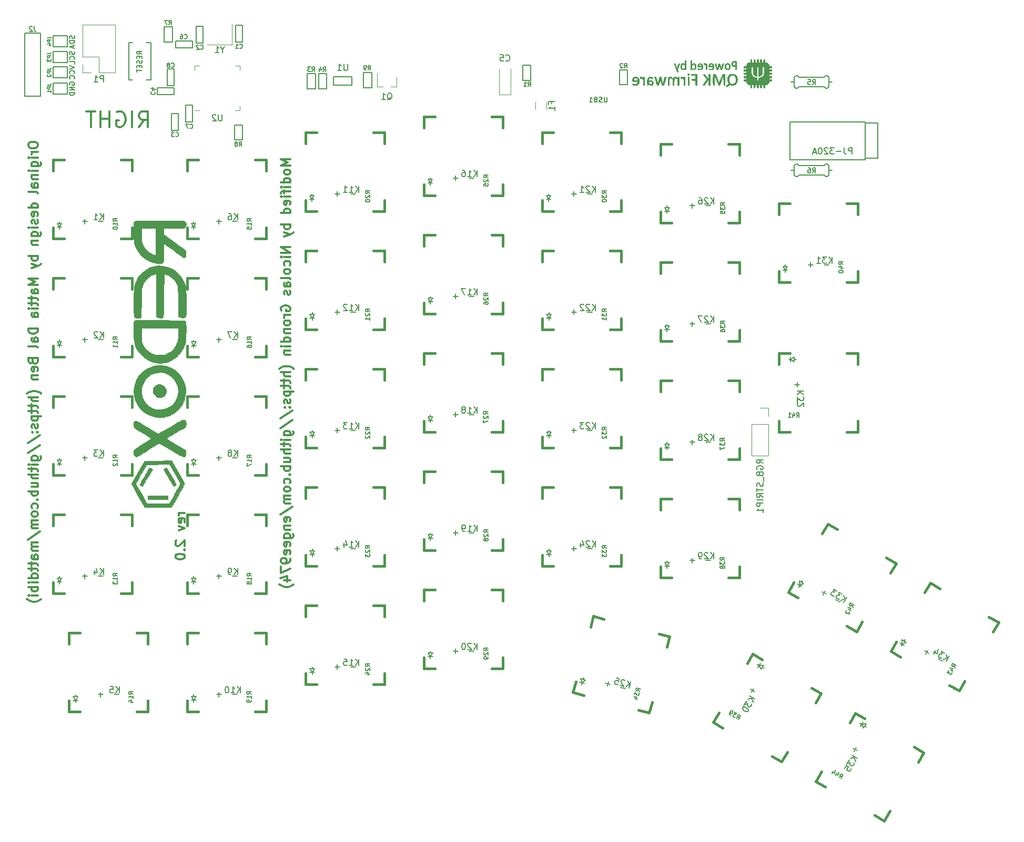
<source format=gbo>
G04 #@! TF.GenerationSoftware,KiCad,Pcbnew,(5.1.5)-3*
G04 #@! TF.CreationDate,2020-05-13T01:23:10+04:00*
G04 #@! TF.ProjectId,redox_rev2_ng,7265646f-785f-4726-9576-325f6e672e6b,2.0 NG*
G04 #@! TF.SameCoordinates,Original*
G04 #@! TF.FileFunction,Legend,Bot*
G04 #@! TF.FilePolarity,Positive*
%FSLAX46Y46*%
G04 Gerber Fmt 4.6, Leading zero omitted, Abs format (unit mm)*
G04 Created by KiCad (PCBNEW (5.1.5)-3) date 2020-05-13 01:23:10*
%MOMM*%
%LPD*%
G04 APERTURE LIST*
%ADD10C,0.300000*%
%ADD11C,0.150000*%
%ADD12C,0.381000*%
%ADD13C,0.200000*%
%ADD14C,0.120000*%
%ADD15C,0.010000*%
G04 APERTURE END LIST*
D10*
X123243571Y-60259428D02*
X121743571Y-60259428D01*
X122815000Y-60759428D01*
X121743571Y-61259428D01*
X123243571Y-61259428D01*
X123243571Y-62188000D02*
X123172142Y-62045142D01*
X123100714Y-61973714D01*
X122957857Y-61902285D01*
X122529285Y-61902285D01*
X122386428Y-61973714D01*
X122315000Y-62045142D01*
X122243571Y-62188000D01*
X122243571Y-62402285D01*
X122315000Y-62545142D01*
X122386428Y-62616571D01*
X122529285Y-62688000D01*
X122957857Y-62688000D01*
X123100714Y-62616571D01*
X123172142Y-62545142D01*
X123243571Y-62402285D01*
X123243571Y-62188000D01*
X123243571Y-63973714D02*
X121743571Y-63973714D01*
X123172142Y-63973714D02*
X123243571Y-63830857D01*
X123243571Y-63545142D01*
X123172142Y-63402285D01*
X123100714Y-63330857D01*
X122957857Y-63259428D01*
X122529285Y-63259428D01*
X122386428Y-63330857D01*
X122315000Y-63402285D01*
X122243571Y-63545142D01*
X122243571Y-63830857D01*
X122315000Y-63973714D01*
X123243571Y-64688000D02*
X122243571Y-64688000D01*
X121743571Y-64688000D02*
X121815000Y-64616571D01*
X121886428Y-64688000D01*
X121815000Y-64759428D01*
X121743571Y-64688000D01*
X121886428Y-64688000D01*
X122243571Y-65188000D02*
X122243571Y-65759428D01*
X123243571Y-65402285D02*
X121957857Y-65402285D01*
X121815000Y-65473714D01*
X121743571Y-65616571D01*
X121743571Y-65759428D01*
X123243571Y-66259428D02*
X122243571Y-66259428D01*
X121743571Y-66259428D02*
X121815000Y-66188000D01*
X121886428Y-66259428D01*
X121815000Y-66330857D01*
X121743571Y-66259428D01*
X121886428Y-66259428D01*
X123172142Y-67545142D02*
X123243571Y-67402285D01*
X123243571Y-67116571D01*
X123172142Y-66973714D01*
X123029285Y-66902285D01*
X122457857Y-66902285D01*
X122315000Y-66973714D01*
X122243571Y-67116571D01*
X122243571Y-67402285D01*
X122315000Y-67545142D01*
X122457857Y-67616571D01*
X122600714Y-67616571D01*
X122743571Y-66902285D01*
X123243571Y-68902285D02*
X121743571Y-68902285D01*
X123172142Y-68902285D02*
X123243571Y-68759428D01*
X123243571Y-68473714D01*
X123172142Y-68330857D01*
X123100714Y-68259428D01*
X122957857Y-68188000D01*
X122529285Y-68188000D01*
X122386428Y-68259428D01*
X122315000Y-68330857D01*
X122243571Y-68473714D01*
X122243571Y-68759428D01*
X122315000Y-68902285D01*
X123243571Y-70759428D02*
X121743571Y-70759428D01*
X122315000Y-70759428D02*
X122243571Y-70902285D01*
X122243571Y-71188000D01*
X122315000Y-71330857D01*
X122386428Y-71402285D01*
X122529285Y-71473714D01*
X122957857Y-71473714D01*
X123100714Y-71402285D01*
X123172142Y-71330857D01*
X123243571Y-71188000D01*
X123243571Y-70902285D01*
X123172142Y-70759428D01*
X122243571Y-71973714D02*
X123243571Y-72330857D01*
X122243571Y-72688000D02*
X123243571Y-72330857D01*
X123600714Y-72188000D01*
X123672142Y-72116571D01*
X123743571Y-71973714D01*
X123243571Y-74402285D02*
X121743571Y-74402285D01*
X123243571Y-75259428D01*
X121743571Y-75259428D01*
X123243571Y-75973714D02*
X122243571Y-75973714D01*
X121743571Y-75973714D02*
X121815000Y-75902285D01*
X121886428Y-75973714D01*
X121815000Y-76045142D01*
X121743571Y-75973714D01*
X121886428Y-75973714D01*
X123172142Y-77330857D02*
X123243571Y-77188000D01*
X123243571Y-76902285D01*
X123172142Y-76759428D01*
X123100714Y-76688000D01*
X122957857Y-76616571D01*
X122529285Y-76616571D01*
X122386428Y-76688000D01*
X122315000Y-76759428D01*
X122243571Y-76902285D01*
X122243571Y-77188000D01*
X122315000Y-77330857D01*
X123243571Y-78188000D02*
X123172142Y-78045142D01*
X123100714Y-77973714D01*
X122957857Y-77902285D01*
X122529285Y-77902285D01*
X122386428Y-77973714D01*
X122315000Y-78045142D01*
X122243571Y-78188000D01*
X122243571Y-78402285D01*
X122315000Y-78545142D01*
X122386428Y-78616571D01*
X122529285Y-78688000D01*
X122957857Y-78688000D01*
X123100714Y-78616571D01*
X123172142Y-78545142D01*
X123243571Y-78402285D01*
X123243571Y-78188000D01*
X123243571Y-79545142D02*
X123172142Y-79402285D01*
X123029285Y-79330857D01*
X121743571Y-79330857D01*
X123243571Y-80759428D02*
X122457857Y-80759428D01*
X122315000Y-80688000D01*
X122243571Y-80545142D01*
X122243571Y-80259428D01*
X122315000Y-80116571D01*
X123172142Y-80759428D02*
X123243571Y-80616571D01*
X123243571Y-80259428D01*
X123172142Y-80116571D01*
X123029285Y-80045142D01*
X122886428Y-80045142D01*
X122743571Y-80116571D01*
X122672142Y-80259428D01*
X122672142Y-80616571D01*
X122600714Y-80759428D01*
X123172142Y-81402285D02*
X123243571Y-81545142D01*
X123243571Y-81830857D01*
X123172142Y-81973714D01*
X123029285Y-82045142D01*
X122957857Y-82045142D01*
X122815000Y-81973714D01*
X122743571Y-81830857D01*
X122743571Y-81616571D01*
X122672142Y-81473714D01*
X122529285Y-81402285D01*
X122457857Y-81402285D01*
X122315000Y-81473714D01*
X122243571Y-81616571D01*
X122243571Y-81830857D01*
X122315000Y-81973714D01*
X121815000Y-84616571D02*
X121743571Y-84473714D01*
X121743571Y-84259428D01*
X121815000Y-84045142D01*
X121957857Y-83902285D01*
X122100714Y-83830857D01*
X122386428Y-83759428D01*
X122600714Y-83759428D01*
X122886428Y-83830857D01*
X123029285Y-83902285D01*
X123172142Y-84045142D01*
X123243571Y-84259428D01*
X123243571Y-84402285D01*
X123172142Y-84616571D01*
X123100714Y-84688000D01*
X122600714Y-84688000D01*
X122600714Y-84402285D01*
X123243571Y-85330857D02*
X122243571Y-85330857D01*
X122529285Y-85330857D02*
X122386428Y-85402285D01*
X122315000Y-85473714D01*
X122243571Y-85616571D01*
X122243571Y-85759428D01*
X123243571Y-86473714D02*
X123172142Y-86330857D01*
X123100714Y-86259428D01*
X122957857Y-86188000D01*
X122529285Y-86188000D01*
X122386428Y-86259428D01*
X122315000Y-86330857D01*
X122243571Y-86473714D01*
X122243571Y-86688000D01*
X122315000Y-86830857D01*
X122386428Y-86902285D01*
X122529285Y-86973714D01*
X122957857Y-86973714D01*
X123100714Y-86902285D01*
X123172142Y-86830857D01*
X123243571Y-86688000D01*
X123243571Y-86473714D01*
X122243571Y-87616571D02*
X123243571Y-87616571D01*
X122386428Y-87616571D02*
X122315000Y-87688000D01*
X122243571Y-87830857D01*
X122243571Y-88045142D01*
X122315000Y-88188000D01*
X122457857Y-88259428D01*
X123243571Y-88259428D01*
X123243571Y-89616571D02*
X121743571Y-89616571D01*
X123172142Y-89616571D02*
X123243571Y-89473714D01*
X123243571Y-89188000D01*
X123172142Y-89045142D01*
X123100714Y-88973714D01*
X122957857Y-88902285D01*
X122529285Y-88902285D01*
X122386428Y-88973714D01*
X122315000Y-89045142D01*
X122243571Y-89188000D01*
X122243571Y-89473714D01*
X122315000Y-89616571D01*
X123243571Y-90330857D02*
X122243571Y-90330857D01*
X121743571Y-90330857D02*
X121815000Y-90259428D01*
X121886428Y-90330857D01*
X121815000Y-90402285D01*
X121743571Y-90330857D01*
X121886428Y-90330857D01*
X122243571Y-91045142D02*
X123243571Y-91045142D01*
X122386428Y-91045142D02*
X122315000Y-91116571D01*
X122243571Y-91259428D01*
X122243571Y-91473714D01*
X122315000Y-91616571D01*
X122457857Y-91688000D01*
X123243571Y-91688000D01*
X123815000Y-93973714D02*
X123743571Y-93902285D01*
X123529285Y-93759428D01*
X123386428Y-93688000D01*
X123172142Y-93616571D01*
X122815000Y-93545142D01*
X122529285Y-93545142D01*
X122172142Y-93616571D01*
X121957857Y-93688000D01*
X121815000Y-93759428D01*
X121600714Y-93902285D01*
X121529285Y-93973714D01*
X123243571Y-94545142D02*
X121743571Y-94545142D01*
X123243571Y-95188000D02*
X122457857Y-95188000D01*
X122315000Y-95116571D01*
X122243571Y-94973714D01*
X122243571Y-94759428D01*
X122315000Y-94616571D01*
X122386428Y-94545142D01*
X122243571Y-95688000D02*
X122243571Y-96259428D01*
X121743571Y-95902285D02*
X123029285Y-95902285D01*
X123172142Y-95973714D01*
X123243571Y-96116571D01*
X123243571Y-96259428D01*
X122243571Y-96545142D02*
X122243571Y-97116571D01*
X121743571Y-96759428D02*
X123029285Y-96759428D01*
X123172142Y-96830857D01*
X123243571Y-96973714D01*
X123243571Y-97116571D01*
X122243571Y-97616571D02*
X123743571Y-97616571D01*
X122315000Y-97616571D02*
X122243571Y-97759428D01*
X122243571Y-98045142D01*
X122315000Y-98188000D01*
X122386428Y-98259428D01*
X122529285Y-98330857D01*
X122957857Y-98330857D01*
X123100714Y-98259428D01*
X123172142Y-98188000D01*
X123243571Y-98045142D01*
X123243571Y-97759428D01*
X123172142Y-97616571D01*
X123172142Y-98902285D02*
X123243571Y-99045142D01*
X123243571Y-99330857D01*
X123172142Y-99473714D01*
X123029285Y-99545142D01*
X122957857Y-99545142D01*
X122815000Y-99473714D01*
X122743571Y-99330857D01*
X122743571Y-99116571D01*
X122672142Y-98973714D01*
X122529285Y-98902285D01*
X122457857Y-98902285D01*
X122315000Y-98973714D01*
X122243571Y-99116571D01*
X122243571Y-99330857D01*
X122315000Y-99473714D01*
X123100714Y-100188000D02*
X123172142Y-100259428D01*
X123243571Y-100188000D01*
X123172142Y-100116571D01*
X123100714Y-100188000D01*
X123243571Y-100188000D01*
X122315000Y-100188000D02*
X122386428Y-100259428D01*
X122457857Y-100188000D01*
X122386428Y-100116571D01*
X122315000Y-100188000D01*
X122457857Y-100188000D01*
X121672142Y-101973714D02*
X123600714Y-100688000D01*
X121672142Y-103545142D02*
X123600714Y-102259428D01*
X122243571Y-104688000D02*
X123457857Y-104688000D01*
X123600714Y-104616571D01*
X123672142Y-104545142D01*
X123743571Y-104402285D01*
X123743571Y-104188000D01*
X123672142Y-104045142D01*
X123172142Y-104688000D02*
X123243571Y-104545142D01*
X123243571Y-104259428D01*
X123172142Y-104116571D01*
X123100714Y-104045142D01*
X122957857Y-103973714D01*
X122529285Y-103973714D01*
X122386428Y-104045142D01*
X122315000Y-104116571D01*
X122243571Y-104259428D01*
X122243571Y-104545142D01*
X122315000Y-104688000D01*
X123243571Y-105402285D02*
X122243571Y-105402285D01*
X121743571Y-105402285D02*
X121815000Y-105330857D01*
X121886428Y-105402285D01*
X121815000Y-105473714D01*
X121743571Y-105402285D01*
X121886428Y-105402285D01*
X122243571Y-105902285D02*
X122243571Y-106473714D01*
X121743571Y-106116571D02*
X123029285Y-106116571D01*
X123172142Y-106188000D01*
X123243571Y-106330857D01*
X123243571Y-106473714D01*
X123243571Y-106973714D02*
X121743571Y-106973714D01*
X123243571Y-107616571D02*
X122457857Y-107616571D01*
X122315000Y-107545142D01*
X122243571Y-107402285D01*
X122243571Y-107188000D01*
X122315000Y-107045142D01*
X122386428Y-106973714D01*
X122243571Y-108973714D02*
X123243571Y-108973714D01*
X122243571Y-108330857D02*
X123029285Y-108330857D01*
X123172142Y-108402285D01*
X123243571Y-108545142D01*
X123243571Y-108759428D01*
X123172142Y-108902285D01*
X123100714Y-108973714D01*
X123243571Y-109688000D02*
X121743571Y-109688000D01*
X122315000Y-109688000D02*
X122243571Y-109830857D01*
X122243571Y-110116571D01*
X122315000Y-110259428D01*
X122386428Y-110330857D01*
X122529285Y-110402285D01*
X122957857Y-110402285D01*
X123100714Y-110330857D01*
X123172142Y-110259428D01*
X123243571Y-110116571D01*
X123243571Y-109830857D01*
X123172142Y-109688000D01*
X123100714Y-111045142D02*
X123172142Y-111116571D01*
X123243571Y-111045142D01*
X123172142Y-110973714D01*
X123100714Y-111045142D01*
X123243571Y-111045142D01*
X123172142Y-112402285D02*
X123243571Y-112259428D01*
X123243571Y-111973714D01*
X123172142Y-111830857D01*
X123100714Y-111759428D01*
X122957857Y-111688000D01*
X122529285Y-111688000D01*
X122386428Y-111759428D01*
X122315000Y-111830857D01*
X122243571Y-111973714D01*
X122243571Y-112259428D01*
X122315000Y-112402285D01*
X123243571Y-113259428D02*
X123172142Y-113116571D01*
X123100714Y-113045142D01*
X122957857Y-112973714D01*
X122529285Y-112973714D01*
X122386428Y-113045142D01*
X122315000Y-113116571D01*
X122243571Y-113259428D01*
X122243571Y-113473714D01*
X122315000Y-113616571D01*
X122386428Y-113688000D01*
X122529285Y-113759428D01*
X122957857Y-113759428D01*
X123100714Y-113688000D01*
X123172142Y-113616571D01*
X123243571Y-113473714D01*
X123243571Y-113259428D01*
X123243571Y-114402285D02*
X122243571Y-114402285D01*
X122386428Y-114402285D02*
X122315000Y-114473714D01*
X122243571Y-114616571D01*
X122243571Y-114830857D01*
X122315000Y-114973714D01*
X122457857Y-115045142D01*
X123243571Y-115045142D01*
X122457857Y-115045142D02*
X122315000Y-115116571D01*
X122243571Y-115259428D01*
X122243571Y-115473714D01*
X122315000Y-115616571D01*
X122457857Y-115688000D01*
X123243571Y-115688000D01*
X121672142Y-117473714D02*
X123600714Y-116188000D01*
X123172142Y-118545142D02*
X123243571Y-118402285D01*
X123243571Y-118116571D01*
X123172142Y-117973714D01*
X123029285Y-117902285D01*
X122457857Y-117902285D01*
X122315000Y-117973714D01*
X122243571Y-118116571D01*
X122243571Y-118402285D01*
X122315000Y-118545142D01*
X122457857Y-118616571D01*
X122600714Y-118616571D01*
X122743571Y-117902285D01*
X122243571Y-119259428D02*
X123243571Y-119259428D01*
X122386428Y-119259428D02*
X122315000Y-119330857D01*
X122243571Y-119473714D01*
X122243571Y-119688000D01*
X122315000Y-119830857D01*
X122457857Y-119902285D01*
X123243571Y-119902285D01*
X122243571Y-121259428D02*
X123457857Y-121259428D01*
X123600714Y-121188000D01*
X123672142Y-121116571D01*
X123743571Y-120973714D01*
X123743571Y-120759428D01*
X123672142Y-120616571D01*
X123172142Y-121259428D02*
X123243571Y-121116571D01*
X123243571Y-120830857D01*
X123172142Y-120688000D01*
X123100714Y-120616571D01*
X122957857Y-120545142D01*
X122529285Y-120545142D01*
X122386428Y-120616571D01*
X122315000Y-120688000D01*
X122243571Y-120830857D01*
X122243571Y-121116571D01*
X122315000Y-121259428D01*
X123172142Y-122545142D02*
X123243571Y-122402285D01*
X123243571Y-122116571D01*
X123172142Y-121973714D01*
X123029285Y-121902285D01*
X122457857Y-121902285D01*
X122315000Y-121973714D01*
X122243571Y-122116571D01*
X122243571Y-122402285D01*
X122315000Y-122545142D01*
X122457857Y-122616571D01*
X122600714Y-122616571D01*
X122743571Y-121902285D01*
X123172142Y-123830857D02*
X123243571Y-123688000D01*
X123243571Y-123402285D01*
X123172142Y-123259428D01*
X123029285Y-123188000D01*
X122457857Y-123188000D01*
X122315000Y-123259428D01*
X122243571Y-123402285D01*
X122243571Y-123688000D01*
X122315000Y-123830857D01*
X122457857Y-123902285D01*
X122600714Y-123902285D01*
X122743571Y-123188000D01*
X123243571Y-124616571D02*
X123243571Y-124902285D01*
X123172142Y-125045142D01*
X123100714Y-125116571D01*
X122886428Y-125259428D01*
X122600714Y-125330857D01*
X122029285Y-125330857D01*
X121886428Y-125259428D01*
X121815000Y-125188000D01*
X121743571Y-125045142D01*
X121743571Y-124759428D01*
X121815000Y-124616571D01*
X121886428Y-124545142D01*
X122029285Y-124473714D01*
X122386428Y-124473714D01*
X122529285Y-124545142D01*
X122600714Y-124616571D01*
X122672142Y-124759428D01*
X122672142Y-125045142D01*
X122600714Y-125188000D01*
X122529285Y-125259428D01*
X122386428Y-125330857D01*
X121743571Y-125830857D02*
X121743571Y-126830857D01*
X123243571Y-126188000D01*
X122243571Y-128045142D02*
X123243571Y-128045142D01*
X121672142Y-127688000D02*
X122743571Y-127330857D01*
X122743571Y-128259428D01*
X123815000Y-128688000D02*
X123743571Y-128759428D01*
X123529285Y-128902285D01*
X123386428Y-128973714D01*
X123172142Y-129045142D01*
X122815000Y-129116571D01*
X122529285Y-129116571D01*
X122172142Y-129045142D01*
X121957857Y-128973714D01*
X121815000Y-128902285D01*
X121600714Y-128759428D01*
X121529285Y-128688000D01*
D11*
X87711904Y-45183333D02*
X88511904Y-45450000D01*
X87711904Y-45716666D01*
X88435714Y-46440476D02*
X88473809Y-46402380D01*
X88511904Y-46288095D01*
X88511904Y-46211904D01*
X88473809Y-46097619D01*
X88397619Y-46021428D01*
X88321428Y-45983333D01*
X88169047Y-45945238D01*
X88054761Y-45945238D01*
X87902380Y-45983333D01*
X87826190Y-46021428D01*
X87750000Y-46097619D01*
X87711904Y-46211904D01*
X87711904Y-46288095D01*
X87750000Y-46402380D01*
X87788095Y-46440476D01*
X88435714Y-47240476D02*
X88473809Y-47202380D01*
X88511904Y-47088095D01*
X88511904Y-47011904D01*
X88473809Y-46897619D01*
X88397619Y-46821428D01*
X88321428Y-46783333D01*
X88169047Y-46745238D01*
X88054761Y-46745238D01*
X87902380Y-46783333D01*
X87826190Y-46821428D01*
X87750000Y-46897619D01*
X87711904Y-47011904D01*
X87711904Y-47088095D01*
X87750000Y-47202380D01*
X87788095Y-47240476D01*
X87750000Y-48240476D02*
X87711904Y-48164285D01*
X87711904Y-48050000D01*
X87750000Y-47935714D01*
X87826190Y-47859523D01*
X87902380Y-47821428D01*
X88054761Y-47783333D01*
X88169047Y-47783333D01*
X88321428Y-47821428D01*
X88397619Y-47859523D01*
X88473809Y-47935714D01*
X88511904Y-48050000D01*
X88511904Y-48126190D01*
X88473809Y-48240476D01*
X88435714Y-48278571D01*
X88169047Y-48278571D01*
X88169047Y-48126190D01*
X88511904Y-48621428D02*
X87711904Y-48621428D01*
X88511904Y-49078571D01*
X87711904Y-49078571D01*
X88511904Y-49459523D02*
X87711904Y-49459523D01*
X87711904Y-49650000D01*
X87750000Y-49764285D01*
X87826190Y-49840476D01*
X87902380Y-49878571D01*
X88054761Y-49916666D01*
X88169047Y-49916666D01*
X88321428Y-49878571D01*
X88397619Y-49840476D01*
X88473809Y-49764285D01*
X88511904Y-49650000D01*
X88511904Y-49459523D01*
X88473809Y-42897619D02*
X88511904Y-43011904D01*
X88511904Y-43202380D01*
X88473809Y-43278571D01*
X88435714Y-43316666D01*
X88359523Y-43354761D01*
X88283333Y-43354761D01*
X88207142Y-43316666D01*
X88169047Y-43278571D01*
X88130952Y-43202380D01*
X88092857Y-43050000D01*
X88054761Y-42973809D01*
X88016666Y-42935714D01*
X87940476Y-42897619D01*
X87864285Y-42897619D01*
X87788095Y-42935714D01*
X87750000Y-42973809D01*
X87711904Y-43050000D01*
X87711904Y-43240476D01*
X87750000Y-43354761D01*
X88435714Y-44154761D02*
X88473809Y-44116666D01*
X88511904Y-44002380D01*
X88511904Y-43926190D01*
X88473809Y-43811904D01*
X88397619Y-43735714D01*
X88321428Y-43697619D01*
X88169047Y-43659523D01*
X88054761Y-43659523D01*
X87902380Y-43697619D01*
X87826190Y-43735714D01*
X87750000Y-43811904D01*
X87711904Y-43926190D01*
X87711904Y-44002380D01*
X87750000Y-44116666D01*
X87788095Y-44154761D01*
X88511904Y-44878571D02*
X88511904Y-44497619D01*
X87711904Y-44497619D01*
X88473809Y-40328571D02*
X88511904Y-40442857D01*
X88511904Y-40633333D01*
X88473809Y-40709523D01*
X88435714Y-40747619D01*
X88359523Y-40785714D01*
X88283333Y-40785714D01*
X88207142Y-40747619D01*
X88169047Y-40709523D01*
X88130952Y-40633333D01*
X88092857Y-40480952D01*
X88054761Y-40404761D01*
X88016666Y-40366666D01*
X87940476Y-40328571D01*
X87864285Y-40328571D01*
X87788095Y-40366666D01*
X87750000Y-40404761D01*
X87711904Y-40480952D01*
X87711904Y-40671428D01*
X87750000Y-40785714D01*
X88511904Y-41128571D02*
X87711904Y-41128571D01*
X87711904Y-41319047D01*
X87750000Y-41433333D01*
X87826190Y-41509523D01*
X87902380Y-41547619D01*
X88054761Y-41585714D01*
X88169047Y-41585714D01*
X88321428Y-41547619D01*
X88397619Y-41509523D01*
X88473809Y-41433333D01*
X88511904Y-41319047D01*
X88511904Y-41128571D01*
X88283333Y-41890476D02*
X88283333Y-42271428D01*
X88511904Y-41814285D02*
X87711904Y-42080952D01*
X88511904Y-42347619D01*
D10*
X106278571Y-117221428D02*
X105278571Y-117221428D01*
X105564285Y-117221428D02*
X105421428Y-117292857D01*
X105350000Y-117364285D01*
X105278571Y-117507142D01*
X105278571Y-117650000D01*
X106207142Y-118721428D02*
X106278571Y-118578571D01*
X106278571Y-118292857D01*
X106207142Y-118150000D01*
X106064285Y-118078571D01*
X105492857Y-118078571D01*
X105350000Y-118150000D01*
X105278571Y-118292857D01*
X105278571Y-118578571D01*
X105350000Y-118721428D01*
X105492857Y-118792857D01*
X105635714Y-118792857D01*
X105778571Y-118078571D01*
X105278571Y-119292857D02*
X106278571Y-119650000D01*
X105278571Y-120007142D01*
X104921428Y-121650000D02*
X104850000Y-121721428D01*
X104778571Y-121864285D01*
X104778571Y-122221428D01*
X104850000Y-122364285D01*
X104921428Y-122435714D01*
X105064285Y-122507142D01*
X105207142Y-122507142D01*
X105421428Y-122435714D01*
X106278571Y-121578571D01*
X106278571Y-122507142D01*
X106135714Y-123150000D02*
X106207142Y-123221428D01*
X106278571Y-123150000D01*
X106207142Y-123078571D01*
X106135714Y-123150000D01*
X106278571Y-123150000D01*
X104778571Y-124150000D02*
X104778571Y-124292857D01*
X104850000Y-124435714D01*
X104921428Y-124507142D01*
X105064285Y-124578571D01*
X105350000Y-124650000D01*
X105707142Y-124650000D01*
X105992857Y-124578571D01*
X106135714Y-124507142D01*
X106207142Y-124435714D01*
X106278571Y-124292857D01*
X106278571Y-124150000D01*
X106207142Y-124007142D01*
X106135714Y-123935714D01*
X105992857Y-123864285D01*
X105707142Y-123792857D01*
X105350000Y-123792857D01*
X105064285Y-123864285D01*
X104921428Y-123935714D01*
X104850000Y-124007142D01*
X104778571Y-124150000D01*
X81093571Y-57773714D02*
X81093571Y-58059428D01*
X81165000Y-58202285D01*
X81307857Y-58345142D01*
X81593571Y-58416571D01*
X82093571Y-58416571D01*
X82379285Y-58345142D01*
X82522142Y-58202285D01*
X82593571Y-58059428D01*
X82593571Y-57773714D01*
X82522142Y-57630857D01*
X82379285Y-57487999D01*
X82093571Y-57416571D01*
X81593571Y-57416571D01*
X81307857Y-57487999D01*
X81165000Y-57630857D01*
X81093571Y-57773714D01*
X82593571Y-59059428D02*
X81593571Y-59059428D01*
X81879285Y-59059428D02*
X81736428Y-59130857D01*
X81665000Y-59202285D01*
X81593571Y-59345142D01*
X81593571Y-59487999D01*
X82593571Y-59987999D02*
X81593571Y-59987999D01*
X81093571Y-59987999D02*
X81165000Y-59916571D01*
X81236428Y-59987999D01*
X81165000Y-60059428D01*
X81093571Y-59987999D01*
X81236428Y-59987999D01*
X81593571Y-61345142D02*
X82807857Y-61345142D01*
X82950714Y-61273714D01*
X83022142Y-61202285D01*
X83093571Y-61059428D01*
X83093571Y-60845142D01*
X83022142Y-60702285D01*
X82522142Y-61345142D02*
X82593571Y-61202285D01*
X82593571Y-60916571D01*
X82522142Y-60773714D01*
X82450714Y-60702285D01*
X82307857Y-60630857D01*
X81879285Y-60630857D01*
X81736428Y-60702285D01*
X81665000Y-60773714D01*
X81593571Y-60916571D01*
X81593571Y-61202285D01*
X81665000Y-61345142D01*
X82593571Y-62059428D02*
X81593571Y-62059428D01*
X81093571Y-62059428D02*
X81165000Y-61987999D01*
X81236428Y-62059428D01*
X81165000Y-62130857D01*
X81093571Y-62059428D01*
X81236428Y-62059428D01*
X81593571Y-62773714D02*
X82593571Y-62773714D01*
X81736428Y-62773714D02*
X81665000Y-62845142D01*
X81593571Y-62987999D01*
X81593571Y-63202285D01*
X81665000Y-63345142D01*
X81807857Y-63416571D01*
X82593571Y-63416571D01*
X82593571Y-64773714D02*
X81807857Y-64773714D01*
X81665000Y-64702285D01*
X81593571Y-64559428D01*
X81593571Y-64273714D01*
X81665000Y-64130857D01*
X82522142Y-64773714D02*
X82593571Y-64630857D01*
X82593571Y-64273714D01*
X82522142Y-64130857D01*
X82379285Y-64059428D01*
X82236428Y-64059428D01*
X82093571Y-64130857D01*
X82022142Y-64273714D01*
X82022142Y-64630857D01*
X81950714Y-64773714D01*
X82593571Y-65702285D02*
X82522142Y-65559428D01*
X82379285Y-65487999D01*
X81093571Y-65487999D01*
X82593571Y-68059428D02*
X81093571Y-68059428D01*
X82522142Y-68059428D02*
X82593571Y-67916571D01*
X82593571Y-67630857D01*
X82522142Y-67487999D01*
X82450714Y-67416571D01*
X82307857Y-67345142D01*
X81879285Y-67345142D01*
X81736428Y-67416571D01*
X81665000Y-67487999D01*
X81593571Y-67630857D01*
X81593571Y-67916571D01*
X81665000Y-68059428D01*
X82522142Y-69345142D02*
X82593571Y-69202285D01*
X82593571Y-68916571D01*
X82522142Y-68773714D01*
X82379285Y-68702285D01*
X81807857Y-68702285D01*
X81665000Y-68773714D01*
X81593571Y-68916571D01*
X81593571Y-69202285D01*
X81665000Y-69345142D01*
X81807857Y-69416571D01*
X81950714Y-69416571D01*
X82093571Y-68702285D01*
X82522142Y-69987999D02*
X82593571Y-70130857D01*
X82593571Y-70416571D01*
X82522142Y-70559428D01*
X82379285Y-70630857D01*
X82307857Y-70630857D01*
X82165000Y-70559428D01*
X82093571Y-70416571D01*
X82093571Y-70202285D01*
X82022142Y-70059428D01*
X81879285Y-69987999D01*
X81807857Y-69987999D01*
X81665000Y-70059428D01*
X81593571Y-70202285D01*
X81593571Y-70416571D01*
X81665000Y-70559428D01*
X82593571Y-71273714D02*
X81593571Y-71273714D01*
X81093571Y-71273714D02*
X81165000Y-71202285D01*
X81236428Y-71273714D01*
X81165000Y-71345142D01*
X81093571Y-71273714D01*
X81236428Y-71273714D01*
X81593571Y-72630857D02*
X82807857Y-72630857D01*
X82950714Y-72559428D01*
X83022142Y-72487999D01*
X83093571Y-72345142D01*
X83093571Y-72130857D01*
X83022142Y-71987999D01*
X82522142Y-72630857D02*
X82593571Y-72487999D01*
X82593571Y-72202285D01*
X82522142Y-72059428D01*
X82450714Y-71987999D01*
X82307857Y-71916571D01*
X81879285Y-71916571D01*
X81736428Y-71987999D01*
X81665000Y-72059428D01*
X81593571Y-72202285D01*
X81593571Y-72487999D01*
X81665000Y-72630857D01*
X81593571Y-73345142D02*
X82593571Y-73345142D01*
X81736428Y-73345142D02*
X81665000Y-73416571D01*
X81593571Y-73559428D01*
X81593571Y-73773714D01*
X81665000Y-73916571D01*
X81807857Y-73987999D01*
X82593571Y-73987999D01*
X82593571Y-75845142D02*
X81093571Y-75845142D01*
X81665000Y-75845142D02*
X81593571Y-75987999D01*
X81593571Y-76273714D01*
X81665000Y-76416571D01*
X81736428Y-76487999D01*
X81879285Y-76559428D01*
X82307857Y-76559428D01*
X82450714Y-76487999D01*
X82522142Y-76416571D01*
X82593571Y-76273714D01*
X82593571Y-75987999D01*
X82522142Y-75845142D01*
X81593571Y-77059428D02*
X82593571Y-77416571D01*
X81593571Y-77773714D02*
X82593571Y-77416571D01*
X82950714Y-77273714D01*
X83022142Y-77202285D01*
X83093571Y-77059428D01*
X82593571Y-79487999D02*
X81093571Y-79487999D01*
X82165000Y-79987999D01*
X81093571Y-80487999D01*
X82593571Y-80487999D01*
X82593571Y-81845142D02*
X81807857Y-81845142D01*
X81665000Y-81773714D01*
X81593571Y-81630857D01*
X81593571Y-81345142D01*
X81665000Y-81202285D01*
X82522142Y-81845142D02*
X82593571Y-81702285D01*
X82593571Y-81345142D01*
X82522142Y-81202285D01*
X82379285Y-81130857D01*
X82236428Y-81130857D01*
X82093571Y-81202285D01*
X82022142Y-81345142D01*
X82022142Y-81702285D01*
X81950714Y-81845142D01*
X81593571Y-82345142D02*
X81593571Y-82916571D01*
X81093571Y-82559428D02*
X82379285Y-82559428D01*
X82522142Y-82630857D01*
X82593571Y-82773714D01*
X82593571Y-82916571D01*
X81593571Y-83202285D02*
X81593571Y-83773714D01*
X81093571Y-83416571D02*
X82379285Y-83416571D01*
X82522142Y-83487999D01*
X82593571Y-83630857D01*
X82593571Y-83773714D01*
X82593571Y-84273714D02*
X81593571Y-84273714D01*
X81093571Y-84273714D02*
X81165000Y-84202285D01*
X81236428Y-84273714D01*
X81165000Y-84345142D01*
X81093571Y-84273714D01*
X81236428Y-84273714D01*
X82593571Y-85630857D02*
X81807857Y-85630857D01*
X81665000Y-85559428D01*
X81593571Y-85416571D01*
X81593571Y-85130857D01*
X81665000Y-84988000D01*
X82522142Y-85630857D02*
X82593571Y-85488000D01*
X82593571Y-85130857D01*
X82522142Y-84988000D01*
X82379285Y-84916571D01*
X82236428Y-84916571D01*
X82093571Y-84988000D01*
X82022142Y-85130857D01*
X82022142Y-85488000D01*
X81950714Y-85630857D01*
X82593571Y-87488000D02*
X81093571Y-87488000D01*
X81093571Y-87845142D01*
X81165000Y-88059428D01*
X81307857Y-88202285D01*
X81450714Y-88273714D01*
X81736428Y-88345142D01*
X81950714Y-88345142D01*
X82236428Y-88273714D01*
X82379285Y-88202285D01*
X82522142Y-88059428D01*
X82593571Y-87845142D01*
X82593571Y-87488000D01*
X82593571Y-89630857D02*
X81807857Y-89630857D01*
X81665000Y-89559428D01*
X81593571Y-89416571D01*
X81593571Y-89130857D01*
X81665000Y-88988000D01*
X82522142Y-89630857D02*
X82593571Y-89488000D01*
X82593571Y-89130857D01*
X82522142Y-88988000D01*
X82379285Y-88916571D01*
X82236428Y-88916571D01*
X82093571Y-88988000D01*
X82022142Y-89130857D01*
X82022142Y-89488000D01*
X81950714Y-89630857D01*
X82593571Y-90559428D02*
X82522142Y-90416571D01*
X82379285Y-90345142D01*
X81093571Y-90345142D01*
X81807857Y-92773714D02*
X81879285Y-92988000D01*
X81950714Y-93059428D01*
X82093571Y-93130857D01*
X82307857Y-93130857D01*
X82450714Y-93059428D01*
X82522142Y-92988000D01*
X82593571Y-92845142D01*
X82593571Y-92273714D01*
X81093571Y-92273714D01*
X81093571Y-92773714D01*
X81165000Y-92916571D01*
X81236428Y-92988000D01*
X81379285Y-93059428D01*
X81522142Y-93059428D01*
X81665000Y-92988000D01*
X81736428Y-92916571D01*
X81807857Y-92773714D01*
X81807857Y-92273714D01*
X82522142Y-94345142D02*
X82593571Y-94202285D01*
X82593571Y-93916571D01*
X82522142Y-93773714D01*
X82379285Y-93702285D01*
X81807857Y-93702285D01*
X81665000Y-93773714D01*
X81593571Y-93916571D01*
X81593571Y-94202285D01*
X81665000Y-94345142D01*
X81807857Y-94416571D01*
X81950714Y-94416571D01*
X82093571Y-93702285D01*
X81593571Y-95059428D02*
X82593571Y-95059428D01*
X81736428Y-95059428D02*
X81665000Y-95130857D01*
X81593571Y-95273714D01*
X81593571Y-95487999D01*
X81665000Y-95630857D01*
X81807857Y-95702285D01*
X82593571Y-95702285D01*
X83165000Y-97987999D02*
X83093571Y-97916571D01*
X82879285Y-97773714D01*
X82736428Y-97702285D01*
X82522142Y-97630857D01*
X82165000Y-97559428D01*
X81879285Y-97559428D01*
X81522142Y-97630857D01*
X81307857Y-97702285D01*
X81165000Y-97773714D01*
X80950714Y-97916571D01*
X80879285Y-97987999D01*
X82593571Y-98559428D02*
X81093571Y-98559428D01*
X82593571Y-99202285D02*
X81807857Y-99202285D01*
X81665000Y-99130857D01*
X81593571Y-98987999D01*
X81593571Y-98773714D01*
X81665000Y-98630857D01*
X81736428Y-98559428D01*
X81593571Y-99702285D02*
X81593571Y-100273714D01*
X81093571Y-99916571D02*
X82379285Y-99916571D01*
X82522142Y-99987999D01*
X82593571Y-100130857D01*
X82593571Y-100273714D01*
X81593571Y-100559428D02*
X81593571Y-101130857D01*
X81093571Y-100773714D02*
X82379285Y-100773714D01*
X82522142Y-100845142D01*
X82593571Y-100987999D01*
X82593571Y-101130857D01*
X81593571Y-101630857D02*
X83093571Y-101630857D01*
X81665000Y-101630857D02*
X81593571Y-101773714D01*
X81593571Y-102059428D01*
X81665000Y-102202285D01*
X81736428Y-102273714D01*
X81879285Y-102345142D01*
X82307857Y-102345142D01*
X82450714Y-102273714D01*
X82522142Y-102202285D01*
X82593571Y-102059428D01*
X82593571Y-101773714D01*
X82522142Y-101630857D01*
X82522142Y-102916571D02*
X82593571Y-103059428D01*
X82593571Y-103345142D01*
X82522142Y-103488000D01*
X82379285Y-103559428D01*
X82307857Y-103559428D01*
X82165000Y-103488000D01*
X82093571Y-103345142D01*
X82093571Y-103130857D01*
X82022142Y-102988000D01*
X81879285Y-102916571D01*
X81807857Y-102916571D01*
X81665000Y-102988000D01*
X81593571Y-103130857D01*
X81593571Y-103345142D01*
X81665000Y-103488000D01*
X82450714Y-104202285D02*
X82522142Y-104273714D01*
X82593571Y-104202285D01*
X82522142Y-104130857D01*
X82450714Y-104202285D01*
X82593571Y-104202285D01*
X81665000Y-104202285D02*
X81736428Y-104273714D01*
X81807857Y-104202285D01*
X81736428Y-104130857D01*
X81665000Y-104202285D01*
X81807857Y-104202285D01*
X81022142Y-105987999D02*
X82950714Y-104702285D01*
X81022142Y-107559428D02*
X82950714Y-106273714D01*
X81593571Y-108702285D02*
X82807857Y-108702285D01*
X82950714Y-108630857D01*
X83022142Y-108559428D01*
X83093571Y-108416571D01*
X83093571Y-108202285D01*
X83022142Y-108059428D01*
X82522142Y-108702285D02*
X82593571Y-108559428D01*
X82593571Y-108273714D01*
X82522142Y-108130857D01*
X82450714Y-108059428D01*
X82307857Y-107987999D01*
X81879285Y-107987999D01*
X81736428Y-108059428D01*
X81665000Y-108130857D01*
X81593571Y-108273714D01*
X81593571Y-108559428D01*
X81665000Y-108702285D01*
X82593571Y-109416571D02*
X81593571Y-109416571D01*
X81093571Y-109416571D02*
X81165000Y-109345142D01*
X81236428Y-109416571D01*
X81165000Y-109487999D01*
X81093571Y-109416571D01*
X81236428Y-109416571D01*
X81593571Y-109916571D02*
X81593571Y-110487999D01*
X81093571Y-110130857D02*
X82379285Y-110130857D01*
X82522142Y-110202285D01*
X82593571Y-110345142D01*
X82593571Y-110487999D01*
X82593571Y-110987999D02*
X81093571Y-110987999D01*
X82593571Y-111630857D02*
X81807857Y-111630857D01*
X81665000Y-111559428D01*
X81593571Y-111416571D01*
X81593571Y-111202285D01*
X81665000Y-111059428D01*
X81736428Y-110987999D01*
X81593571Y-112987999D02*
X82593571Y-112987999D01*
X81593571Y-112345142D02*
X82379285Y-112345142D01*
X82522142Y-112416571D01*
X82593571Y-112559428D01*
X82593571Y-112773714D01*
X82522142Y-112916571D01*
X82450714Y-112987999D01*
X82593571Y-113702285D02*
X81093571Y-113702285D01*
X81665000Y-113702285D02*
X81593571Y-113845142D01*
X81593571Y-114130857D01*
X81665000Y-114273714D01*
X81736428Y-114345142D01*
X81879285Y-114416571D01*
X82307857Y-114416571D01*
X82450714Y-114345142D01*
X82522142Y-114273714D01*
X82593571Y-114130857D01*
X82593571Y-113845142D01*
X82522142Y-113702285D01*
X82450714Y-115059428D02*
X82522142Y-115130857D01*
X82593571Y-115059428D01*
X82522142Y-114988000D01*
X82450714Y-115059428D01*
X82593571Y-115059428D01*
X82522142Y-116416571D02*
X82593571Y-116273714D01*
X82593571Y-115988000D01*
X82522142Y-115845142D01*
X82450714Y-115773714D01*
X82307857Y-115702285D01*
X81879285Y-115702285D01*
X81736428Y-115773714D01*
X81665000Y-115845142D01*
X81593571Y-115988000D01*
X81593571Y-116273714D01*
X81665000Y-116416571D01*
X82593571Y-117273714D02*
X82522142Y-117130857D01*
X82450714Y-117059428D01*
X82307857Y-116988000D01*
X81879285Y-116988000D01*
X81736428Y-117059428D01*
X81665000Y-117130857D01*
X81593571Y-117273714D01*
X81593571Y-117488000D01*
X81665000Y-117630857D01*
X81736428Y-117702285D01*
X81879285Y-117773714D01*
X82307857Y-117773714D01*
X82450714Y-117702285D01*
X82522142Y-117630857D01*
X82593571Y-117488000D01*
X82593571Y-117273714D01*
X82593571Y-118416571D02*
X81593571Y-118416571D01*
X81736428Y-118416571D02*
X81665000Y-118488000D01*
X81593571Y-118630857D01*
X81593571Y-118845142D01*
X81665000Y-118988000D01*
X81807857Y-119059428D01*
X82593571Y-119059428D01*
X81807857Y-119059428D02*
X81665000Y-119130857D01*
X81593571Y-119273714D01*
X81593571Y-119488000D01*
X81665000Y-119630857D01*
X81807857Y-119702285D01*
X82593571Y-119702285D01*
X81022142Y-121488000D02*
X82950714Y-120202285D01*
X82593571Y-121987999D02*
X81593571Y-121987999D01*
X81736428Y-121987999D02*
X81665000Y-122059428D01*
X81593571Y-122202285D01*
X81593571Y-122416571D01*
X81665000Y-122559428D01*
X81807857Y-122630857D01*
X82593571Y-122630857D01*
X81807857Y-122630857D02*
X81665000Y-122702285D01*
X81593571Y-122845142D01*
X81593571Y-123059428D01*
X81665000Y-123202285D01*
X81807857Y-123273714D01*
X82593571Y-123273714D01*
X82593571Y-124630857D02*
X81807857Y-124630857D01*
X81665000Y-124559428D01*
X81593571Y-124416571D01*
X81593571Y-124130857D01*
X81665000Y-123988000D01*
X82522142Y-124630857D02*
X82593571Y-124488000D01*
X82593571Y-124130857D01*
X82522142Y-123988000D01*
X82379285Y-123916571D01*
X82236428Y-123916571D01*
X82093571Y-123988000D01*
X82022142Y-124130857D01*
X82022142Y-124488000D01*
X81950714Y-124630857D01*
X81593571Y-125130857D02*
X81593571Y-125702285D01*
X81093571Y-125345142D02*
X82379285Y-125345142D01*
X82522142Y-125416571D01*
X82593571Y-125559428D01*
X82593571Y-125702285D01*
X81593571Y-125988000D02*
X81593571Y-126559428D01*
X81093571Y-126202285D02*
X82379285Y-126202285D01*
X82522142Y-126273714D01*
X82593571Y-126416571D01*
X82593571Y-126559428D01*
X82593571Y-127702285D02*
X81093571Y-127702285D01*
X82522142Y-127702285D02*
X82593571Y-127559428D01*
X82593571Y-127273714D01*
X82522142Y-127130857D01*
X82450714Y-127059428D01*
X82307857Y-126988000D01*
X81879285Y-126988000D01*
X81736428Y-127059428D01*
X81665000Y-127130857D01*
X81593571Y-127273714D01*
X81593571Y-127559428D01*
X81665000Y-127702285D01*
X82593571Y-128416571D02*
X81593571Y-128416571D01*
X81093571Y-128416571D02*
X81165000Y-128345142D01*
X81236428Y-128416571D01*
X81165000Y-128488000D01*
X81093571Y-128416571D01*
X81236428Y-128416571D01*
X82593571Y-129130857D02*
X81093571Y-129130857D01*
X81665000Y-129130857D02*
X81593571Y-129273714D01*
X81593571Y-129559428D01*
X81665000Y-129702285D01*
X81736428Y-129773714D01*
X81879285Y-129845142D01*
X82307857Y-129845142D01*
X82450714Y-129773714D01*
X82522142Y-129702285D01*
X82593571Y-129559428D01*
X82593571Y-129273714D01*
X82522142Y-129130857D01*
X82593571Y-130488000D02*
X81593571Y-130488000D01*
X81093571Y-130488000D02*
X81165000Y-130416571D01*
X81236428Y-130488000D01*
X81165000Y-130559428D01*
X81093571Y-130488000D01*
X81236428Y-130488000D01*
X83165000Y-131059428D02*
X83093571Y-131130857D01*
X82879285Y-131273714D01*
X82736428Y-131345142D01*
X82522142Y-131416571D01*
X82165000Y-131488000D01*
X81879285Y-131488000D01*
X81522142Y-131416571D01*
X81307857Y-131345142D01*
X81165000Y-131273714D01*
X80950714Y-131130857D01*
X80879285Y-131059428D01*
X98893333Y-55030952D02*
X99726666Y-53840476D01*
X100321904Y-55030952D02*
X100321904Y-52530952D01*
X99369523Y-52530952D01*
X99131428Y-52650000D01*
X99012380Y-52769047D01*
X98893333Y-53007142D01*
X98893333Y-53364285D01*
X99012380Y-53602380D01*
X99131428Y-53721428D01*
X99369523Y-53840476D01*
X100321904Y-53840476D01*
X97821904Y-55030952D02*
X97821904Y-52530952D01*
X95321904Y-52650000D02*
X95560000Y-52530952D01*
X95917142Y-52530952D01*
X96274285Y-52650000D01*
X96512380Y-52888095D01*
X96631428Y-53126190D01*
X96750476Y-53602380D01*
X96750476Y-53959523D01*
X96631428Y-54435714D01*
X96512380Y-54673809D01*
X96274285Y-54911904D01*
X95917142Y-55030952D01*
X95679047Y-55030952D01*
X95321904Y-54911904D01*
X95202857Y-54792857D01*
X95202857Y-53959523D01*
X95679047Y-53959523D01*
X94131428Y-55030952D02*
X94131428Y-52530952D01*
X94131428Y-53721428D02*
X92702857Y-53721428D01*
X92702857Y-55030952D02*
X92702857Y-52530952D01*
X91869523Y-52530952D02*
X90440952Y-52530952D01*
X91155238Y-55030952D02*
X91155238Y-52530952D01*
D12*
X200809468Y-156375261D02*
X202349261Y-157264261D01*
X191350739Y-150914261D02*
X192890532Y-151803261D01*
X192239739Y-149374468D02*
X191350739Y-150914261D01*
X197700739Y-139915739D02*
X196811739Y-141455532D01*
X199240532Y-140804739D02*
X197700739Y-139915739D01*
X208699261Y-146265739D02*
X207159468Y-145376739D01*
X207810261Y-147805532D02*
X208699261Y-146265739D01*
X202349261Y-157264261D02*
X203238261Y-155724468D01*
X212852000Y-104140000D02*
X214630000Y-104140000D01*
X201930000Y-104140000D02*
X203708000Y-104140000D01*
X201930000Y-102362000D02*
X201930000Y-104140000D01*
X201930000Y-91440000D02*
X201930000Y-93218000D01*
X203708000Y-91440000D02*
X201930000Y-91440000D01*
X214630000Y-91440000D02*
X212852000Y-91440000D01*
X214630000Y-93218000D02*
X214630000Y-91440000D01*
X214630000Y-104140000D02*
X214630000Y-102362000D01*
X217319468Y-165900261D02*
X218859261Y-166789261D01*
X207860739Y-160439261D02*
X209400532Y-161328261D01*
X208749739Y-158899468D02*
X207860739Y-160439261D01*
X214210739Y-149440739D02*
X213321739Y-150980532D01*
X215750532Y-150329739D02*
X214210739Y-149440739D01*
X225209261Y-155790739D02*
X223669468Y-154901739D01*
X224320261Y-157330532D02*
X225209261Y-155790739D01*
X218859261Y-166789261D02*
X219748261Y-165249468D01*
X97790000Y-73025000D02*
X96012000Y-73025000D01*
X97790000Y-71247000D02*
X97790000Y-73025000D01*
X97790000Y-60325000D02*
X96012000Y-60325000D01*
X97790000Y-62103000D02*
X97790000Y-60325000D01*
X85090000Y-60325000D02*
X86868000Y-60325000D01*
X85090000Y-62103000D02*
X85090000Y-60325000D01*
X85090000Y-73025000D02*
X85090000Y-71247000D01*
X86868000Y-73025000D02*
X85090000Y-73025000D01*
X97790000Y-92075000D02*
X96012000Y-92075000D01*
X97790000Y-90297000D02*
X97790000Y-92075000D01*
X97790000Y-79375000D02*
X96012000Y-79375000D01*
X97790000Y-81153000D02*
X97790000Y-79375000D01*
X85090000Y-79375000D02*
X86868000Y-79375000D01*
X85090000Y-81153000D02*
X85090000Y-79375000D01*
X85090000Y-92075000D02*
X85090000Y-90297000D01*
X86868000Y-92075000D02*
X85090000Y-92075000D01*
X97790000Y-111125000D02*
X96012000Y-111125000D01*
X97790000Y-109347000D02*
X97790000Y-111125000D01*
X97790000Y-98425000D02*
X96012000Y-98425000D01*
X97790000Y-100203000D02*
X97790000Y-98425000D01*
X85090000Y-98425000D02*
X86868000Y-98425000D01*
X85090000Y-100203000D02*
X85090000Y-98425000D01*
X85090000Y-111125000D02*
X85090000Y-109347000D01*
X86868000Y-111125000D02*
X85090000Y-111125000D01*
X97790000Y-130175000D02*
X96012000Y-130175000D01*
X97790000Y-128397000D02*
X97790000Y-130175000D01*
X97790000Y-117475000D02*
X96012000Y-117475000D01*
X97790000Y-119253000D02*
X97790000Y-117475000D01*
X85090000Y-117475000D02*
X86868000Y-117475000D01*
X85090000Y-119253000D02*
X85090000Y-117475000D01*
X85090000Y-130175000D02*
X85090000Y-128397000D01*
X86868000Y-130175000D02*
X85090000Y-130175000D01*
X181020128Y-149382130D02*
X179302712Y-148921950D01*
X181480308Y-147664714D02*
X181020128Y-149382130D01*
X184307130Y-137114872D02*
X182589714Y-136654692D01*
X183846950Y-138832288D02*
X184307130Y-137114872D01*
X172039872Y-133827870D02*
X173757288Y-134288050D01*
X171579692Y-135545286D02*
X172039872Y-133827870D01*
X168752870Y-146095128D02*
X169213050Y-144377712D01*
X170470286Y-146555308D02*
X168752870Y-146095128D01*
D11*
X83070000Y-39930000D02*
X83070000Y-50090000D01*
X80530000Y-39930000D02*
X80530000Y-50090000D01*
X80530000Y-50090000D02*
X83070000Y-50090000D01*
X83070000Y-39930000D02*
X80530000Y-39930000D01*
D12*
X138430000Y-68580000D02*
X136652000Y-68580000D01*
X138430000Y-66802000D02*
X138430000Y-68580000D01*
X138430000Y-55880000D02*
X136652000Y-55880000D01*
X138430000Y-57658000D02*
X138430000Y-55880000D01*
X125730000Y-55880000D02*
X127508000Y-55880000D01*
X125730000Y-57658000D02*
X125730000Y-55880000D01*
X125730000Y-68580000D02*
X125730000Y-66802000D01*
X127508000Y-68580000D02*
X125730000Y-68580000D01*
X195580000Y-70485000D02*
X193802000Y-70485000D01*
X195580000Y-68707000D02*
X195580000Y-70485000D01*
X195580000Y-57785000D02*
X193802000Y-57785000D01*
X195580000Y-59563000D02*
X195580000Y-57785000D01*
X182880000Y-57785000D02*
X184658000Y-57785000D01*
X182880000Y-59563000D02*
X182880000Y-57785000D01*
X182880000Y-70485000D02*
X182880000Y-68707000D01*
X184658000Y-70485000D02*
X182880000Y-70485000D01*
X119380000Y-73025000D02*
X117602000Y-73025000D01*
X119380000Y-71247000D02*
X119380000Y-73025000D01*
X119380000Y-60325000D02*
X117602000Y-60325000D01*
X119380000Y-62103000D02*
X119380000Y-60325000D01*
X106680000Y-60325000D02*
X108458000Y-60325000D01*
X106680000Y-62103000D02*
X106680000Y-60325000D01*
X106680000Y-73025000D02*
X106680000Y-71247000D01*
X108458000Y-73025000D02*
X106680000Y-73025000D01*
X100330000Y-149225000D02*
X98552000Y-149225000D01*
X100330000Y-147447000D02*
X100330000Y-149225000D01*
X100330000Y-136525000D02*
X98552000Y-136525000D01*
X100330000Y-138303000D02*
X100330000Y-136525000D01*
X87630000Y-136525000D02*
X89408000Y-136525000D01*
X87630000Y-138303000D02*
X87630000Y-136525000D01*
X87630000Y-149225000D02*
X87630000Y-147447000D01*
X89408000Y-149225000D02*
X87630000Y-149225000D01*
X119380000Y-92075000D02*
X117602000Y-92075000D01*
X119380000Y-90297000D02*
X119380000Y-92075000D01*
X119380000Y-79375000D02*
X117602000Y-79375000D01*
X119380000Y-81153000D02*
X119380000Y-79375000D01*
X106680000Y-79375000D02*
X108458000Y-79375000D01*
X106680000Y-81153000D02*
X106680000Y-79375000D01*
X106680000Y-92075000D02*
X106680000Y-90297000D01*
X108458000Y-92075000D02*
X106680000Y-92075000D01*
X119380000Y-111125000D02*
X117602000Y-111125000D01*
X119380000Y-109347000D02*
X119380000Y-111125000D01*
X119380000Y-98425000D02*
X117602000Y-98425000D01*
X119380000Y-100203000D02*
X119380000Y-98425000D01*
X106680000Y-98425000D02*
X108458000Y-98425000D01*
X106680000Y-100203000D02*
X106680000Y-98425000D01*
X106680000Y-111125000D02*
X106680000Y-109347000D01*
X108458000Y-111125000D02*
X106680000Y-111125000D01*
X119380000Y-130175000D02*
X117602000Y-130175000D01*
X119380000Y-128397000D02*
X119380000Y-130175000D01*
X119380000Y-117475000D02*
X117602000Y-117475000D01*
X119380000Y-119253000D02*
X119380000Y-117475000D01*
X106680000Y-117475000D02*
X108458000Y-117475000D01*
X106680000Y-119253000D02*
X106680000Y-117475000D01*
X106680000Y-130175000D02*
X106680000Y-128397000D01*
X108458000Y-130175000D02*
X106680000Y-130175000D01*
X119380000Y-149225000D02*
X117602000Y-149225000D01*
X119380000Y-147447000D02*
X119380000Y-149225000D01*
X119380000Y-136525000D02*
X117602000Y-136525000D01*
X119380000Y-138303000D02*
X119380000Y-136525000D01*
X106680000Y-136525000D02*
X108458000Y-136525000D01*
X106680000Y-138303000D02*
X106680000Y-136525000D01*
X106680000Y-149225000D02*
X106680000Y-147447000D01*
X108458000Y-149225000D02*
X106680000Y-149225000D01*
X138430000Y-87630000D02*
X136652000Y-87630000D01*
X138430000Y-85852000D02*
X138430000Y-87630000D01*
X138430000Y-74930000D02*
X136652000Y-74930000D01*
X138430000Y-76708000D02*
X138430000Y-74930000D01*
X125730000Y-74930000D02*
X127508000Y-74930000D01*
X125730000Y-76708000D02*
X125730000Y-74930000D01*
X125730000Y-87630000D02*
X125730000Y-85852000D01*
X127508000Y-87630000D02*
X125730000Y-87630000D01*
X138430000Y-106680000D02*
X136652000Y-106680000D01*
X138430000Y-104902000D02*
X138430000Y-106680000D01*
X138430000Y-93980000D02*
X136652000Y-93980000D01*
X138430000Y-95758000D02*
X138430000Y-93980000D01*
X125730000Y-93980000D02*
X127508000Y-93980000D01*
X125730000Y-95758000D02*
X125730000Y-93980000D01*
X125730000Y-106680000D02*
X125730000Y-104902000D01*
X127508000Y-106680000D02*
X125730000Y-106680000D01*
X138430000Y-125730000D02*
X136652000Y-125730000D01*
X138430000Y-123952000D02*
X138430000Y-125730000D01*
X138430000Y-113030000D02*
X136652000Y-113030000D01*
X138430000Y-114808000D02*
X138430000Y-113030000D01*
X125730000Y-113030000D02*
X127508000Y-113030000D01*
X125730000Y-114808000D02*
X125730000Y-113030000D01*
X125730000Y-125730000D02*
X125730000Y-123952000D01*
X127508000Y-125730000D02*
X125730000Y-125730000D01*
X138430000Y-144780000D02*
X136652000Y-144780000D01*
X138430000Y-143002000D02*
X138430000Y-144780000D01*
X138430000Y-132080000D02*
X136652000Y-132080000D01*
X138430000Y-133858000D02*
X138430000Y-132080000D01*
X125730000Y-132080000D02*
X127508000Y-132080000D01*
X125730000Y-133858000D02*
X125730000Y-132080000D01*
X125730000Y-144780000D02*
X125730000Y-143002000D01*
X127508000Y-144780000D02*
X125730000Y-144780000D01*
X157480000Y-66040000D02*
X155702000Y-66040000D01*
X157480000Y-64262000D02*
X157480000Y-66040000D01*
X157480000Y-53340000D02*
X155702000Y-53340000D01*
X157480000Y-55118000D02*
X157480000Y-53340000D01*
X144780000Y-53340000D02*
X146558000Y-53340000D01*
X144780000Y-55118000D02*
X144780000Y-53340000D01*
X144780000Y-66040000D02*
X144780000Y-64262000D01*
X146558000Y-66040000D02*
X144780000Y-66040000D01*
X157480000Y-85090000D02*
X155702000Y-85090000D01*
X157480000Y-83312000D02*
X157480000Y-85090000D01*
X157480000Y-72390000D02*
X155702000Y-72390000D01*
X157480000Y-74168000D02*
X157480000Y-72390000D01*
X144780000Y-72390000D02*
X146558000Y-72390000D01*
X144780000Y-74168000D02*
X144780000Y-72390000D01*
X144780000Y-85090000D02*
X144780000Y-83312000D01*
X146558000Y-85090000D02*
X144780000Y-85090000D01*
X157480000Y-104140000D02*
X155702000Y-104140000D01*
X157480000Y-102362000D02*
X157480000Y-104140000D01*
X157480000Y-91440000D02*
X155702000Y-91440000D01*
X157480000Y-93218000D02*
X157480000Y-91440000D01*
X144780000Y-91440000D02*
X146558000Y-91440000D01*
X144780000Y-93218000D02*
X144780000Y-91440000D01*
X144780000Y-104140000D02*
X144780000Y-102362000D01*
X146558000Y-104140000D02*
X144780000Y-104140000D01*
X157480000Y-123190000D02*
X155702000Y-123190000D01*
X157480000Y-121412000D02*
X157480000Y-123190000D01*
X157480000Y-110490000D02*
X155702000Y-110490000D01*
X157480000Y-112268000D02*
X157480000Y-110490000D01*
X144780000Y-110490000D02*
X146558000Y-110490000D01*
X144780000Y-112268000D02*
X144780000Y-110490000D01*
X144780000Y-123190000D02*
X144780000Y-121412000D01*
X146558000Y-123190000D02*
X144780000Y-123190000D01*
X157480000Y-142240000D02*
X155702000Y-142240000D01*
X157480000Y-140462000D02*
X157480000Y-142240000D01*
X157480000Y-129540000D02*
X155702000Y-129540000D01*
X157480000Y-131318000D02*
X157480000Y-129540000D01*
X144780000Y-129540000D02*
X146558000Y-129540000D01*
X144780000Y-131318000D02*
X144780000Y-129540000D01*
X144780000Y-142240000D02*
X144780000Y-140462000D01*
X146558000Y-142240000D02*
X144780000Y-142240000D01*
X176530000Y-68580000D02*
X174752000Y-68580000D01*
X176530000Y-66802000D02*
X176530000Y-68580000D01*
X176530000Y-55880000D02*
X174752000Y-55880000D01*
X176530000Y-57658000D02*
X176530000Y-55880000D01*
X163830000Y-55880000D02*
X165608000Y-55880000D01*
X163830000Y-57658000D02*
X163830000Y-55880000D01*
X163830000Y-68580000D02*
X163830000Y-66802000D01*
X165608000Y-68580000D02*
X163830000Y-68580000D01*
X176530000Y-87630000D02*
X174752000Y-87630000D01*
X176530000Y-85852000D02*
X176530000Y-87630000D01*
X176530000Y-74930000D02*
X174752000Y-74930000D01*
X176530000Y-76708000D02*
X176530000Y-74930000D01*
X163830000Y-74930000D02*
X165608000Y-74930000D01*
X163830000Y-76708000D02*
X163830000Y-74930000D01*
X163830000Y-87630000D02*
X163830000Y-85852000D01*
X165608000Y-87630000D02*
X163830000Y-87630000D01*
X176530000Y-106680000D02*
X174752000Y-106680000D01*
X176530000Y-104902000D02*
X176530000Y-106680000D01*
X176530000Y-93980000D02*
X174752000Y-93980000D01*
X176530000Y-95758000D02*
X176530000Y-93980000D01*
X163830000Y-93980000D02*
X165608000Y-93980000D01*
X163830000Y-95758000D02*
X163830000Y-93980000D01*
X163830000Y-106680000D02*
X163830000Y-104902000D01*
X165608000Y-106680000D02*
X163830000Y-106680000D01*
X176530000Y-125730000D02*
X174752000Y-125730000D01*
X176530000Y-123952000D02*
X176530000Y-125730000D01*
X176530000Y-113030000D02*
X174752000Y-113030000D01*
X176530000Y-114808000D02*
X176530000Y-113030000D01*
X163830000Y-113030000D02*
X165608000Y-113030000D01*
X163830000Y-114808000D02*
X163830000Y-113030000D01*
X163830000Y-125730000D02*
X163830000Y-123952000D01*
X165608000Y-125730000D02*
X163830000Y-125730000D01*
X195580000Y-89535000D02*
X193802000Y-89535000D01*
X195580000Y-87757000D02*
X195580000Y-89535000D01*
X195580000Y-76835000D02*
X193802000Y-76835000D01*
X195580000Y-78613000D02*
X195580000Y-76835000D01*
X182880000Y-76835000D02*
X184658000Y-76835000D01*
X182880000Y-78613000D02*
X182880000Y-76835000D01*
X182880000Y-89535000D02*
X182880000Y-87757000D01*
X184658000Y-89535000D02*
X182880000Y-89535000D01*
X195580000Y-108585000D02*
X193802000Y-108585000D01*
X195580000Y-106807000D02*
X195580000Y-108585000D01*
X195580000Y-95885000D02*
X193802000Y-95885000D01*
X195580000Y-97663000D02*
X195580000Y-95885000D01*
X182880000Y-95885000D02*
X184658000Y-95885000D01*
X182880000Y-97663000D02*
X182880000Y-95885000D01*
X182880000Y-108585000D02*
X182880000Y-106807000D01*
X184658000Y-108585000D02*
X182880000Y-108585000D01*
X195580000Y-127635000D02*
X193802000Y-127635000D01*
X195580000Y-125857000D02*
X195580000Y-127635000D01*
X195580000Y-114935000D02*
X193802000Y-114935000D01*
X195580000Y-116713000D02*
X195580000Y-114935000D01*
X182880000Y-114935000D02*
X184658000Y-114935000D01*
X182880000Y-116713000D02*
X182880000Y-114935000D01*
X182880000Y-127635000D02*
X182880000Y-125857000D01*
X184658000Y-127635000D02*
X182880000Y-127635000D01*
X214630000Y-80010000D02*
X212852000Y-80010000D01*
X214630000Y-78232000D02*
X214630000Y-80010000D01*
X214630000Y-67310000D02*
X212852000Y-67310000D01*
X214630000Y-69088000D02*
X214630000Y-67310000D01*
X201930000Y-67310000D02*
X203708000Y-67310000D01*
X201930000Y-69088000D02*
X201930000Y-67310000D01*
X201930000Y-80010000D02*
X201930000Y-78232000D01*
X203708000Y-80010000D02*
X201930000Y-80010000D01*
X214414261Y-136309261D02*
X212874468Y-135420261D01*
X215303261Y-134769468D02*
X214414261Y-136309261D01*
X220764261Y-125310739D02*
X219224468Y-124421739D01*
X219875261Y-126850532D02*
X220764261Y-125310739D01*
X209765739Y-118960739D02*
X211305532Y-119849739D01*
X208876739Y-120500532D02*
X209765739Y-118960739D01*
X203415739Y-129959261D02*
X204304739Y-128419468D01*
X204955532Y-130848261D02*
X203415739Y-129959261D01*
X230924261Y-145834261D02*
X229384468Y-144945261D01*
X231813261Y-144294468D02*
X230924261Y-145834261D01*
X237274261Y-134835739D02*
X235734468Y-133946739D01*
X236385261Y-136375532D02*
X237274261Y-134835739D01*
X226275739Y-128485739D02*
X227815532Y-129374739D01*
X225386739Y-130025532D02*
X226275739Y-128485739D01*
X219925739Y-139484261D02*
X220814739Y-137944468D01*
X221465532Y-140373261D02*
X219925739Y-139484261D01*
D13*
X136350000Y-46300000D02*
X135050000Y-46300000D01*
X136350000Y-48700000D02*
X136350000Y-46300000D01*
X135050000Y-48700000D02*
X136350000Y-48700000D01*
X135050000Y-46300000D02*
X135050000Y-48700000D01*
D14*
X140380000Y-48510000D02*
X140380000Y-47050000D01*
X137220000Y-48510000D02*
X137220000Y-46350000D01*
X137220000Y-48510000D02*
X138150000Y-48510000D01*
X140380000Y-48510000D02*
X139450000Y-48510000D01*
D13*
X104150000Y-55550000D02*
X105250000Y-55550000D01*
X104150000Y-52850000D02*
X104150000Y-55550000D01*
X105250000Y-52850000D02*
X104150000Y-52850000D01*
X105250000Y-55550000D02*
X105250000Y-52850000D01*
X86126000Y-71166000D02*
X86126000Y-71466000D01*
X86476000Y-71166000D02*
X85726000Y-71166000D01*
X86476000Y-70566000D02*
X85726000Y-70566000D01*
X85726000Y-70566000D02*
X86126000Y-71166000D01*
X86126000Y-70566000D02*
X86126000Y-70266000D01*
X86126000Y-71166000D02*
X86476000Y-70566000D01*
X86120000Y-90200000D02*
X86120000Y-90500000D01*
X86470000Y-90200000D02*
X85720000Y-90200000D01*
X86470000Y-89600000D02*
X85720000Y-89600000D01*
X85720000Y-89600000D02*
X86120000Y-90200000D01*
X86120000Y-89600000D02*
X86120000Y-89300000D01*
X86120000Y-90200000D02*
X86470000Y-89600000D01*
X86120000Y-109300000D02*
X86120000Y-109600000D01*
X86470000Y-109300000D02*
X85720000Y-109300000D01*
X86470000Y-108700000D02*
X85720000Y-108700000D01*
X85720000Y-108700000D02*
X86120000Y-109300000D01*
X86120000Y-108700000D02*
X86120000Y-108400000D01*
X86120000Y-109300000D02*
X86470000Y-108700000D01*
X86120000Y-128300000D02*
X86120000Y-128600000D01*
X86470000Y-128300000D02*
X85720000Y-128300000D01*
X86470000Y-127700000D02*
X85720000Y-127700000D01*
X85720000Y-127700000D02*
X86120000Y-128300000D01*
X86120000Y-127700000D02*
X86120000Y-127400000D01*
X86120000Y-128300000D02*
X86470000Y-127700000D01*
X88720000Y-147400000D02*
X88720000Y-147700000D01*
X89070000Y-147400000D02*
X88320000Y-147400000D01*
X89070000Y-146800000D02*
X88320000Y-146800000D01*
X88320000Y-146800000D02*
X88720000Y-147400000D01*
X88720000Y-146800000D02*
X88720000Y-146500000D01*
X88720000Y-147400000D02*
X89070000Y-146800000D01*
X107716000Y-71166000D02*
X107716000Y-71466000D01*
X108066000Y-71166000D02*
X107316000Y-71166000D01*
X108066000Y-70566000D02*
X107316000Y-70566000D01*
X107316000Y-70566000D02*
X107716000Y-71166000D01*
X107716000Y-70566000D02*
X107716000Y-70266000D01*
X107716000Y-71166000D02*
X108066000Y-70566000D01*
X107720000Y-90250000D02*
X107720000Y-90550000D01*
X108070000Y-90250000D02*
X107320000Y-90250000D01*
X108070000Y-89650000D02*
X107320000Y-89650000D01*
X107320000Y-89650000D02*
X107720000Y-90250000D01*
X107720000Y-89650000D02*
X107720000Y-89350000D01*
X107720000Y-90250000D02*
X108070000Y-89650000D01*
X107720000Y-109300000D02*
X107720000Y-109600000D01*
X108070000Y-109300000D02*
X107320000Y-109300000D01*
X108070000Y-108700000D02*
X107320000Y-108700000D01*
X107320000Y-108700000D02*
X107720000Y-109300000D01*
X107720000Y-108700000D02*
X107720000Y-108400000D01*
X107720000Y-109300000D02*
X108070000Y-108700000D01*
X107720000Y-128300000D02*
X107720000Y-128600000D01*
X108070000Y-128300000D02*
X107320000Y-128300000D01*
X108070000Y-127700000D02*
X107320000Y-127700000D01*
X107320000Y-127700000D02*
X107720000Y-128300000D01*
X107720000Y-127700000D02*
X107720000Y-127400000D01*
X107720000Y-128300000D02*
X108070000Y-127700000D01*
X107720000Y-147350000D02*
X107720000Y-147650000D01*
X108070000Y-147350000D02*
X107320000Y-147350000D01*
X108070000Y-146750000D02*
X107320000Y-146750000D01*
X107320000Y-146750000D02*
X107720000Y-147350000D01*
X107720000Y-146750000D02*
X107720000Y-146450000D01*
X107720000Y-147350000D02*
X108070000Y-146750000D01*
X126766000Y-66700000D02*
X126766000Y-67000000D01*
X127116000Y-66700000D02*
X126366000Y-66700000D01*
X127116000Y-66100000D02*
X126366000Y-66100000D01*
X126366000Y-66100000D02*
X126766000Y-66700000D01*
X126766000Y-66100000D02*
X126766000Y-65800000D01*
X126766000Y-66700000D02*
X127116000Y-66100000D01*
X126820000Y-85800000D02*
X126820000Y-86100000D01*
X127170000Y-85800000D02*
X126420000Y-85800000D01*
X127170000Y-85200000D02*
X126420000Y-85200000D01*
X126420000Y-85200000D02*
X126820000Y-85800000D01*
X126820000Y-85200000D02*
X126820000Y-84900000D01*
X126820000Y-85800000D02*
X127170000Y-85200000D01*
X126820000Y-104800000D02*
X126820000Y-105100000D01*
X127170000Y-104800000D02*
X126420000Y-104800000D01*
X127170000Y-104200000D02*
X126420000Y-104200000D01*
X126420000Y-104200000D02*
X126820000Y-104800000D01*
X126820000Y-104200000D02*
X126820000Y-103900000D01*
X126820000Y-104800000D02*
X127170000Y-104200000D01*
X126820000Y-123900000D02*
X126820000Y-124200000D01*
X127170000Y-123900000D02*
X126420000Y-123900000D01*
X127170000Y-123300000D02*
X126420000Y-123300000D01*
X126420000Y-123300000D02*
X126820000Y-123900000D01*
X126820000Y-123300000D02*
X126820000Y-123000000D01*
X126820000Y-123900000D02*
X127170000Y-123300000D01*
X126820000Y-142900000D02*
X126820000Y-143200000D01*
X127170000Y-142900000D02*
X126420000Y-142900000D01*
X127170000Y-142300000D02*
X126420000Y-142300000D01*
X126420000Y-142300000D02*
X126820000Y-142900000D01*
X126820000Y-142300000D02*
X126820000Y-142000000D01*
X126820000Y-142900000D02*
X127170000Y-142300000D01*
X145816000Y-64054000D02*
X145816000Y-64354000D01*
X146166000Y-64054000D02*
X145416000Y-64054000D01*
X146166000Y-63454000D02*
X145416000Y-63454000D01*
X145416000Y-63454000D02*
X145816000Y-64054000D01*
X145816000Y-63454000D02*
X145816000Y-63154000D01*
X145816000Y-64054000D02*
X146166000Y-63454000D01*
X145820000Y-83200000D02*
X145820000Y-83500000D01*
X146170000Y-83200000D02*
X145420000Y-83200000D01*
X146170000Y-82600000D02*
X145420000Y-82600000D01*
X145420000Y-82600000D02*
X145820000Y-83200000D01*
X145820000Y-82600000D02*
X145820000Y-82300000D01*
X145820000Y-83200000D02*
X146170000Y-82600000D01*
X145820000Y-102300000D02*
X145820000Y-102600000D01*
X146170000Y-102300000D02*
X145420000Y-102300000D01*
X146170000Y-101700000D02*
X145420000Y-101700000D01*
X145420000Y-101700000D02*
X145820000Y-102300000D01*
X145820000Y-101700000D02*
X145820000Y-101400000D01*
X145820000Y-102300000D02*
X146170000Y-101700000D01*
X145820000Y-121300000D02*
X145820000Y-121600000D01*
X146170000Y-121300000D02*
X145420000Y-121300000D01*
X146170000Y-120700000D02*
X145420000Y-120700000D01*
X145420000Y-120700000D02*
X145820000Y-121300000D01*
X145820000Y-120700000D02*
X145820000Y-120400000D01*
X145820000Y-121300000D02*
X146170000Y-120700000D01*
X145820000Y-140350000D02*
X145820000Y-140650000D01*
X146170000Y-140350000D02*
X145420000Y-140350000D01*
X146170000Y-139750000D02*
X145420000Y-139750000D01*
X145420000Y-139750000D02*
X145820000Y-140350000D01*
X145820000Y-139750000D02*
X145820000Y-139450000D01*
X145820000Y-140350000D02*
X146170000Y-139750000D01*
X164866000Y-66700000D02*
X164866000Y-67000000D01*
X165216000Y-66700000D02*
X164466000Y-66700000D01*
X165216000Y-66100000D02*
X164466000Y-66100000D01*
X164466000Y-66100000D02*
X164866000Y-66700000D01*
X164866000Y-66100000D02*
X164866000Y-65800000D01*
X164866000Y-66700000D02*
X165216000Y-66100000D01*
X164920000Y-85800000D02*
X164920000Y-86100000D01*
X165270000Y-85800000D02*
X164520000Y-85800000D01*
X165270000Y-85200000D02*
X164520000Y-85200000D01*
X164520000Y-85200000D02*
X164920000Y-85800000D01*
X164920000Y-85200000D02*
X164920000Y-84900000D01*
X164920000Y-85800000D02*
X165270000Y-85200000D01*
X164920000Y-104800000D02*
X164920000Y-105100000D01*
X165270000Y-104800000D02*
X164520000Y-104800000D01*
X165270000Y-104200000D02*
X164520000Y-104200000D01*
X164520000Y-104200000D02*
X164920000Y-104800000D01*
X164920000Y-104200000D02*
X164920000Y-103900000D01*
X164920000Y-104800000D02*
X165270000Y-104200000D01*
X164920000Y-123900000D02*
X164920000Y-124200000D01*
X165270000Y-123900000D02*
X164520000Y-123900000D01*
X165270000Y-123300000D02*
X164520000Y-123300000D01*
X164520000Y-123300000D02*
X164920000Y-123900000D01*
X164920000Y-123300000D02*
X164920000Y-123000000D01*
X164920000Y-123900000D02*
X165270000Y-123300000D01*
X170239315Y-144584139D02*
X170161669Y-144873917D01*
X170577389Y-144674726D02*
X169852944Y-144480612D01*
X170732680Y-144095170D02*
X170008236Y-143901056D01*
X170008236Y-143901056D02*
X170239315Y-144584139D01*
X170394606Y-144004584D02*
X170472252Y-143714806D01*
X170239315Y-144584139D02*
X170732680Y-144095170D01*
X183920000Y-68600000D02*
X183920000Y-68900000D01*
X184270000Y-68600000D02*
X183520000Y-68600000D01*
X184270000Y-68000000D02*
X183520000Y-68000000D01*
X183520000Y-68000000D02*
X183920000Y-68600000D01*
X183920000Y-68000000D02*
X183920000Y-67700000D01*
X183920000Y-68600000D02*
X184270000Y-68000000D01*
X183920000Y-87700000D02*
X183920000Y-88000000D01*
X184270000Y-87700000D02*
X183520000Y-87700000D01*
X184270000Y-87100000D02*
X183520000Y-87100000D01*
X183520000Y-87100000D02*
X183920000Y-87700000D01*
X183920000Y-87100000D02*
X183920000Y-86800000D01*
X183920000Y-87700000D02*
X184270000Y-87100000D01*
X183920000Y-106700000D02*
X183920000Y-107000000D01*
X184270000Y-106700000D02*
X183520000Y-106700000D01*
X184270000Y-106100000D02*
X183520000Y-106100000D01*
X183520000Y-106100000D02*
X183920000Y-106700000D01*
X183920000Y-106100000D02*
X183920000Y-105800000D01*
X183920000Y-106700000D02*
X184270000Y-106100000D01*
X183920000Y-125800000D02*
X183920000Y-126100000D01*
X184270000Y-125800000D02*
X183520000Y-125800000D01*
X184270000Y-125200000D02*
X183520000Y-125200000D01*
X183520000Y-125200000D02*
X183920000Y-125800000D01*
X183920000Y-125200000D02*
X183920000Y-124900000D01*
X183920000Y-125800000D02*
X184270000Y-125200000D01*
X198730192Y-141767321D02*
X198470385Y-141617321D01*
X198555192Y-142070429D02*
X198930192Y-141420910D01*
X199074808Y-142370429D02*
X199449808Y-141720910D01*
X199449808Y-141720910D02*
X198730192Y-141767321D01*
X199249808Y-142067321D02*
X199509615Y-142217321D01*
X198730192Y-141767321D02*
X199074808Y-142370429D01*
X202966000Y-78100000D02*
X202966000Y-78400000D01*
X203316000Y-78100000D02*
X202566000Y-78100000D01*
X203316000Y-77500000D02*
X202566000Y-77500000D01*
X202566000Y-77500000D02*
X202966000Y-78100000D01*
X202966000Y-77500000D02*
X202966000Y-77200000D01*
X202966000Y-78100000D02*
X203316000Y-77500000D01*
X203800000Y-92476000D02*
X203500000Y-92476000D01*
X203800000Y-92826000D02*
X203800000Y-92076000D01*
X204400000Y-92826000D02*
X204400000Y-92076000D01*
X204400000Y-92076000D02*
X203800000Y-92476000D01*
X204400000Y-92476000D02*
X204700000Y-92476000D01*
X203800000Y-92476000D02*
X204400000Y-92826000D01*
X205267321Y-128869808D02*
X205117321Y-129129615D01*
X205570429Y-129044808D02*
X204920910Y-128669808D01*
X205870429Y-128525192D02*
X205220910Y-128150192D01*
X205220910Y-128150192D02*
X205267321Y-128869808D01*
X205567321Y-128350192D02*
X205717321Y-128090385D01*
X205267321Y-128869808D02*
X205870429Y-128525192D01*
X221767321Y-138369808D02*
X221617321Y-138629615D01*
X222070429Y-138544808D02*
X221420910Y-138169808D01*
X222370429Y-138025192D02*
X221720910Y-137650192D01*
X221720910Y-137650192D02*
X221767321Y-138369808D01*
X222067321Y-137850192D02*
X222217321Y-137590385D01*
X221767321Y-138369808D02*
X222370429Y-138025192D01*
X215226121Y-151242321D02*
X214966314Y-151092321D01*
X215051121Y-151545429D02*
X215426121Y-150895910D01*
X215570737Y-151845429D02*
X215945737Y-151195910D01*
X215945737Y-151195910D02*
X215226121Y-151242321D01*
X215745737Y-151542321D02*
X216005544Y-151692321D01*
X215226121Y-151242321D02*
X215570737Y-151845429D01*
D11*
X85092000Y-47131000D02*
X87378000Y-47131000D01*
X87378000Y-47131000D02*
X87378000Y-45353000D01*
X87378000Y-45353000D02*
X85092000Y-45353000D01*
X85092000Y-45353000D02*
X85092000Y-47131000D01*
X85092000Y-49691000D02*
X87378000Y-49691000D01*
X87378000Y-49691000D02*
X87378000Y-47913000D01*
X87378000Y-47913000D02*
X85092000Y-47913000D01*
X85092000Y-47913000D02*
X85092000Y-49691000D01*
X85092000Y-44648000D02*
X87378000Y-44648000D01*
X87378000Y-44648000D02*
X87378000Y-42870000D01*
X87378000Y-42870000D02*
X85092000Y-42870000D01*
X85092000Y-42870000D02*
X85092000Y-44648000D01*
X85092000Y-42088000D02*
X87378000Y-42088000D01*
X87378000Y-42088000D02*
X87378000Y-40310000D01*
X87378000Y-40310000D02*
X85092000Y-40310000D01*
X85092000Y-40310000D02*
X85092000Y-42088000D01*
D15*
G36*
X98029886Y-72119456D02*
G01*
X98042223Y-72551470D01*
X98061949Y-72956790D01*
X98088865Y-73312545D01*
X98122774Y-73595866D01*
X98152383Y-73745947D01*
X98408178Y-74478905D01*
X98768416Y-75133136D01*
X99224746Y-75701669D01*
X99768816Y-76177533D01*
X100392275Y-76553756D01*
X101086770Y-76823368D01*
X101843951Y-76979398D01*
X102051461Y-77000615D01*
X102304820Y-77017596D01*
X102465387Y-77012030D01*
X102573287Y-76975649D01*
X102668647Y-76900184D01*
X102703171Y-76866327D01*
X102876421Y-76693076D01*
X102876421Y-73744927D01*
X104436198Y-74915174D01*
X104838860Y-75214001D01*
X105211955Y-75484661D01*
X105540851Y-75717029D01*
X105810921Y-75900981D01*
X106007533Y-76026394D01*
X106116057Y-76083143D01*
X106127303Y-76085421D01*
X106267387Y-76057090D01*
X106356598Y-75958712D01*
X106404084Y-75770210D01*
X106418993Y-75471505D01*
X106419053Y-75445104D01*
X106419053Y-74965209D01*
X106134974Y-74736994D01*
X106005539Y-74636570D01*
X105785801Y-74470072D01*
X105493211Y-74250550D01*
X105145217Y-73991053D01*
X104759271Y-73704631D01*
X104363658Y-73412323D01*
X102876421Y-72315868D01*
X102876421Y-71339631D01*
X106157761Y-71339631D01*
X106321828Y-71175564D01*
X106453394Y-70953945D01*
X106478668Y-70674700D01*
X106411487Y-70405729D01*
X106332720Y-70261618D01*
X106265329Y-70189516D01*
X106185684Y-70180315D01*
X105984257Y-70171615D01*
X105672951Y-70163566D01*
X105263667Y-70156321D01*
X104768306Y-70150033D01*
X104198772Y-70144854D01*
X103566966Y-70140935D01*
X102884789Y-70138430D01*
X102199474Y-70137497D01*
X101365318Y-70137529D01*
X100654747Y-70138267D01*
X100057664Y-70139985D01*
X99563971Y-70142954D01*
X99266948Y-70146287D01*
X99266948Y-71339631D01*
X101606421Y-71339631D01*
X101606421Y-73512000D01*
X101606017Y-74109175D01*
X101604323Y-74586084D01*
X101600615Y-74956147D01*
X101594173Y-75232781D01*
X101584272Y-75429403D01*
X101570192Y-75559432D01*
X101551208Y-75636286D01*
X101526599Y-75673383D01*
X101495642Y-75684141D01*
X101489448Y-75684316D01*
X101314160Y-75645547D01*
X101069785Y-75542217D01*
X100791356Y-75393611D01*
X100513904Y-75219017D01*
X100272461Y-75037721D01*
X100202378Y-74975722D01*
X99879067Y-74632829D01*
X99633230Y-74271350D01*
X99457004Y-73868770D01*
X99342530Y-73402578D01*
X99281945Y-72850259D01*
X99266948Y-72296710D01*
X99266948Y-71339631D01*
X99266948Y-70146287D01*
X99163571Y-70147448D01*
X98846364Y-70153738D01*
X98602255Y-70162097D01*
X98421144Y-70172798D01*
X98292933Y-70186113D01*
X98207526Y-70202314D01*
X98154825Y-70221674D01*
X98124730Y-70244465D01*
X98122106Y-70247507D01*
X98085956Y-70359417D01*
X98058381Y-70581854D01*
X98039185Y-70891946D01*
X98028169Y-71266824D01*
X98025135Y-71683617D01*
X98029886Y-72119456D01*
G37*
X98029886Y-72119456D02*
X98042223Y-72551470D01*
X98061949Y-72956790D01*
X98088865Y-73312545D01*
X98122774Y-73595866D01*
X98152383Y-73745947D01*
X98408178Y-74478905D01*
X98768416Y-75133136D01*
X99224746Y-75701669D01*
X99768816Y-76177533D01*
X100392275Y-76553756D01*
X101086770Y-76823368D01*
X101843951Y-76979398D01*
X102051461Y-77000615D01*
X102304820Y-77017596D01*
X102465387Y-77012030D01*
X102573287Y-76975649D01*
X102668647Y-76900184D01*
X102703171Y-76866327D01*
X102876421Y-76693076D01*
X102876421Y-73744927D01*
X104436198Y-74915174D01*
X104838860Y-75214001D01*
X105211955Y-75484661D01*
X105540851Y-75717029D01*
X105810921Y-75900981D01*
X106007533Y-76026394D01*
X106116057Y-76083143D01*
X106127303Y-76085421D01*
X106267387Y-76057090D01*
X106356598Y-75958712D01*
X106404084Y-75770210D01*
X106418993Y-75471505D01*
X106419053Y-75445104D01*
X106419053Y-74965209D01*
X106134974Y-74736994D01*
X106005539Y-74636570D01*
X105785801Y-74470072D01*
X105493211Y-74250550D01*
X105145217Y-73991053D01*
X104759271Y-73704631D01*
X104363658Y-73412323D01*
X102876421Y-72315868D01*
X102876421Y-71339631D01*
X106157761Y-71339631D01*
X106321828Y-71175564D01*
X106453394Y-70953945D01*
X106478668Y-70674700D01*
X106411487Y-70405729D01*
X106332720Y-70261618D01*
X106265329Y-70189516D01*
X106185684Y-70180315D01*
X105984257Y-70171615D01*
X105672951Y-70163566D01*
X105263667Y-70156321D01*
X104768306Y-70150033D01*
X104198772Y-70144854D01*
X103566966Y-70140935D01*
X102884789Y-70138430D01*
X102199474Y-70137497D01*
X101365318Y-70137529D01*
X100654747Y-70138267D01*
X100057664Y-70139985D01*
X99563971Y-70142954D01*
X99266948Y-70146287D01*
X99266948Y-71339631D01*
X101606421Y-71339631D01*
X101606421Y-73512000D01*
X101606017Y-74109175D01*
X101604323Y-74586084D01*
X101600615Y-74956147D01*
X101594173Y-75232781D01*
X101584272Y-75429403D01*
X101570192Y-75559432D01*
X101551208Y-75636286D01*
X101526599Y-75673383D01*
X101495642Y-75684141D01*
X101489448Y-75684316D01*
X101314160Y-75645547D01*
X101069785Y-75542217D01*
X100791356Y-75393611D01*
X100513904Y-75219017D01*
X100272461Y-75037721D01*
X100202378Y-74975722D01*
X99879067Y-74632829D01*
X99633230Y-74271350D01*
X99457004Y-73868770D01*
X99342530Y-73402578D01*
X99281945Y-72850259D01*
X99266948Y-72296710D01*
X99266948Y-71339631D01*
X99266948Y-70146287D01*
X99163571Y-70147448D01*
X98846364Y-70153738D01*
X98602255Y-70162097D01*
X98421144Y-70172798D01*
X98292933Y-70186113D01*
X98207526Y-70202314D01*
X98154825Y-70221674D01*
X98124730Y-70244465D01*
X98122106Y-70247507D01*
X98085956Y-70359417D01*
X98058381Y-70581854D01*
X98039185Y-70891946D01*
X98028169Y-71266824D01*
X98025135Y-71683617D01*
X98029886Y-72119456D01*
G36*
X98065120Y-84412829D02*
G01*
X98071681Y-84833062D01*
X98086528Y-85157042D01*
X98112928Y-85397242D01*
X98154145Y-85566136D01*
X98213447Y-85676198D01*
X98294100Y-85739903D01*
X98399369Y-85769723D01*
X98532521Y-85778133D01*
X98696822Y-85777607D01*
X98729859Y-85777526D01*
X98966206Y-85769340D01*
X99105047Y-85738236D01*
X99181916Y-85674396D01*
X99197754Y-85648236D01*
X99218663Y-85540615D01*
X99236143Y-85307272D01*
X99249947Y-84956132D01*
X99259829Y-84495118D01*
X99265543Y-83932157D01*
X99266948Y-83423069D01*
X99268293Y-82767366D01*
X99273768Y-82228275D01*
X99285528Y-81788738D01*
X99305731Y-81431698D01*
X99336531Y-81140096D01*
X99380087Y-80896876D01*
X99438553Y-80684979D01*
X99514088Y-80487349D01*
X99608846Y-80286926D01*
X99680895Y-80148716D01*
X99979708Y-79711965D01*
X100377259Y-79313093D01*
X100838973Y-78980027D01*
X101330273Y-78740689D01*
X101489448Y-78688063D01*
X101673264Y-78634753D01*
X101673264Y-85569419D01*
X101821821Y-85673473D01*
X102006803Y-85745754D01*
X102253376Y-85773954D01*
X102502089Y-85757459D01*
X102693494Y-85695654D01*
X102713251Y-85682683D01*
X102742086Y-85657083D01*
X102766476Y-85618602D01*
X102786923Y-85556249D01*
X102803930Y-85459030D01*
X102818000Y-85315952D01*
X102829637Y-85116023D01*
X102839343Y-84848248D01*
X102847620Y-84501635D01*
X102854973Y-84065192D01*
X102861904Y-83527925D01*
X102868916Y-82878841D01*
X102876421Y-82116314D01*
X102909843Y-78644788D01*
X103221960Y-78735821D01*
X103689385Y-78935187D01*
X104135971Y-79243047D01*
X104534944Y-79634343D01*
X104859530Y-80084017D01*
X105032262Y-80430158D01*
X105072040Y-80533392D01*
X105104396Y-80637820D01*
X105130349Y-80758568D01*
X105150913Y-80910764D01*
X105167105Y-81109535D01*
X105179941Y-81370009D01*
X105190436Y-81707312D01*
X105199607Y-82136573D01*
X105208469Y-82672918D01*
X105215602Y-83159975D01*
X105249316Y-85522161D01*
X105407116Y-85649843D01*
X105620677Y-85752933D01*
X105880715Y-85783596D01*
X106134628Y-85743355D01*
X106329817Y-85633732D01*
X106340559Y-85622823D01*
X106380445Y-85577130D01*
X106412231Y-85524514D01*
X106436795Y-85450438D01*
X106455012Y-85340365D01*
X106467759Y-85179758D01*
X106475912Y-84954080D01*
X106480348Y-84648794D01*
X106481942Y-84249362D01*
X106481572Y-83741249D01*
X106480581Y-83300060D01*
X106476955Y-82610989D01*
X106469468Y-82043476D01*
X106457661Y-81585440D01*
X106441077Y-81224797D01*
X106419258Y-80949466D01*
X106391746Y-80747365D01*
X106381953Y-80697526D01*
X106175308Y-80040962D01*
X105852358Y-79415701D01*
X105430147Y-78843562D01*
X104925719Y-78346367D01*
X104356117Y-77945936D01*
X104144159Y-77832509D01*
X103426034Y-77547065D01*
X102704657Y-77393254D01*
X101988858Y-77369571D01*
X101287467Y-77474513D01*
X100609313Y-77706576D01*
X99963224Y-78064254D01*
X99358030Y-78546043D01*
X99230042Y-78669753D01*
X98961044Y-78963669D01*
X98746454Y-79264430D01*
X98547573Y-79627866D01*
X98504870Y-79715934D01*
X98369195Y-80016347D01*
X98249360Y-80310577D01*
X98163168Y-80553626D01*
X98137854Y-80643573D01*
X98115686Y-80810101D01*
X98097119Y-81101559D01*
X98082402Y-81509234D01*
X98071784Y-82024415D01*
X98065514Y-82638388D01*
X98063790Y-83233704D01*
X98063578Y-83883867D01*
X98065120Y-84412829D01*
G37*
X98065120Y-84412829D02*
X98071681Y-84833062D01*
X98086528Y-85157042D01*
X98112928Y-85397242D01*
X98154145Y-85566136D01*
X98213447Y-85676198D01*
X98294100Y-85739903D01*
X98399369Y-85769723D01*
X98532521Y-85778133D01*
X98696822Y-85777607D01*
X98729859Y-85777526D01*
X98966206Y-85769340D01*
X99105047Y-85738236D01*
X99181916Y-85674396D01*
X99197754Y-85648236D01*
X99218663Y-85540615D01*
X99236143Y-85307272D01*
X99249947Y-84956132D01*
X99259829Y-84495118D01*
X99265543Y-83932157D01*
X99266948Y-83423069D01*
X99268293Y-82767366D01*
X99273768Y-82228275D01*
X99285528Y-81788738D01*
X99305731Y-81431698D01*
X99336531Y-81140096D01*
X99380087Y-80896876D01*
X99438553Y-80684979D01*
X99514088Y-80487349D01*
X99608846Y-80286926D01*
X99680895Y-80148716D01*
X99979708Y-79711965D01*
X100377259Y-79313093D01*
X100838973Y-78980027D01*
X101330273Y-78740689D01*
X101489448Y-78688063D01*
X101673264Y-78634753D01*
X101673264Y-85569419D01*
X101821821Y-85673473D01*
X102006803Y-85745754D01*
X102253376Y-85773954D01*
X102502089Y-85757459D01*
X102693494Y-85695654D01*
X102713251Y-85682683D01*
X102742086Y-85657083D01*
X102766476Y-85618602D01*
X102786923Y-85556249D01*
X102803930Y-85459030D01*
X102818000Y-85315952D01*
X102829637Y-85116023D01*
X102839343Y-84848248D01*
X102847620Y-84501635D01*
X102854973Y-84065192D01*
X102861904Y-83527925D01*
X102868916Y-82878841D01*
X102876421Y-82116314D01*
X102909843Y-78644788D01*
X103221960Y-78735821D01*
X103689385Y-78935187D01*
X104135971Y-79243047D01*
X104534944Y-79634343D01*
X104859530Y-80084017D01*
X105032262Y-80430158D01*
X105072040Y-80533392D01*
X105104396Y-80637820D01*
X105130349Y-80758568D01*
X105150913Y-80910764D01*
X105167105Y-81109535D01*
X105179941Y-81370009D01*
X105190436Y-81707312D01*
X105199607Y-82136573D01*
X105208469Y-82672918D01*
X105215602Y-83159975D01*
X105249316Y-85522161D01*
X105407116Y-85649843D01*
X105620677Y-85752933D01*
X105880715Y-85783596D01*
X106134628Y-85743355D01*
X106329817Y-85633732D01*
X106340559Y-85622823D01*
X106380445Y-85577130D01*
X106412231Y-85524514D01*
X106436795Y-85450438D01*
X106455012Y-85340365D01*
X106467759Y-85179758D01*
X106475912Y-84954080D01*
X106480348Y-84648794D01*
X106481942Y-84249362D01*
X106481572Y-83741249D01*
X106480581Y-83300060D01*
X106476955Y-82610989D01*
X106469468Y-82043476D01*
X106457661Y-81585440D01*
X106441077Y-81224797D01*
X106419258Y-80949466D01*
X106391746Y-80747365D01*
X106381953Y-80697526D01*
X106175308Y-80040962D01*
X105852358Y-79415701D01*
X105430147Y-78843562D01*
X104925719Y-78346367D01*
X104356117Y-77945936D01*
X104144159Y-77832509D01*
X103426034Y-77547065D01*
X102704657Y-77393254D01*
X101988858Y-77369571D01*
X101287467Y-77474513D01*
X100609313Y-77706576D01*
X99963224Y-78064254D01*
X99358030Y-78546043D01*
X99230042Y-78669753D01*
X98961044Y-78963669D01*
X98746454Y-79264430D01*
X98547573Y-79627866D01*
X98504870Y-79715934D01*
X98369195Y-80016347D01*
X98249360Y-80310577D01*
X98163168Y-80553626D01*
X98137854Y-80643573D01*
X98115686Y-80810101D01*
X98097119Y-81101559D01*
X98082402Y-81509234D01*
X98071784Y-82024415D01*
X98065514Y-82638388D01*
X98063790Y-83233704D01*
X98063578Y-83883867D01*
X98065120Y-84412829D01*
G36*
X97998980Y-87577958D02*
G01*
X97999012Y-87595935D01*
X98009653Y-88313228D01*
X98041454Y-88918680D01*
X98098411Y-89433028D01*
X98184517Y-89877009D01*
X98303769Y-90271361D01*
X98460161Y-90636820D01*
X98651811Y-90984453D01*
X99093376Y-91585759D01*
X99631259Y-92099551D01*
X100252645Y-92515527D01*
X100935048Y-92820024D01*
X101576732Y-92980987D01*
X102252399Y-93037015D01*
X102921190Y-92987209D01*
X103411158Y-92874508D01*
X104107291Y-92592354D01*
X104736446Y-92203087D01*
X105286471Y-91718565D01*
X105745214Y-91150648D01*
X106100524Y-90511193D01*
X106260308Y-90094083D01*
X106318161Y-89906215D01*
X106362212Y-89733665D01*
X106394789Y-89553068D01*
X106418219Y-89341058D01*
X106434831Y-89074268D01*
X106446950Y-88729332D01*
X106456906Y-88282884D01*
X106460573Y-88083579D01*
X106465922Y-87616288D01*
X106464846Y-87203360D01*
X106457778Y-86863660D01*
X106445155Y-86616053D01*
X106427411Y-86479404D01*
X106423277Y-86467027D01*
X106322341Y-86323573D01*
X106239008Y-86258765D01*
X106150717Y-86246419D01*
X105940174Y-86233646D01*
X105618805Y-86220731D01*
X105198042Y-86207961D01*
X104689311Y-86195620D01*
X104104043Y-86183995D01*
X103453666Y-86173370D01*
X102749610Y-86164032D01*
X102217523Y-86158282D01*
X99266948Y-86129353D01*
X99266948Y-87381737D01*
X105215895Y-87381737D01*
X105215895Y-88310485D01*
X105211295Y-88738479D01*
X105195356Y-89066119D01*
X105164869Y-89326489D01*
X105116625Y-89552674D01*
X105084609Y-89664038D01*
X104837715Y-90250316D01*
X104484423Y-90755660D01*
X104024727Y-91180077D01*
X103481467Y-91512305D01*
X103261853Y-91618886D01*
X103088640Y-91689435D01*
X102923724Y-91731381D01*
X102729000Y-91752152D01*
X102466362Y-91759177D01*
X102211467Y-91759895D01*
X101870643Y-91757619D01*
X101625681Y-91746388D01*
X101438780Y-91719590D01*
X101272139Y-91670617D01*
X101087956Y-91592859D01*
X100987562Y-91545903D01*
X100474320Y-91236601D01*
X100032326Y-90837243D01*
X99678748Y-90368808D01*
X99430757Y-89852276D01*
X99341056Y-89534105D01*
X99312745Y-89330210D01*
X99289423Y-89031671D01*
X99273399Y-88677500D01*
X99266978Y-88306708D01*
X99266948Y-88280815D01*
X99266948Y-87381737D01*
X99266948Y-86129353D01*
X98316783Y-86120036D01*
X98156865Y-86279953D01*
X98098998Y-86342424D01*
X98057141Y-86410534D01*
X98028752Y-86505492D01*
X98011284Y-86648505D01*
X98002196Y-86860781D01*
X97998942Y-87163530D01*
X97998980Y-87577958D01*
G37*
X97998980Y-87577958D02*
X97999012Y-87595935D01*
X98009653Y-88313228D01*
X98041454Y-88918680D01*
X98098411Y-89433028D01*
X98184517Y-89877009D01*
X98303769Y-90271361D01*
X98460161Y-90636820D01*
X98651811Y-90984453D01*
X99093376Y-91585759D01*
X99631259Y-92099551D01*
X100252645Y-92515527D01*
X100935048Y-92820024D01*
X101576732Y-92980987D01*
X102252399Y-93037015D01*
X102921190Y-92987209D01*
X103411158Y-92874508D01*
X104107291Y-92592354D01*
X104736446Y-92203087D01*
X105286471Y-91718565D01*
X105745214Y-91150648D01*
X106100524Y-90511193D01*
X106260308Y-90094083D01*
X106318161Y-89906215D01*
X106362212Y-89733665D01*
X106394789Y-89553068D01*
X106418219Y-89341058D01*
X106434831Y-89074268D01*
X106446950Y-88729332D01*
X106456906Y-88282884D01*
X106460573Y-88083579D01*
X106465922Y-87616288D01*
X106464846Y-87203360D01*
X106457778Y-86863660D01*
X106445155Y-86616053D01*
X106427411Y-86479404D01*
X106423277Y-86467027D01*
X106322341Y-86323573D01*
X106239008Y-86258765D01*
X106150717Y-86246419D01*
X105940174Y-86233646D01*
X105618805Y-86220731D01*
X105198042Y-86207961D01*
X104689311Y-86195620D01*
X104104043Y-86183995D01*
X103453666Y-86173370D01*
X102749610Y-86164032D01*
X102217523Y-86158282D01*
X99266948Y-86129353D01*
X99266948Y-87381737D01*
X105215895Y-87381737D01*
X105215895Y-88310485D01*
X105211295Y-88738479D01*
X105195356Y-89066119D01*
X105164869Y-89326489D01*
X105116625Y-89552674D01*
X105084609Y-89664038D01*
X104837715Y-90250316D01*
X104484423Y-90755660D01*
X104024727Y-91180077D01*
X103481467Y-91512305D01*
X103261853Y-91618886D01*
X103088640Y-91689435D01*
X102923724Y-91731381D01*
X102729000Y-91752152D01*
X102466362Y-91759177D01*
X102211467Y-91759895D01*
X101870643Y-91757619D01*
X101625681Y-91746388D01*
X101438780Y-91719590D01*
X101272139Y-91670617D01*
X101087956Y-91592859D01*
X100987562Y-91545903D01*
X100474320Y-91236601D01*
X100032326Y-90837243D01*
X99678748Y-90368808D01*
X99430757Y-89852276D01*
X99341056Y-89534105D01*
X99312745Y-89330210D01*
X99289423Y-89031671D01*
X99273399Y-88677500D01*
X99266978Y-88306708D01*
X99266948Y-88280815D01*
X99266948Y-87381737D01*
X99266948Y-86129353D01*
X98316783Y-86120036D01*
X98156865Y-86279953D01*
X98098998Y-86342424D01*
X98057141Y-86410534D01*
X98028752Y-86505492D01*
X98011284Y-86648505D01*
X98002196Y-86860781D01*
X97998942Y-87163530D01*
X97998980Y-87577958D01*
G36*
X98116368Y-98318477D02*
G01*
X98297606Y-99017007D01*
X98590710Y-99663180D01*
X98986437Y-100245642D01*
X99475543Y-100753040D01*
X100048783Y-101174021D01*
X100696915Y-101497231D01*
X101410693Y-101711316D01*
X101422848Y-101713844D01*
X101930436Y-101795745D01*
X102383970Y-101812172D01*
X102845806Y-101763377D01*
X103071534Y-101720507D01*
X103780457Y-101506703D01*
X104424723Y-101184067D01*
X104995547Y-100764830D01*
X105484140Y-100261222D01*
X105881717Y-99685475D01*
X106179490Y-99049820D01*
X106368672Y-98366488D01*
X106440476Y-97647709D01*
X106409775Y-97073842D01*
X106270358Y-96431121D01*
X106017017Y-95794089D01*
X105666881Y-95194822D01*
X105237080Y-94665398D01*
X105005022Y-94443325D01*
X104460532Y-94046682D01*
X103847050Y-93738263D01*
X103190603Y-93524711D01*
X102517216Y-93412668D01*
X102409154Y-93412036D01*
X102409154Y-94539326D01*
X102983638Y-94626269D01*
X102986698Y-94627082D01*
X103546836Y-94843561D01*
X104050906Y-95173013D01*
X104485423Y-95601690D01*
X104836904Y-96115846D01*
X105091864Y-96701733D01*
X105124345Y-96806474D01*
X105171438Y-97067532D01*
X105192730Y-97421103D01*
X105189943Y-97727478D01*
X105173015Y-98045124D01*
X105141208Y-98281071D01*
X105082158Y-98487283D01*
X104983499Y-98715722D01*
X104927485Y-98830373D01*
X104692294Y-99256670D01*
X104450869Y-99586385D01*
X104174054Y-99854640D01*
X103926662Y-100035972D01*
X103445746Y-100305602D01*
X102959277Y-100469375D01*
X102427752Y-100537946D01*
X102066818Y-100537670D01*
X101745957Y-100520125D01*
X101508274Y-100489468D01*
X101303270Y-100433601D01*
X101080440Y-100340427D01*
X100919938Y-100262946D01*
X100386172Y-99928753D01*
X99948261Y-99507399D01*
X99613493Y-99011861D01*
X99389157Y-98455115D01*
X99282539Y-97850138D01*
X99285769Y-97353328D01*
X99396559Y-96760905D01*
X99616488Y-96215703D01*
X99930935Y-95728493D01*
X100325278Y-95310047D01*
X100784893Y-94971136D01*
X101295159Y-94722531D01*
X101841454Y-94575004D01*
X102409154Y-94539326D01*
X102409154Y-93412036D01*
X101852917Y-93408779D01*
X101302965Y-93498454D01*
X100882914Y-93636411D01*
X100429087Y-93837572D01*
X99989794Y-94077040D01*
X99613345Y-94329921D01*
X99483329Y-94436139D01*
X98960555Y-94982072D01*
X98553217Y-95593416D01*
X98264771Y-96262557D01*
X98098673Y-96981884D01*
X98056242Y-97578944D01*
X98116368Y-98318477D01*
G37*
X98116368Y-98318477D02*
X98297606Y-99017007D01*
X98590710Y-99663180D01*
X98986437Y-100245642D01*
X99475543Y-100753040D01*
X100048783Y-101174021D01*
X100696915Y-101497231D01*
X101410693Y-101711316D01*
X101422848Y-101713844D01*
X101930436Y-101795745D01*
X102383970Y-101812172D01*
X102845806Y-101763377D01*
X103071534Y-101720507D01*
X103780457Y-101506703D01*
X104424723Y-101184067D01*
X104995547Y-100764830D01*
X105484140Y-100261222D01*
X105881717Y-99685475D01*
X106179490Y-99049820D01*
X106368672Y-98366488D01*
X106440476Y-97647709D01*
X106409775Y-97073842D01*
X106270358Y-96431121D01*
X106017017Y-95794089D01*
X105666881Y-95194822D01*
X105237080Y-94665398D01*
X105005022Y-94443325D01*
X104460532Y-94046682D01*
X103847050Y-93738263D01*
X103190603Y-93524711D01*
X102517216Y-93412668D01*
X102409154Y-93412036D01*
X102409154Y-94539326D01*
X102983638Y-94626269D01*
X102986698Y-94627082D01*
X103546836Y-94843561D01*
X104050906Y-95173013D01*
X104485423Y-95601690D01*
X104836904Y-96115846D01*
X105091864Y-96701733D01*
X105124345Y-96806474D01*
X105171438Y-97067532D01*
X105192730Y-97421103D01*
X105189943Y-97727478D01*
X105173015Y-98045124D01*
X105141208Y-98281071D01*
X105082158Y-98487283D01*
X104983499Y-98715722D01*
X104927485Y-98830373D01*
X104692294Y-99256670D01*
X104450869Y-99586385D01*
X104174054Y-99854640D01*
X103926662Y-100035972D01*
X103445746Y-100305602D01*
X102959277Y-100469375D01*
X102427752Y-100537946D01*
X102066818Y-100537670D01*
X101745957Y-100520125D01*
X101508274Y-100489468D01*
X101303270Y-100433601D01*
X101080440Y-100340427D01*
X100919938Y-100262946D01*
X100386172Y-99928753D01*
X99948261Y-99507399D01*
X99613493Y-99011861D01*
X99389157Y-98455115D01*
X99282539Y-97850138D01*
X99285769Y-97353328D01*
X99396559Y-96760905D01*
X99616488Y-96215703D01*
X99930935Y-95728493D01*
X100325278Y-95310047D01*
X100784893Y-94971136D01*
X101295159Y-94722531D01*
X101841454Y-94575004D01*
X102409154Y-94539326D01*
X102409154Y-93412036D01*
X101852917Y-93408779D01*
X101302965Y-93498454D01*
X100882914Y-93636411D01*
X100429087Y-93837572D01*
X99989794Y-94077040D01*
X99613345Y-94329921D01*
X99483329Y-94436139D01*
X98960555Y-94982072D01*
X98553217Y-95593416D01*
X98264771Y-96262557D01*
X98098673Y-96981884D01*
X98056242Y-97578944D01*
X98116368Y-98318477D01*
G36*
X98067914Y-107811034D02*
G01*
X98200047Y-108015470D01*
X98328162Y-108101548D01*
X98387074Y-108121740D01*
X98450618Y-108127331D01*
X98531764Y-108111552D01*
X98643483Y-108067630D01*
X98798744Y-107988793D01*
X99010521Y-107868271D01*
X99291782Y-107699292D01*
X99655499Y-107475085D01*
X100114643Y-107188877D01*
X100308141Y-107067893D01*
X100774714Y-106779099D01*
X101196798Y-106523761D01*
X101561622Y-106309208D01*
X101856418Y-106142765D01*
X102068415Y-106031761D01*
X102184842Y-105983523D01*
X102199716Y-105982508D01*
X102282522Y-106023542D01*
X102464451Y-106125248D01*
X102730419Y-106278812D01*
X103065344Y-106475420D01*
X103454141Y-106706259D01*
X103881727Y-106962514D01*
X104036619Y-107055891D01*
X104590231Y-107387607D01*
X105042958Y-107652216D01*
X105406305Y-107854992D01*
X105691780Y-108001210D01*
X105910892Y-108096143D01*
X106075148Y-108145065D01*
X106196055Y-108153250D01*
X106285121Y-108125973D01*
X106319523Y-108102181D01*
X106370330Y-107995276D01*
X106404985Y-107802232D01*
X106421163Y-107569878D01*
X106416539Y-107345041D01*
X106388789Y-107174550D01*
X106367898Y-107127681D01*
X106299372Y-107074535D01*
X106132000Y-106962741D01*
X105881626Y-106802341D01*
X105564093Y-106603373D01*
X105195243Y-106375879D01*
X104848264Y-106164588D01*
X104448016Y-105921740D01*
X104085104Y-105700570D01*
X103775378Y-105510814D01*
X103534687Y-105362212D01*
X103378882Y-105264503D01*
X103324775Y-105228524D01*
X103360129Y-105180690D01*
X103493993Y-105079149D01*
X103707900Y-104934908D01*
X103983383Y-104758971D01*
X104301975Y-104562345D01*
X104645209Y-104356036D01*
X104994619Y-104151050D01*
X105331736Y-103958394D01*
X105638095Y-103789073D01*
X105895227Y-103654093D01*
X106084667Y-103564462D01*
X106166917Y-103534643D01*
X106320650Y-103432459D01*
X106426748Y-103235830D01*
X106477581Y-102977872D01*
X106465515Y-102691698D01*
X106410450Y-102478073D01*
X106302675Y-102324948D01*
X106149147Y-102219633D01*
X106091734Y-102200252D01*
X106028402Y-102194876D01*
X105946533Y-102209762D01*
X105833512Y-102251168D01*
X105676721Y-102325352D01*
X105463545Y-102438573D01*
X105181366Y-102597087D01*
X104817568Y-102807154D01*
X104359535Y-103075031D01*
X104006563Y-103282375D01*
X103543784Y-103553637D01*
X103117592Y-103801932D01*
X102741666Y-104019410D01*
X102429683Y-104198219D01*
X102195322Y-104330510D01*
X102052261Y-104408431D01*
X102013229Y-104426474D01*
X101946228Y-104393247D01*
X101779361Y-104299221D01*
X101527095Y-104152874D01*
X101203896Y-103962688D01*
X100824229Y-103737141D01*
X100402561Y-103484715D01*
X100245800Y-103390421D01*
X99808906Y-103129635D01*
X99404880Y-102892921D01*
X99048943Y-102688849D01*
X98756318Y-102525986D01*
X98542227Y-102412902D01*
X98421894Y-102358166D01*
X98405283Y-102354368D01*
X98273522Y-102401198D01*
X98157702Y-102495070D01*
X98073575Y-102664403D01*
X98031900Y-102904096D01*
X98034362Y-103159073D01*
X98082644Y-103374260D01*
X98128369Y-103454536D01*
X98212142Y-103521213D01*
X98393897Y-103644091D01*
X98656111Y-103812062D01*
X98981263Y-104014018D01*
X99351831Y-104238851D01*
X99583477Y-104377026D01*
X99962822Y-104604444D01*
X100297989Y-104810315D01*
X100573637Y-104984806D01*
X100774422Y-105118080D01*
X100885002Y-105200304D01*
X100901238Y-105221716D01*
X100835899Y-105267114D01*
X100673204Y-105373271D01*
X100429093Y-105529991D01*
X100119508Y-105727074D01*
X99760391Y-105954322D01*
X99479551Y-106131242D01*
X99046770Y-106404316D01*
X98713820Y-106617821D01*
X98466829Y-106782494D01*
X98291922Y-106909073D01*
X98175229Y-107008295D01*
X98102875Y-107090896D01*
X98060988Y-107167614D01*
X98035833Y-107248626D01*
X98009138Y-107543636D01*
X98067914Y-107811034D01*
G37*
X98067914Y-107811034D02*
X98200047Y-108015470D01*
X98328162Y-108101548D01*
X98387074Y-108121740D01*
X98450618Y-108127331D01*
X98531764Y-108111552D01*
X98643483Y-108067630D01*
X98798744Y-107988793D01*
X99010521Y-107868271D01*
X99291782Y-107699292D01*
X99655499Y-107475085D01*
X100114643Y-107188877D01*
X100308141Y-107067893D01*
X100774714Y-106779099D01*
X101196798Y-106523761D01*
X101561622Y-106309208D01*
X101856418Y-106142765D01*
X102068415Y-106031761D01*
X102184842Y-105983523D01*
X102199716Y-105982508D01*
X102282522Y-106023542D01*
X102464451Y-106125248D01*
X102730419Y-106278812D01*
X103065344Y-106475420D01*
X103454141Y-106706259D01*
X103881727Y-106962514D01*
X104036619Y-107055891D01*
X104590231Y-107387607D01*
X105042958Y-107652216D01*
X105406305Y-107854992D01*
X105691780Y-108001210D01*
X105910892Y-108096143D01*
X106075148Y-108145065D01*
X106196055Y-108153250D01*
X106285121Y-108125973D01*
X106319523Y-108102181D01*
X106370330Y-107995276D01*
X106404985Y-107802232D01*
X106421163Y-107569878D01*
X106416539Y-107345041D01*
X106388789Y-107174550D01*
X106367898Y-107127681D01*
X106299372Y-107074535D01*
X106132000Y-106962741D01*
X105881626Y-106802341D01*
X105564093Y-106603373D01*
X105195243Y-106375879D01*
X104848264Y-106164588D01*
X104448016Y-105921740D01*
X104085104Y-105700570D01*
X103775378Y-105510814D01*
X103534687Y-105362212D01*
X103378882Y-105264503D01*
X103324775Y-105228524D01*
X103360129Y-105180690D01*
X103493993Y-105079149D01*
X103707900Y-104934908D01*
X103983383Y-104758971D01*
X104301975Y-104562345D01*
X104645209Y-104356036D01*
X104994619Y-104151050D01*
X105331736Y-103958394D01*
X105638095Y-103789073D01*
X105895227Y-103654093D01*
X106084667Y-103564462D01*
X106166917Y-103534643D01*
X106320650Y-103432459D01*
X106426748Y-103235830D01*
X106477581Y-102977872D01*
X106465515Y-102691698D01*
X106410450Y-102478073D01*
X106302675Y-102324948D01*
X106149147Y-102219633D01*
X106091734Y-102200252D01*
X106028402Y-102194876D01*
X105946533Y-102209762D01*
X105833512Y-102251168D01*
X105676721Y-102325352D01*
X105463545Y-102438573D01*
X105181366Y-102597087D01*
X104817568Y-102807154D01*
X104359535Y-103075031D01*
X104006563Y-103282375D01*
X103543784Y-103553637D01*
X103117592Y-103801932D01*
X102741666Y-104019410D01*
X102429683Y-104198219D01*
X102195322Y-104330510D01*
X102052261Y-104408431D01*
X102013229Y-104426474D01*
X101946228Y-104393247D01*
X101779361Y-104299221D01*
X101527095Y-104152874D01*
X101203896Y-103962688D01*
X100824229Y-103737141D01*
X100402561Y-103484715D01*
X100245800Y-103390421D01*
X99808906Y-103129635D01*
X99404880Y-102892921D01*
X99048943Y-102688849D01*
X98756318Y-102525986D01*
X98542227Y-102412902D01*
X98421894Y-102358166D01*
X98405283Y-102354368D01*
X98273522Y-102401198D01*
X98157702Y-102495070D01*
X98073575Y-102664403D01*
X98031900Y-102904096D01*
X98034362Y-103159073D01*
X98082644Y-103374260D01*
X98128369Y-103454536D01*
X98212142Y-103521213D01*
X98393897Y-103644091D01*
X98656111Y-103812062D01*
X98981263Y-104014018D01*
X99351831Y-104238851D01*
X99583477Y-104377026D01*
X99962822Y-104604444D01*
X100297989Y-104810315D01*
X100573637Y-104984806D01*
X100774422Y-105118080D01*
X100885002Y-105200304D01*
X100901238Y-105221716D01*
X100835899Y-105267114D01*
X100673204Y-105373271D01*
X100429093Y-105529991D01*
X100119508Y-105727074D01*
X99760391Y-105954322D01*
X99479551Y-106131242D01*
X99046770Y-106404316D01*
X98713820Y-106617821D01*
X98466829Y-106782494D01*
X98291922Y-106909073D01*
X98175229Y-107008295D01*
X98102875Y-107090896D01*
X98060988Y-107167614D01*
X98035833Y-107248626D01*
X98009138Y-107543636D01*
X98067914Y-107811034D01*
G36*
X98740139Y-114381217D02*
G01*
X99820646Y-116257526D01*
X104113035Y-116257526D01*
X104948544Y-114807439D01*
X105194231Y-114380271D01*
X105431954Y-113965551D01*
X105648951Y-113585652D01*
X105832458Y-113262943D01*
X105969715Y-113019797D01*
X106025803Y-112919149D01*
X106267553Y-112480947D01*
X104120295Y-108769417D01*
X103798941Y-108772032D01*
X103798941Y-109370698D01*
X104697447Y-110925823D01*
X105595953Y-112480947D01*
X105422634Y-112786600D01*
X105337657Y-112935744D01*
X105198801Y-113178624D01*
X105018769Y-113493053D01*
X104810269Y-113856843D01*
X104586006Y-114247810D01*
X104514053Y-114373179D01*
X103778790Y-115654105D01*
X100161460Y-115655947D01*
X99268856Y-114101868D01*
X99031689Y-113688763D01*
X98816903Y-113314295D01*
X98633345Y-112993912D01*
X98489859Y-112743065D01*
X98395289Y-112577202D01*
X98358481Y-112511771D01*
X98358474Y-112511757D01*
X98385771Y-112446618D01*
X98471784Y-112281426D01*
X98607972Y-112031656D01*
X98785789Y-111712787D01*
X98996692Y-111340295D01*
X99225615Y-110940968D01*
X100110533Y-109406210D01*
X103798941Y-109370698D01*
X103798941Y-108772032D01*
X101956917Y-108787024D01*
X99793540Y-108804631D01*
X97659632Y-112504909D01*
X98740139Y-114381217D01*
G37*
X98740139Y-114381217D02*
X99820646Y-116257526D01*
X104113035Y-116257526D01*
X104948544Y-114807439D01*
X105194231Y-114380271D01*
X105431954Y-113965551D01*
X105648951Y-113585652D01*
X105832458Y-113262943D01*
X105969715Y-113019797D01*
X106025803Y-112919149D01*
X106267553Y-112480947D01*
X104120295Y-108769417D01*
X103798941Y-108772032D01*
X103798941Y-109370698D01*
X104697447Y-110925823D01*
X105595953Y-112480947D01*
X105422634Y-112786600D01*
X105337657Y-112935744D01*
X105198801Y-113178624D01*
X105018769Y-113493053D01*
X104810269Y-113856843D01*
X104586006Y-114247810D01*
X104514053Y-114373179D01*
X103778790Y-115654105D01*
X100161460Y-115655947D01*
X99268856Y-114101868D01*
X99031689Y-113688763D01*
X98816903Y-113314295D01*
X98633345Y-112993912D01*
X98489859Y-112743065D01*
X98395289Y-112577202D01*
X98358481Y-112511771D01*
X98358474Y-112511757D01*
X98385771Y-112446618D01*
X98471784Y-112281426D01*
X98607972Y-112031656D01*
X98785789Y-111712787D01*
X98996692Y-111340295D01*
X99225615Y-110940968D01*
X100110533Y-109406210D01*
X103798941Y-109370698D01*
X103798941Y-108772032D01*
X101956917Y-108787024D01*
X99793540Y-108804631D01*
X97659632Y-112504909D01*
X98740139Y-114381217D01*
G36*
X101204948Y-97902274D02*
G01*
X101387537Y-98199898D01*
X101681885Y-98446610D01*
X101708661Y-98462563D01*
X101999808Y-98573303D01*
X102322515Y-98604459D01*
X102631637Y-98558125D01*
X102882026Y-98436395D01*
X102917542Y-98406485D01*
X103148828Y-98110065D01*
X103259274Y-97770104D01*
X103245847Y-97406245D01*
X103123554Y-97071170D01*
X102912936Y-96795167D01*
X102634131Y-96602187D01*
X102317414Y-96500585D01*
X101993062Y-96498720D01*
X101691352Y-96604950D01*
X101615496Y-96654875D01*
X101339393Y-96930039D01*
X101179711Y-97244734D01*
X101135285Y-97576350D01*
X101204948Y-97902274D01*
G37*
X101204948Y-97902274D02*
X101387537Y-98199898D01*
X101681885Y-98446610D01*
X101708661Y-98462563D01*
X101999808Y-98573303D01*
X102322515Y-98604459D01*
X102631637Y-98558125D01*
X102882026Y-98436395D01*
X102917542Y-98406485D01*
X103148828Y-98110065D01*
X103259274Y-97770104D01*
X103245847Y-97406245D01*
X103123554Y-97071170D01*
X102912936Y-96795167D01*
X102634131Y-96602187D01*
X102317414Y-96500585D01*
X101993062Y-96498720D01*
X101691352Y-96604950D01*
X101615496Y-96654875D01*
X101339393Y-96930039D01*
X101179711Y-97244734D01*
X101135285Y-97576350D01*
X101204948Y-97902274D01*
G36*
X102908328Y-110226411D02*
G01*
X102997856Y-110394100D01*
X103135719Y-110644049D01*
X103312631Y-110959520D01*
X103519305Y-111323776D01*
X103654600Y-111560295D01*
X104432778Y-112916637D01*
X104635155Y-112798443D01*
X104776971Y-112701372D01*
X104855283Y-112620824D01*
X104858144Y-112614019D01*
X104832100Y-112539147D01*
X104747667Y-112366706D01*
X104614264Y-112114341D01*
X104441306Y-111799694D01*
X104238211Y-111440411D01*
X104148818Y-111284992D01*
X103931823Y-110911622D01*
X103734661Y-110576222D01*
X103567958Y-110296554D01*
X103442334Y-110090379D01*
X103368415Y-109975458D01*
X103355857Y-109959173D01*
X103265412Y-109948404D01*
X103119639Y-109989278D01*
X102974102Y-110058783D01*
X102884366Y-110133910D01*
X102876421Y-110157719D01*
X102908328Y-110226411D01*
G37*
X102908328Y-110226411D02*
X102997856Y-110394100D01*
X103135719Y-110644049D01*
X103312631Y-110959520D01*
X103519305Y-111323776D01*
X103654600Y-111560295D01*
X104432778Y-112916637D01*
X104635155Y-112798443D01*
X104776971Y-112701372D01*
X104855283Y-112620824D01*
X104858144Y-112614019D01*
X104832100Y-112539147D01*
X104747667Y-112366706D01*
X104614264Y-112114341D01*
X104441306Y-111799694D01*
X104238211Y-111440411D01*
X104148818Y-111284992D01*
X103931823Y-110911622D01*
X103734661Y-110576222D01*
X103567958Y-110296554D01*
X103442334Y-110090379D01*
X103368415Y-109975458D01*
X103355857Y-109959173D01*
X103265412Y-109948404D01*
X103119639Y-109989278D01*
X102974102Y-110058783D01*
X102884366Y-110133910D01*
X102876421Y-110157719D01*
X102908328Y-110226411D01*
G36*
X103544843Y-114987526D02*
G01*
X103544843Y-114452789D01*
X100336421Y-114452789D01*
X100336421Y-114987526D01*
X103544843Y-114987526D01*
G37*
X103544843Y-114987526D02*
X103544843Y-114452789D01*
X100336421Y-114452789D01*
X100336421Y-114987526D01*
X103544843Y-114987526D01*
G36*
X99502096Y-112901700D02*
G01*
X100270180Y-111567577D01*
X100490082Y-111184818D01*
X100687022Y-110840500D01*
X100851361Y-110551600D01*
X100973461Y-110335095D01*
X101043682Y-110207963D01*
X101056722Y-110182220D01*
X101015829Y-110121617D01*
X100891247Y-110033332D01*
X100842124Y-110005477D01*
X100688982Y-109933157D01*
X100593146Y-109906853D01*
X100582169Y-109910458D01*
X100542056Y-109975241D01*
X100446092Y-110137851D01*
X100304866Y-110380111D01*
X100128970Y-110683842D01*
X99928995Y-111030868D01*
X99902328Y-111077263D01*
X99691376Y-111443909D01*
X99495059Y-111784242D01*
X99326232Y-112076041D01*
X99197753Y-112297087D01*
X99122479Y-112425160D01*
X99120976Y-112427668D01*
X98992566Y-112641758D01*
X99502096Y-112901700D01*
G37*
X99502096Y-112901700D02*
X100270180Y-111567577D01*
X100490082Y-111184818D01*
X100687022Y-110840500D01*
X100851361Y-110551600D01*
X100973461Y-110335095D01*
X101043682Y-110207963D01*
X101056722Y-110182220D01*
X101015829Y-110121617D01*
X100891247Y-110033332D01*
X100842124Y-110005477D01*
X100688982Y-109933157D01*
X100593146Y-109906853D01*
X100582169Y-109910458D01*
X100542056Y-109975241D01*
X100446092Y-110137851D01*
X100304866Y-110380111D01*
X100128970Y-110683842D01*
X99928995Y-111030868D01*
X99902328Y-111077263D01*
X99691376Y-111443909D01*
X99495059Y-111784242D01*
X99326232Y-112076041D01*
X99197753Y-112297087D01*
X99122479Y-112425160D01*
X99120976Y-112427668D01*
X98992566Y-112641758D01*
X99502096Y-112901700D01*
G36*
X189838128Y-44772645D02*
G01*
X189795686Y-44791537D01*
X189777242Y-44827180D01*
X189773538Y-44852811D01*
X189774924Y-44911801D01*
X189796677Y-44939123D01*
X189842932Y-44938650D01*
X189860343Y-44934207D01*
X189939689Y-44930477D01*
X190015621Y-44965205D01*
X190087059Y-45037844D01*
X190099997Y-45055830D01*
X190160846Y-45144271D01*
X190160846Y-45772231D01*
X190317825Y-45772231D01*
X190312604Y-45278885D01*
X190307384Y-44785538D01*
X190239000Y-44785538D01*
X190193821Y-44788771D01*
X190172298Y-44806139D01*
X190162209Y-44849151D01*
X190160846Y-44859128D01*
X190151077Y-44932717D01*
X190097050Y-44864686D01*
X190026435Y-44803342D01*
X189940295Y-44770231D01*
X189850861Y-44769701D01*
X189838128Y-44772645D01*
G37*
X189838128Y-44772645D02*
X189795686Y-44791537D01*
X189777242Y-44827180D01*
X189773538Y-44852811D01*
X189774924Y-44911801D01*
X189796677Y-44939123D01*
X189842932Y-44938650D01*
X189860343Y-44934207D01*
X189939689Y-44930477D01*
X190015621Y-44965205D01*
X190087059Y-45037844D01*
X190099997Y-45055830D01*
X190160846Y-45144271D01*
X190160846Y-45772231D01*
X190317825Y-45772231D01*
X190312604Y-45278885D01*
X190307384Y-44785538D01*
X190239000Y-44785538D01*
X190193821Y-44788771D01*
X190172298Y-44806139D01*
X190162209Y-44849151D01*
X190160846Y-44859128D01*
X190151077Y-44932717D01*
X190097050Y-44864686D01*
X190026435Y-44803342D01*
X189940295Y-44770231D01*
X189850861Y-44769701D01*
X189838128Y-44772645D01*
G36*
X192876030Y-44785701D02*
G01*
X192842962Y-44805910D01*
X192840295Y-44809961D01*
X192829250Y-44839007D01*
X192809586Y-44899049D01*
X192783353Y-44983491D01*
X192752602Y-45085739D01*
X192720350Y-45195846D01*
X192687616Y-45307391D01*
X192657799Y-45405928D01*
X192632832Y-45485313D01*
X192614646Y-45539402D01*
X192605174Y-45562052D01*
X192605163Y-45562064D01*
X192596255Y-45548793D01*
X192579500Y-45503184D01*
X192556643Y-45430782D01*
X192529430Y-45337130D01*
X192499607Y-45227773D01*
X192498051Y-45221885D01*
X192460720Y-45080317D01*
X192431707Y-44972064D01*
X192409012Y-44892753D01*
X192390637Y-44838008D01*
X192374585Y-44803455D01*
X192358857Y-44784719D01*
X192341455Y-44777424D01*
X192320382Y-44777197D01*
X192295992Y-44779472D01*
X192223224Y-44785538D01*
X192131637Y-45098154D01*
X192099073Y-45209890D01*
X192068733Y-45315070D01*
X192043070Y-45405103D01*
X192024542Y-45471397D01*
X192017876Y-45496184D01*
X192002940Y-45544886D01*
X191990368Y-45570919D01*
X191986366Y-45572263D01*
X191978350Y-45551511D01*
X191961315Y-45498901D01*
X191937014Y-45420139D01*
X191907200Y-45320931D01*
X191873626Y-45206983D01*
X191864087Y-45174233D01*
X191751144Y-44785538D01*
X191686203Y-44779231D01*
X191636656Y-44779744D01*
X191604721Y-44789566D01*
X191603682Y-44790502D01*
X191604045Y-44814034D01*
X191615728Y-44870787D01*
X191637713Y-44956906D01*
X191668986Y-45068532D01*
X191708529Y-45201810D01*
X191733167Y-45282075D01*
X191773136Y-45411241D01*
X191808975Y-45527714D01*
X191839137Y-45626415D01*
X191862075Y-45702262D01*
X191876241Y-45750174D01*
X191880230Y-45765125D01*
X191897895Y-45769083D01*
X191943589Y-45769952D01*
X191990910Y-45768321D01*
X192101590Y-45762461D01*
X192199632Y-45415965D01*
X192231104Y-45307312D01*
X192259586Y-45213802D01*
X192283245Y-45141074D01*
X192300248Y-45094763D01*
X192308760Y-45080504D01*
X192317174Y-45102089D01*
X192333695Y-45155195D01*
X192356493Y-45233552D01*
X192383740Y-45330891D01*
X192409870Y-45427001D01*
X192499895Y-45762461D01*
X192610140Y-45768321D01*
X192669808Y-45770162D01*
X192709841Y-45768849D01*
X192720384Y-45765876D01*
X192725893Y-45745708D01*
X192741398Y-45693279D01*
X192765364Y-45613663D01*
X192796257Y-45511935D01*
X192832542Y-45393170D01*
X192866272Y-45283290D01*
X192905571Y-45153635D01*
X192940058Y-45036191D01*
X192968302Y-44936138D01*
X192988872Y-44858655D01*
X193000337Y-44808923D01*
X193001888Y-44792389D01*
X192972752Y-44777064D01*
X192925046Y-44775460D01*
X192876030Y-44785701D01*
G37*
X192876030Y-44785701D02*
X192842962Y-44805910D01*
X192840295Y-44809961D01*
X192829250Y-44839007D01*
X192809586Y-44899049D01*
X192783353Y-44983491D01*
X192752602Y-45085739D01*
X192720350Y-45195846D01*
X192687616Y-45307391D01*
X192657799Y-45405928D01*
X192632832Y-45485313D01*
X192614646Y-45539402D01*
X192605174Y-45562052D01*
X192605163Y-45562064D01*
X192596255Y-45548793D01*
X192579500Y-45503184D01*
X192556643Y-45430782D01*
X192529430Y-45337130D01*
X192499607Y-45227773D01*
X192498051Y-45221885D01*
X192460720Y-45080317D01*
X192431707Y-44972064D01*
X192409012Y-44892753D01*
X192390637Y-44838008D01*
X192374585Y-44803455D01*
X192358857Y-44784719D01*
X192341455Y-44777424D01*
X192320382Y-44777197D01*
X192295992Y-44779472D01*
X192223224Y-44785538D01*
X192131637Y-45098154D01*
X192099073Y-45209890D01*
X192068733Y-45315070D01*
X192043070Y-45405103D01*
X192024542Y-45471397D01*
X192017876Y-45496184D01*
X192002940Y-45544886D01*
X191990368Y-45570919D01*
X191986366Y-45572263D01*
X191978350Y-45551511D01*
X191961315Y-45498901D01*
X191937014Y-45420139D01*
X191907200Y-45320931D01*
X191873626Y-45206983D01*
X191864087Y-45174233D01*
X191751144Y-44785538D01*
X191686203Y-44779231D01*
X191636656Y-44779744D01*
X191604721Y-44789566D01*
X191603682Y-44790502D01*
X191604045Y-44814034D01*
X191615728Y-44870787D01*
X191637713Y-44956906D01*
X191668986Y-45068532D01*
X191708529Y-45201810D01*
X191733167Y-45282075D01*
X191773136Y-45411241D01*
X191808975Y-45527714D01*
X191839137Y-45626415D01*
X191862075Y-45702262D01*
X191876241Y-45750174D01*
X191880230Y-45765125D01*
X191897895Y-45769083D01*
X191943589Y-45769952D01*
X191990910Y-45768321D01*
X192101590Y-45762461D01*
X192199632Y-45415965D01*
X192231104Y-45307312D01*
X192259586Y-45213802D01*
X192283245Y-45141074D01*
X192300248Y-45094763D01*
X192308760Y-45080504D01*
X192317174Y-45102089D01*
X192333695Y-45155195D01*
X192356493Y-45233552D01*
X192383740Y-45330891D01*
X192409870Y-45427001D01*
X192499895Y-45762461D01*
X192610140Y-45768321D01*
X192669808Y-45770162D01*
X192709841Y-45768849D01*
X192720384Y-45765876D01*
X192725893Y-45745708D01*
X192741398Y-45693279D01*
X192765364Y-45613663D01*
X192796257Y-45511935D01*
X192832542Y-45393170D01*
X192866272Y-45283290D01*
X192905571Y-45153635D01*
X192940058Y-45036191D01*
X192968302Y-44936138D01*
X192988872Y-44858655D01*
X193000337Y-44808923D01*
X193001888Y-44792389D01*
X192972752Y-44777064D01*
X192925046Y-44775460D01*
X192876030Y-44785701D01*
G36*
X194822927Y-44425883D02*
G01*
X194757117Y-44427708D01*
X194644042Y-44434257D01*
X194559682Y-44445118D01*
X194493765Y-44461973D01*
X194455843Y-44476983D01*
X194363714Y-44537626D01*
X194298641Y-44619475D01*
X194260186Y-44715970D01*
X194247908Y-44820550D01*
X194261371Y-44926656D01*
X194300134Y-45027726D01*
X194363758Y-45117200D01*
X194451805Y-45188517D01*
X194505253Y-45215485D01*
X194561108Y-45231860D01*
X194640563Y-45246679D01*
X194728160Y-45257169D01*
X194744599Y-45258455D01*
X194908692Y-45270035D01*
X194908692Y-45772231D01*
X195065000Y-45772231D01*
X195065000Y-45111979D01*
X194909821Y-45111979D01*
X194741678Y-45105066D01*
X194659857Y-45101045D01*
X194606260Y-45094711D01*
X194570056Y-45082382D01*
X194540416Y-45060378D01*
X194506652Y-45025171D01*
X194468747Y-44979883D01*
X194448677Y-44939590D01*
X194440889Y-44888320D01*
X194439769Y-44832718D01*
X194441820Y-44763238D01*
X194451489Y-44717713D01*
X194474051Y-44681090D01*
X194504224Y-44648791D01*
X194546868Y-44611574D01*
X194591207Y-44589340D01*
X194651958Y-44576116D01*
X194696794Y-44570617D01*
X194774503Y-44562177D01*
X194829295Y-44559846D01*
X194865301Y-44569018D01*
X194886654Y-44595087D01*
X194897486Y-44643445D01*
X194901930Y-44719487D01*
X194904118Y-44828606D01*
X194904372Y-44841540D01*
X194909821Y-45111979D01*
X195065000Y-45111979D01*
X195065000Y-44444360D01*
X195016002Y-44432062D01*
X194976477Y-44427670D01*
X194908572Y-44425551D01*
X194822927Y-44425883D01*
G37*
X194822927Y-44425883D02*
X194757117Y-44427708D01*
X194644042Y-44434257D01*
X194559682Y-44445118D01*
X194493765Y-44461973D01*
X194455843Y-44476983D01*
X194363714Y-44537626D01*
X194298641Y-44619475D01*
X194260186Y-44715970D01*
X194247908Y-44820550D01*
X194261371Y-44926656D01*
X194300134Y-45027726D01*
X194363758Y-45117200D01*
X194451805Y-45188517D01*
X194505253Y-45215485D01*
X194561108Y-45231860D01*
X194640563Y-45246679D01*
X194728160Y-45257169D01*
X194744599Y-45258455D01*
X194908692Y-45270035D01*
X194908692Y-45772231D01*
X195065000Y-45772231D01*
X195065000Y-45111979D01*
X194909821Y-45111979D01*
X194741678Y-45105066D01*
X194659857Y-45101045D01*
X194606260Y-45094711D01*
X194570056Y-45082382D01*
X194540416Y-45060378D01*
X194506652Y-45025171D01*
X194468747Y-44979883D01*
X194448677Y-44939590D01*
X194440889Y-44888320D01*
X194439769Y-44832718D01*
X194441820Y-44763238D01*
X194451489Y-44717713D01*
X194474051Y-44681090D01*
X194504224Y-44648791D01*
X194546868Y-44611574D01*
X194591207Y-44589340D01*
X194651958Y-44576116D01*
X194696794Y-44570617D01*
X194774503Y-44562177D01*
X194829295Y-44559846D01*
X194865301Y-44569018D01*
X194886654Y-44595087D01*
X194897486Y-44643445D01*
X194901930Y-44719487D01*
X194904118Y-44828606D01*
X194904372Y-44841540D01*
X194909821Y-45111979D01*
X195065000Y-45111979D01*
X195065000Y-44444360D01*
X195016002Y-44432062D01*
X194976477Y-44427670D01*
X194908572Y-44425551D01*
X194822927Y-44425883D01*
G36*
X186834423Y-44330146D02*
G01*
X186751384Y-44336154D01*
X186745975Y-44624845D01*
X186740565Y-44913536D01*
X186667821Y-44856051D01*
X186560946Y-44792928D01*
X186449251Y-44768346D01*
X186356064Y-44776789D01*
X186267987Y-44804238D01*
X186203783Y-44846223D01*
X186152155Y-44911972D01*
X186121766Y-44968191D01*
X186095372Y-45026687D01*
X186079171Y-45079385D01*
X186070776Y-45139331D01*
X186067799Y-45219568D01*
X186067590Y-45264231D01*
X186070601Y-45361285D01*
X186078701Y-45448659D01*
X186090568Y-45513359D01*
X186094081Y-45524791D01*
X186137251Y-45609340D01*
X186200417Y-45687895D01*
X186272133Y-45747460D01*
X186305952Y-45765372D01*
X186385091Y-45785100D01*
X186477422Y-45789248D01*
X186562058Y-45777468D01*
X186584724Y-45770031D01*
X186632641Y-45745125D01*
X186687569Y-45709000D01*
X186695766Y-45702885D01*
X186744012Y-45668092D01*
X186769388Y-45659074D01*
X186779180Y-45676750D01*
X186780692Y-45713615D01*
X186784504Y-45752997D01*
X186803840Y-45769149D01*
X186849077Y-45772231D01*
X186917461Y-45772231D01*
X186917461Y-45076512D01*
X186741615Y-45076512D01*
X186741615Y-45495219D01*
X186678115Y-45548738D01*
X186581493Y-45614501D01*
X186491259Y-45644618D01*
X186409790Y-45638718D01*
X186344484Y-45601037D01*
X186290467Y-45530563D01*
X186254413Y-45437326D01*
X186236199Y-45330626D01*
X186235705Y-45219764D01*
X186252809Y-45114038D01*
X186287388Y-45022750D01*
X186339321Y-44955198D01*
X186353079Y-44944435D01*
X186418017Y-44918711D01*
X186496359Y-44914469D01*
X186568287Y-44932615D01*
X186571938Y-44934421D01*
X186613062Y-44961692D01*
X186663429Y-45002943D01*
X186678115Y-45016408D01*
X186741615Y-45076512D01*
X186917461Y-45076512D01*
X186917461Y-44324138D01*
X186834423Y-44330146D01*
G37*
X186834423Y-44330146D02*
X186751384Y-44336154D01*
X186745975Y-44624845D01*
X186740565Y-44913536D01*
X186667821Y-44856051D01*
X186560946Y-44792928D01*
X186449251Y-44768346D01*
X186356064Y-44776789D01*
X186267987Y-44804238D01*
X186203783Y-44846223D01*
X186152155Y-44911972D01*
X186121766Y-44968191D01*
X186095372Y-45026687D01*
X186079171Y-45079385D01*
X186070776Y-45139331D01*
X186067799Y-45219568D01*
X186067590Y-45264231D01*
X186070601Y-45361285D01*
X186078701Y-45448659D01*
X186090568Y-45513359D01*
X186094081Y-45524791D01*
X186137251Y-45609340D01*
X186200417Y-45687895D01*
X186272133Y-45747460D01*
X186305952Y-45765372D01*
X186385091Y-45785100D01*
X186477422Y-45789248D01*
X186562058Y-45777468D01*
X186584724Y-45770031D01*
X186632641Y-45745125D01*
X186687569Y-45709000D01*
X186695766Y-45702885D01*
X186744012Y-45668092D01*
X186769388Y-45659074D01*
X186779180Y-45676750D01*
X186780692Y-45713615D01*
X186784504Y-45752997D01*
X186803840Y-45769149D01*
X186849077Y-45772231D01*
X186917461Y-45772231D01*
X186917461Y-45076512D01*
X186741615Y-45076512D01*
X186741615Y-45495219D01*
X186678115Y-45548738D01*
X186581493Y-45614501D01*
X186491259Y-45644618D01*
X186409790Y-45638718D01*
X186344484Y-45601037D01*
X186290467Y-45530563D01*
X186254413Y-45437326D01*
X186236199Y-45330626D01*
X186235705Y-45219764D01*
X186252809Y-45114038D01*
X186287388Y-45022750D01*
X186339321Y-44955198D01*
X186353079Y-44944435D01*
X186418017Y-44918711D01*
X186496359Y-44914469D01*
X186568287Y-44932615D01*
X186571938Y-44934421D01*
X186613062Y-44961692D01*
X186663429Y-45002943D01*
X186678115Y-45016408D01*
X186741615Y-45076512D01*
X186917461Y-45076512D01*
X186917461Y-44324138D01*
X186834423Y-44330146D01*
G36*
X187738077Y-45772231D02*
G01*
X187805282Y-45772231D01*
X187850015Y-45768962D01*
X187870230Y-45751344D01*
X187877953Y-45707657D01*
X187878551Y-45700814D01*
X187884615Y-45629397D01*
X187943230Y-45678527D01*
X188055171Y-45753063D01*
X188166828Y-45788594D01*
X188278627Y-45785184D01*
X188384657Y-45746303D01*
X188444640Y-45706571D01*
X188491063Y-45653237D01*
X188527680Y-45589825D01*
X188556518Y-45528543D01*
X188573740Y-45474106D01*
X188582269Y-45412173D01*
X188585032Y-45328402D01*
X188585148Y-45308021D01*
X188583139Y-45277991D01*
X188415221Y-45277991D01*
X188410077Y-45366542D01*
X188384708Y-45479105D01*
X188339122Y-45566020D01*
X188276901Y-45624153D01*
X188201627Y-45650368D01*
X188116882Y-45641532D01*
X188101832Y-45636333D01*
X188059090Y-45612494D01*
X188004326Y-45572305D01*
X187973560Y-45546137D01*
X187894384Y-45474607D01*
X187894384Y-45292863D01*
X187895651Y-45209277D01*
X187899043Y-45138291D01*
X187903948Y-45090604D01*
X187906625Y-45079222D01*
X187928295Y-45050179D01*
X187971051Y-45009343D01*
X188007127Y-44979931D01*
X188096952Y-44929084D01*
X188181392Y-44914296D01*
X188257374Y-44932616D01*
X188321822Y-44981096D01*
X188371662Y-45056785D01*
X188403820Y-45156733D01*
X188415221Y-45277991D01*
X188583139Y-45277991D01*
X188574214Y-45144610D01*
X188539627Y-45011002D01*
X188480466Y-44905215D01*
X188395808Y-44825266D01*
X188346911Y-44796032D01*
X188269412Y-44773435D01*
X188177412Y-44771798D01*
X188084293Y-44788858D01*
X188003438Y-44822356D01*
X187954069Y-44862404D01*
X187925595Y-44887669D01*
X187911530Y-44893000D01*
X187905468Y-44874608D01*
X187900348Y-44824011D01*
X187896584Y-44748078D01*
X187894592Y-44653677D01*
X187894384Y-44609692D01*
X187894384Y-44326385D01*
X187738077Y-44326385D01*
X187738077Y-45772231D01*
G37*
X187738077Y-45772231D02*
X187805282Y-45772231D01*
X187850015Y-45768962D01*
X187870230Y-45751344D01*
X187877953Y-45707657D01*
X187878551Y-45700814D01*
X187884615Y-45629397D01*
X187943230Y-45678527D01*
X188055171Y-45753063D01*
X188166828Y-45788594D01*
X188278627Y-45785184D01*
X188384657Y-45746303D01*
X188444640Y-45706571D01*
X188491063Y-45653237D01*
X188527680Y-45589825D01*
X188556518Y-45528543D01*
X188573740Y-45474106D01*
X188582269Y-45412173D01*
X188585032Y-45328402D01*
X188585148Y-45308021D01*
X188583139Y-45277991D01*
X188415221Y-45277991D01*
X188410077Y-45366542D01*
X188384708Y-45479105D01*
X188339122Y-45566020D01*
X188276901Y-45624153D01*
X188201627Y-45650368D01*
X188116882Y-45641532D01*
X188101832Y-45636333D01*
X188059090Y-45612494D01*
X188004326Y-45572305D01*
X187973560Y-45546137D01*
X187894384Y-45474607D01*
X187894384Y-45292863D01*
X187895651Y-45209277D01*
X187899043Y-45138291D01*
X187903948Y-45090604D01*
X187906625Y-45079222D01*
X187928295Y-45050179D01*
X187971051Y-45009343D01*
X188007127Y-44979931D01*
X188096952Y-44929084D01*
X188181392Y-44914296D01*
X188257374Y-44932616D01*
X188321822Y-44981096D01*
X188371662Y-45056785D01*
X188403820Y-45156733D01*
X188415221Y-45277991D01*
X188583139Y-45277991D01*
X188574214Y-45144610D01*
X188539627Y-45011002D01*
X188480466Y-44905215D01*
X188395808Y-44825266D01*
X188346911Y-44796032D01*
X188269412Y-44773435D01*
X188177412Y-44771798D01*
X188084293Y-44788858D01*
X188003438Y-44822356D01*
X187954069Y-44862404D01*
X187925595Y-44887669D01*
X187911530Y-44893000D01*
X187905468Y-44874608D01*
X187900348Y-44824011D01*
X187896584Y-44748078D01*
X187894592Y-44653677D01*
X187894384Y-44609692D01*
X187894384Y-44326385D01*
X187738077Y-44326385D01*
X187738077Y-45772231D01*
G36*
X189117421Y-44777261D02*
G01*
X189005555Y-44813550D01*
X188919342Y-44876806D01*
X188856821Y-44969212D01*
X188816033Y-45092950D01*
X188810828Y-45118828D01*
X188799380Y-45182234D01*
X188794998Y-45229065D01*
X188802382Y-45261932D01*
X188826233Y-45283447D01*
X188871251Y-45296222D01*
X188942137Y-45302868D01*
X189043590Y-45305996D01*
X189150850Y-45307736D01*
X189486664Y-45313077D01*
X189480285Y-45391231D01*
X189455418Y-45493534D01*
X189401661Y-45572352D01*
X189322477Y-45626114D01*
X189221329Y-45653247D01*
X189101681Y-45652181D01*
X188970533Y-45622495D01*
X188894131Y-45604157D01*
X188848952Y-45608860D01*
X188834471Y-45636862D01*
X188847508Y-45682758D01*
X188885013Y-45722537D01*
X188952142Y-45754395D01*
X189040004Y-45777025D01*
X189139710Y-45789118D01*
X189242370Y-45789369D01*
X189339094Y-45776468D01*
X189389077Y-45762408D01*
X189469552Y-45718029D01*
X189545452Y-45649057D01*
X189604806Y-45568145D01*
X189631597Y-45506050D01*
X189641841Y-45449161D01*
X189649358Y-45369348D01*
X189652688Y-45282744D01*
X189652737Y-45272619D01*
X189650614Y-45186077D01*
X189492423Y-45186077D01*
X189230711Y-45186077D01*
X189118257Y-45185102D01*
X189040476Y-45181905D01*
X188993010Y-45176080D01*
X188971497Y-45167219D01*
X188969109Y-45161654D01*
X188980888Y-45092280D01*
X189010132Y-45018331D01*
X189048511Y-44960007D01*
X189054973Y-44953447D01*
X189119771Y-44915471D01*
X189202571Y-44897473D01*
X189286365Y-44902066D01*
X189320830Y-44912596D01*
X189389777Y-44960171D01*
X189445314Y-45034887D01*
X189477337Y-45119187D01*
X189492423Y-45186077D01*
X189650614Y-45186077D01*
X189650560Y-45183914D01*
X189641757Y-45118518D01*
X189623144Y-45060815D01*
X189599115Y-45009829D01*
X189523257Y-44898778D01*
X189427269Y-44820858D01*
X189313351Y-44777131D01*
X189183705Y-44768660D01*
X189117421Y-44777261D01*
G37*
X189117421Y-44777261D02*
X189005555Y-44813550D01*
X188919342Y-44876806D01*
X188856821Y-44969212D01*
X188816033Y-45092950D01*
X188810828Y-45118828D01*
X188799380Y-45182234D01*
X188794998Y-45229065D01*
X188802382Y-45261932D01*
X188826233Y-45283447D01*
X188871251Y-45296222D01*
X188942137Y-45302868D01*
X189043590Y-45305996D01*
X189150850Y-45307736D01*
X189486664Y-45313077D01*
X189480285Y-45391231D01*
X189455418Y-45493534D01*
X189401661Y-45572352D01*
X189322477Y-45626114D01*
X189221329Y-45653247D01*
X189101681Y-45652181D01*
X188970533Y-45622495D01*
X188894131Y-45604157D01*
X188848952Y-45608860D01*
X188834471Y-45636862D01*
X188847508Y-45682758D01*
X188885013Y-45722537D01*
X188952142Y-45754395D01*
X189040004Y-45777025D01*
X189139710Y-45789118D01*
X189242370Y-45789369D01*
X189339094Y-45776468D01*
X189389077Y-45762408D01*
X189469552Y-45718029D01*
X189545452Y-45649057D01*
X189604806Y-45568145D01*
X189631597Y-45506050D01*
X189641841Y-45449161D01*
X189649358Y-45369348D01*
X189652688Y-45282744D01*
X189652737Y-45272619D01*
X189650614Y-45186077D01*
X189492423Y-45186077D01*
X189230711Y-45186077D01*
X189118257Y-45185102D01*
X189040476Y-45181905D01*
X188993010Y-45176080D01*
X188971497Y-45167219D01*
X188969109Y-45161654D01*
X188980888Y-45092280D01*
X189010132Y-45018331D01*
X189048511Y-44960007D01*
X189054973Y-44953447D01*
X189119771Y-44915471D01*
X189202571Y-44897473D01*
X189286365Y-44902066D01*
X189320830Y-44912596D01*
X189389777Y-44960171D01*
X189445314Y-45034887D01*
X189477337Y-45119187D01*
X189492423Y-45186077D01*
X189650614Y-45186077D01*
X189650560Y-45183914D01*
X189641757Y-45118518D01*
X189623144Y-45060815D01*
X189599115Y-45009829D01*
X189523257Y-44898778D01*
X189427269Y-44820858D01*
X189313351Y-44777131D01*
X189183705Y-44768660D01*
X189117421Y-44777261D01*
G36*
X190869013Y-44785295D02*
G01*
X190762116Y-44831951D01*
X190680702Y-44907168D01*
X190626922Y-45008808D01*
X190602928Y-45134732D01*
X190601870Y-45164416D01*
X190600461Y-45293538D01*
X190937500Y-45298884D01*
X191059421Y-45300959D01*
X191147699Y-45303250D01*
X191207761Y-45306542D01*
X191245037Y-45311625D01*
X191264954Y-45319284D01*
X191272943Y-45330307D01*
X191274430Y-45345480D01*
X191274429Y-45347730D01*
X191258354Y-45447757D01*
X191215252Y-45539842D01*
X191176631Y-45586822D01*
X191136120Y-45619740D01*
X191091835Y-45638640D01*
X191029346Y-45648567D01*
X190991978Y-45651418D01*
X190851855Y-45646538D01*
X190773914Y-45627899D01*
X190701781Y-45605236D01*
X190658579Y-45598836D01*
X190637095Y-45610105D01*
X190630118Y-45640448D01*
X190629769Y-45655997D01*
X190635775Y-45697971D01*
X190660749Y-45725493D01*
X190703038Y-45746454D01*
X190757637Y-45762060D01*
X190836217Y-45775588D01*
X190923684Y-45784567D01*
X190942384Y-45785675D01*
X191029654Y-45788540D01*
X191091836Y-45785248D01*
X191142704Y-45773757D01*
X191196031Y-45752028D01*
X191208098Y-45746325D01*
X191310294Y-45676934D01*
X191384865Y-45580156D01*
X191431541Y-45456507D01*
X191450053Y-45306508D01*
X191450384Y-45281347D01*
X191437173Y-45149230D01*
X191274012Y-45149230D01*
X191262625Y-45168745D01*
X191230096Y-45179764D01*
X191171328Y-45184715D01*
X191081222Y-45186027D01*
X191020538Y-45186077D01*
X190766538Y-45186077D01*
X190766611Y-45122577D01*
X190784253Y-45035940D01*
X190832364Y-44965877D01*
X190904039Y-44917541D01*
X190992376Y-44896087D01*
X191064077Y-44900484D01*
X191136391Y-44931397D01*
X191202280Y-44989931D01*
X191249732Y-45065032D01*
X191253757Y-45075003D01*
X191269357Y-45118792D01*
X191274012Y-45149230D01*
X191437173Y-45149230D01*
X191435378Y-45131282D01*
X191391857Y-45003737D01*
X191322066Y-44901261D01*
X191228251Y-44826402D01*
X191112655Y-44781708D01*
X190999241Y-44769339D01*
X190869013Y-44785295D01*
G37*
X190869013Y-44785295D02*
X190762116Y-44831951D01*
X190680702Y-44907168D01*
X190626922Y-45008808D01*
X190602928Y-45134732D01*
X190601870Y-45164416D01*
X190600461Y-45293538D01*
X190937500Y-45298884D01*
X191059421Y-45300959D01*
X191147699Y-45303250D01*
X191207761Y-45306542D01*
X191245037Y-45311625D01*
X191264954Y-45319284D01*
X191272943Y-45330307D01*
X191274430Y-45345480D01*
X191274429Y-45347730D01*
X191258354Y-45447757D01*
X191215252Y-45539842D01*
X191176631Y-45586822D01*
X191136120Y-45619740D01*
X191091835Y-45638640D01*
X191029346Y-45648567D01*
X190991978Y-45651418D01*
X190851855Y-45646538D01*
X190773914Y-45627899D01*
X190701781Y-45605236D01*
X190658579Y-45598836D01*
X190637095Y-45610105D01*
X190630118Y-45640448D01*
X190629769Y-45655997D01*
X190635775Y-45697971D01*
X190660749Y-45725493D01*
X190703038Y-45746454D01*
X190757637Y-45762060D01*
X190836217Y-45775588D01*
X190923684Y-45784567D01*
X190942384Y-45785675D01*
X191029654Y-45788540D01*
X191091836Y-45785248D01*
X191142704Y-45773757D01*
X191196031Y-45752028D01*
X191208098Y-45746325D01*
X191310294Y-45676934D01*
X191384865Y-45580156D01*
X191431541Y-45456507D01*
X191450053Y-45306508D01*
X191450384Y-45281347D01*
X191437173Y-45149230D01*
X191274012Y-45149230D01*
X191262625Y-45168745D01*
X191230096Y-45179764D01*
X191171328Y-45184715D01*
X191081222Y-45186027D01*
X191020538Y-45186077D01*
X190766538Y-45186077D01*
X190766611Y-45122577D01*
X190784253Y-45035940D01*
X190832364Y-44965877D01*
X190904039Y-44917541D01*
X190992376Y-44896087D01*
X191064077Y-44900484D01*
X191136391Y-44931397D01*
X191202280Y-44989931D01*
X191249732Y-45065032D01*
X191253757Y-45075003D01*
X191269357Y-45118792D01*
X191274012Y-45149230D01*
X191437173Y-45149230D01*
X191435378Y-45131282D01*
X191391857Y-45003737D01*
X191322066Y-44901261D01*
X191228251Y-44826402D01*
X191112655Y-44781708D01*
X190999241Y-44769339D01*
X190869013Y-44785295D01*
G36*
X193481037Y-44784745D02*
G01*
X193365285Y-44827322D01*
X193275658Y-44898948D01*
X193212143Y-44999637D01*
X193174727Y-45129403D01*
X193163398Y-45288261D01*
X193163400Y-45288369D01*
X193179943Y-45437384D01*
X193225394Y-45563482D01*
X193298252Y-45664400D01*
X193397018Y-45737870D01*
X193483956Y-45772681D01*
X193581481Y-45788443D01*
X193691848Y-45787900D01*
X193793943Y-45771644D01*
X193821275Y-45763269D01*
X193925234Y-45706812D01*
X194003778Y-45621021D01*
X194056430Y-45506650D01*
X194082713Y-45364451D01*
X194083835Y-45349310D01*
X194082727Y-45288026D01*
X193912200Y-45288026D01*
X193903416Y-45409201D01*
X193875244Y-45501727D01*
X193824870Y-45572344D01*
X193777456Y-45610649D01*
X193688092Y-45648448D01*
X193591742Y-45652394D01*
X193500287Y-45622475D01*
X193481446Y-45610972D01*
X193413354Y-45553406D01*
X193369264Y-45484643D01*
X193345592Y-45396245D01*
X193338754Y-45279775D01*
X193338776Y-45275049D01*
X193348967Y-45141823D01*
X193378761Y-45041155D01*
X193429843Y-44970877D01*
X193503894Y-44928823D01*
X193602599Y-44912825D01*
X193620289Y-44912538D01*
X193726449Y-44926893D01*
X193808142Y-44970452D01*
X193865944Y-45043959D01*
X193900435Y-45148159D01*
X193912192Y-45283795D01*
X193912200Y-45288026D01*
X194082727Y-45288026D01*
X194080886Y-45186271D01*
X194049810Y-45048359D01*
X193991590Y-44936809D01*
X193907210Y-44852853D01*
X193797654Y-44797726D01*
X193663905Y-44772662D01*
X193622926Y-44771203D01*
X193481037Y-44784745D01*
G37*
X193481037Y-44784745D02*
X193365285Y-44827322D01*
X193275658Y-44898948D01*
X193212143Y-44999637D01*
X193174727Y-45129403D01*
X193163398Y-45288261D01*
X193163400Y-45288369D01*
X193179943Y-45437384D01*
X193225394Y-45563482D01*
X193298252Y-45664400D01*
X193397018Y-45737870D01*
X193483956Y-45772681D01*
X193581481Y-45788443D01*
X193691848Y-45787900D01*
X193793943Y-45771644D01*
X193821275Y-45763269D01*
X193925234Y-45706812D01*
X194003778Y-45621021D01*
X194056430Y-45506650D01*
X194082713Y-45364451D01*
X194083835Y-45349310D01*
X194082727Y-45288026D01*
X193912200Y-45288026D01*
X193903416Y-45409201D01*
X193875244Y-45501727D01*
X193824870Y-45572344D01*
X193777456Y-45610649D01*
X193688092Y-45648448D01*
X193591742Y-45652394D01*
X193500287Y-45622475D01*
X193481446Y-45610972D01*
X193413354Y-45553406D01*
X193369264Y-45484643D01*
X193345592Y-45396245D01*
X193338754Y-45279775D01*
X193338776Y-45275049D01*
X193348967Y-45141823D01*
X193378761Y-45041155D01*
X193429843Y-44970877D01*
X193503894Y-44928823D01*
X193602599Y-44912825D01*
X193620289Y-44912538D01*
X193726449Y-44926893D01*
X193808142Y-44970452D01*
X193865944Y-45043959D01*
X193900435Y-45148159D01*
X193912192Y-45283795D01*
X193912200Y-45288026D01*
X194082727Y-45288026D01*
X194080886Y-45186271D01*
X194049810Y-45048359D01*
X193991590Y-44936809D01*
X193907210Y-44852853D01*
X193797654Y-44797726D01*
X193663905Y-44772662D01*
X193622926Y-44771203D01*
X193481037Y-44784745D01*
G36*
X185068200Y-44786927D02*
G01*
X185048575Y-44805752D01*
X185052813Y-44828837D01*
X185068616Y-44883488D01*
X185094188Y-44964549D01*
X185127734Y-45066862D01*
X185167458Y-45185273D01*
X185211567Y-45314624D01*
X185258264Y-45449758D01*
X185305755Y-45585520D01*
X185352245Y-45716754D01*
X185395937Y-45838302D01*
X185435038Y-45945008D01*
X185467752Y-46031717D01*
X185492283Y-46093270D01*
X185506838Y-46124514D01*
X185508466Y-46126749D01*
X185542994Y-46143399D01*
X185595450Y-46152588D01*
X185645005Y-46151835D01*
X185664953Y-46145405D01*
X185675557Y-46130969D01*
X185674846Y-46103365D01*
X185661317Y-46055746D01*
X185633467Y-45981265D01*
X185623348Y-45955785D01*
X185587234Y-45858097D01*
X185569972Y-45792090D01*
X185570996Y-45755538D01*
X185572011Y-45753538D01*
X185589335Y-45716882D01*
X185615869Y-45652232D01*
X185649443Y-45565657D01*
X185687890Y-45463226D01*
X185729040Y-45351010D01*
X185770723Y-45235076D01*
X185810771Y-45121495D01*
X185847015Y-45016336D01*
X185877285Y-44925667D01*
X185899414Y-44855559D01*
X185911231Y-44812080D01*
X185912399Y-44801075D01*
X185885578Y-44781512D01*
X185828349Y-44779465D01*
X185754923Y-44785538D01*
X185618154Y-45171147D01*
X185576884Y-45285962D01*
X185539452Y-45387190D01*
X185507945Y-45469421D01*
X185484450Y-45527244D01*
X185471055Y-45555250D01*
X185469277Y-45557032D01*
X185459670Y-45539483D01*
X185439963Y-45490389D01*
X185412214Y-45415339D01*
X185378481Y-45319926D01*
X185340823Y-45209740D01*
X185334520Y-45190961D01*
X185295809Y-45076919D01*
X185260153Y-44974842D01*
X185229768Y-44890834D01*
X185206865Y-44830999D01*
X185193659Y-44801439D01*
X185192813Y-44800192D01*
X185158828Y-44780755D01*
X185111348Y-44776563D01*
X185068200Y-44786927D01*
G37*
X185068200Y-44786927D02*
X185048575Y-44805752D01*
X185052813Y-44828837D01*
X185068616Y-44883488D01*
X185094188Y-44964549D01*
X185127734Y-45066862D01*
X185167458Y-45185273D01*
X185211567Y-45314624D01*
X185258264Y-45449758D01*
X185305755Y-45585520D01*
X185352245Y-45716754D01*
X185395937Y-45838302D01*
X185435038Y-45945008D01*
X185467752Y-46031717D01*
X185492283Y-46093270D01*
X185506838Y-46124514D01*
X185508466Y-46126749D01*
X185542994Y-46143399D01*
X185595450Y-46152588D01*
X185645005Y-46151835D01*
X185664953Y-46145405D01*
X185675557Y-46130969D01*
X185674846Y-46103365D01*
X185661317Y-46055746D01*
X185633467Y-45981265D01*
X185623348Y-45955785D01*
X185587234Y-45858097D01*
X185569972Y-45792090D01*
X185570996Y-45755538D01*
X185572011Y-45753538D01*
X185589335Y-45716882D01*
X185615869Y-45652232D01*
X185649443Y-45565657D01*
X185687890Y-45463226D01*
X185729040Y-45351010D01*
X185770723Y-45235076D01*
X185810771Y-45121495D01*
X185847015Y-45016336D01*
X185877285Y-44925667D01*
X185899414Y-44855559D01*
X185911231Y-44812080D01*
X185912399Y-44801075D01*
X185885578Y-44781512D01*
X185828349Y-44779465D01*
X185754923Y-44785538D01*
X185618154Y-45171147D01*
X185576884Y-45285962D01*
X185539452Y-45387190D01*
X185507945Y-45469421D01*
X185484450Y-45527244D01*
X185471055Y-45555250D01*
X185469277Y-45557032D01*
X185459670Y-45539483D01*
X185439963Y-45490389D01*
X185412214Y-45415339D01*
X185378481Y-45319926D01*
X185340823Y-45209740D01*
X185334520Y-45190961D01*
X185295809Y-45076919D01*
X185260153Y-44974842D01*
X185229768Y-44890834D01*
X185206865Y-44830999D01*
X185193659Y-44801439D01*
X185192813Y-44800192D01*
X185158828Y-44780755D01*
X185111348Y-44776563D01*
X185068200Y-44786927D01*
G36*
X187290476Y-46458966D02*
G01*
X187243016Y-46472769D01*
X187233984Y-46479523D01*
X187215805Y-46519982D01*
X187211433Y-46578789D01*
X187220214Y-46637989D01*
X187241241Y-46679374D01*
X187286581Y-46702073D01*
X187349549Y-46709288D01*
X187411894Y-46701017D01*
X187453373Y-46679374D01*
X187474876Y-46638987D01*
X187484072Y-46584250D01*
X187484077Y-46583077D01*
X187475237Y-46528300D01*
X187453920Y-46487338D01*
X187453373Y-46486780D01*
X187412642Y-46466533D01*
X187352681Y-46457074D01*
X187290476Y-46458966D01*
G37*
X187290476Y-46458966D02*
X187243016Y-46472769D01*
X187233984Y-46479523D01*
X187215805Y-46519982D01*
X187211433Y-46578789D01*
X187220214Y-46637989D01*
X187241241Y-46679374D01*
X187286581Y-46702073D01*
X187349549Y-46709288D01*
X187411894Y-46701017D01*
X187453373Y-46679374D01*
X187474876Y-46638987D01*
X187484072Y-46584250D01*
X187484077Y-46583077D01*
X187475237Y-46528300D01*
X187453920Y-46487338D01*
X187453373Y-46486780D01*
X187412642Y-46466533D01*
X187352681Y-46457074D01*
X187290476Y-46458966D01*
G36*
X179614961Y-46956853D02*
G01*
X179589200Y-46968493D01*
X179576009Y-46992645D01*
X179571369Y-47040001D01*
X179571000Y-47073817D01*
X179573303Y-47138487D01*
X179585881Y-47170592D01*
X179617233Y-47176604D01*
X179675862Y-47162994D01*
X179684795Y-47160447D01*
X179768960Y-47155742D01*
X179854062Y-47189754D01*
X179940309Y-47262602D01*
X180007516Y-47345077D01*
X180021410Y-47366663D01*
X180032084Y-47391456D01*
X180040124Y-47424962D01*
X180046116Y-47472684D01*
X180050645Y-47540129D01*
X180054296Y-47632802D01*
X180057654Y-47756207D01*
X180059461Y-47833538D01*
X180069230Y-48263385D01*
X180157881Y-48269170D01*
X180214092Y-48269827D01*
X180252813Y-48264753D01*
X180260458Y-48261029D01*
X180263804Y-48238816D01*
X180266861Y-48182221D01*
X180269529Y-48095937D01*
X180271710Y-47984658D01*
X180273304Y-47853079D01*
X180274211Y-47705894D01*
X180274384Y-47604519D01*
X180274384Y-46961936D01*
X180181577Y-46967891D01*
X180088769Y-46973846D01*
X180079000Y-47070632D01*
X180069230Y-47167418D01*
X180017285Y-47105447D01*
X179920201Y-47013423D01*
X179815335Y-46959379D01*
X179703295Y-46943539D01*
X179614961Y-46956853D01*
G37*
X179614961Y-46956853D02*
X179589200Y-46968493D01*
X179576009Y-46992645D01*
X179571369Y-47040001D01*
X179571000Y-47073817D01*
X179573303Y-47138487D01*
X179585881Y-47170592D01*
X179617233Y-47176604D01*
X179675862Y-47162994D01*
X179684795Y-47160447D01*
X179768960Y-47155742D01*
X179854062Y-47189754D01*
X179940309Y-47262602D01*
X180007516Y-47345077D01*
X180021410Y-47366663D01*
X180032084Y-47391456D01*
X180040124Y-47424962D01*
X180046116Y-47472684D01*
X180050645Y-47540129D01*
X180054296Y-47632802D01*
X180057654Y-47756207D01*
X180059461Y-47833538D01*
X180069230Y-48263385D01*
X180157881Y-48269170D01*
X180214092Y-48269827D01*
X180252813Y-48264753D01*
X180260458Y-48261029D01*
X180263804Y-48238816D01*
X180266861Y-48182221D01*
X180269529Y-48095937D01*
X180271710Y-47984658D01*
X180273304Y-47853079D01*
X180274211Y-47705894D01*
X180274384Y-47604519D01*
X180274384Y-46961936D01*
X180181577Y-46967891D01*
X180088769Y-46973846D01*
X180079000Y-47070632D01*
X180069230Y-47167418D01*
X180017285Y-47105447D01*
X179920201Y-47013423D01*
X179815335Y-46959379D01*
X179703295Y-46943539D01*
X179614961Y-46956853D01*
G36*
X183471446Y-47125269D02*
G01*
X183449791Y-47197791D01*
X183420202Y-47298046D01*
X183385560Y-47416219D01*
X183348743Y-47542491D01*
X183319574Y-47643038D01*
X183286870Y-47754174D01*
X183257289Y-47851174D01*
X183232677Y-47928256D01*
X183214885Y-47979641D01*
X183205760Y-47999548D01*
X183205529Y-47999615D01*
X183197826Y-47981531D01*
X183181573Y-47930513D01*
X183158176Y-47851418D01*
X183129038Y-47749099D01*
X183095564Y-47628413D01*
X183059159Y-47494215D01*
X183057151Y-47486731D01*
X182919634Y-46973846D01*
X182707376Y-46973846D01*
X182556912Y-47491615D01*
X182517512Y-47627227D01*
X182481781Y-47750273D01*
X182451140Y-47855852D01*
X182427012Y-47939061D01*
X182410818Y-47994997D01*
X182403982Y-48018758D01*
X182403873Y-48019154D01*
X182397983Y-48004242D01*
X182382953Y-47957027D01*
X182360379Y-47882782D01*
X182331854Y-47786778D01*
X182298974Y-47674285D01*
X182285690Y-47628385D01*
X182248443Y-47499641D01*
X182212130Y-47374670D01*
X182179119Y-47261578D01*
X182151777Y-47168477D01*
X182132472Y-47103474D01*
X182130209Y-47095961D01*
X182090337Y-46964077D01*
X181994360Y-46964077D01*
X181936537Y-46967398D01*
X181896692Y-46975853D01*
X181887431Y-46981797D01*
X181890458Y-47003803D01*
X181903752Y-47057698D01*
X181925690Y-47138145D01*
X181954649Y-47239811D01*
X181989009Y-47357358D01*
X182027145Y-47485451D01*
X182067437Y-47618755D01*
X182108261Y-47751934D01*
X182147995Y-47879652D01*
X182185017Y-47996574D01*
X182217704Y-48097364D01*
X182244435Y-48176687D01*
X182263587Y-48229206D01*
X182272650Y-48248731D01*
X182302927Y-48263337D01*
X182359025Y-48271937D01*
X182392965Y-48273154D01*
X182457577Y-48268612D01*
X182509277Y-48257039D01*
X182526204Y-48248731D01*
X182541833Y-48222139D01*
X182565736Y-48162137D01*
X182596401Y-48073143D01*
X182632316Y-47959580D01*
X182671969Y-47825867D01*
X182678116Y-47804451D01*
X182713579Y-47681442D01*
X182746180Y-47570352D01*
X182774179Y-47476952D01*
X182795837Y-47407009D01*
X182809413Y-47366294D01*
X182812435Y-47359023D01*
X182821368Y-47369497D01*
X182838587Y-47413582D01*
X182862737Y-47487017D01*
X182892461Y-47585544D01*
X182926402Y-47704904D01*
X182949246Y-47788534D01*
X182984368Y-47916216D01*
X183017451Y-48031263D01*
X183046829Y-48128293D01*
X183070839Y-48201924D01*
X183087814Y-48246775D01*
X183094488Y-48258086D01*
X183130177Y-48267556D01*
X183188591Y-48271855D01*
X183253734Y-48271072D01*
X183309610Y-48265295D01*
X183337519Y-48256750D01*
X183348456Y-48235326D01*
X183368819Y-48181825D01*
X183396916Y-48101633D01*
X183431051Y-48000134D01*
X183469530Y-47882712D01*
X183510659Y-47754753D01*
X183552745Y-47621641D01*
X183594093Y-47488761D01*
X183633009Y-47361497D01*
X183667798Y-47245234D01*
X183696767Y-47145357D01*
X183718221Y-47067251D01*
X183730467Y-47016300D01*
X183732692Y-47000720D01*
X183727206Y-46979340D01*
X183704676Y-46968260D01*
X183655999Y-46964342D01*
X183626413Y-46964077D01*
X183520134Y-46964077D01*
X183471446Y-47125269D01*
G37*
X183471446Y-47125269D02*
X183449791Y-47197791D01*
X183420202Y-47298046D01*
X183385560Y-47416219D01*
X183348743Y-47542491D01*
X183319574Y-47643038D01*
X183286870Y-47754174D01*
X183257289Y-47851174D01*
X183232677Y-47928256D01*
X183214885Y-47979641D01*
X183205760Y-47999548D01*
X183205529Y-47999615D01*
X183197826Y-47981531D01*
X183181573Y-47930513D01*
X183158176Y-47851418D01*
X183129038Y-47749099D01*
X183095564Y-47628413D01*
X183059159Y-47494215D01*
X183057151Y-47486731D01*
X182919634Y-46973846D01*
X182707376Y-46973846D01*
X182556912Y-47491615D01*
X182517512Y-47627227D01*
X182481781Y-47750273D01*
X182451140Y-47855852D01*
X182427012Y-47939061D01*
X182410818Y-47994997D01*
X182403982Y-48018758D01*
X182403873Y-48019154D01*
X182397983Y-48004242D01*
X182382953Y-47957027D01*
X182360379Y-47882782D01*
X182331854Y-47786778D01*
X182298974Y-47674285D01*
X182285690Y-47628385D01*
X182248443Y-47499641D01*
X182212130Y-47374670D01*
X182179119Y-47261578D01*
X182151777Y-47168477D01*
X182132472Y-47103474D01*
X182130209Y-47095961D01*
X182090337Y-46964077D01*
X181994360Y-46964077D01*
X181936537Y-46967398D01*
X181896692Y-46975853D01*
X181887431Y-46981797D01*
X181890458Y-47003803D01*
X181903752Y-47057698D01*
X181925690Y-47138145D01*
X181954649Y-47239811D01*
X181989009Y-47357358D01*
X182027145Y-47485451D01*
X182067437Y-47618755D01*
X182108261Y-47751934D01*
X182147995Y-47879652D01*
X182185017Y-47996574D01*
X182217704Y-48097364D01*
X182244435Y-48176687D01*
X182263587Y-48229206D01*
X182272650Y-48248731D01*
X182302927Y-48263337D01*
X182359025Y-48271937D01*
X182392965Y-48273154D01*
X182457577Y-48268612D01*
X182509277Y-48257039D01*
X182526204Y-48248731D01*
X182541833Y-48222139D01*
X182565736Y-48162137D01*
X182596401Y-48073143D01*
X182632316Y-47959580D01*
X182671969Y-47825867D01*
X182678116Y-47804451D01*
X182713579Y-47681442D01*
X182746180Y-47570352D01*
X182774179Y-47476952D01*
X182795837Y-47407009D01*
X182809413Y-47366294D01*
X182812435Y-47359023D01*
X182821368Y-47369497D01*
X182838587Y-47413582D01*
X182862737Y-47487017D01*
X182892461Y-47585544D01*
X182926402Y-47704904D01*
X182949246Y-47788534D01*
X182984368Y-47916216D01*
X183017451Y-48031263D01*
X183046829Y-48128293D01*
X183070839Y-48201924D01*
X183087814Y-48246775D01*
X183094488Y-48258086D01*
X183130177Y-48267556D01*
X183188591Y-48271855D01*
X183253734Y-48271072D01*
X183309610Y-48265295D01*
X183337519Y-48256750D01*
X183348456Y-48235326D01*
X183368819Y-48181825D01*
X183396916Y-48101633D01*
X183431051Y-48000134D01*
X183469530Y-47882712D01*
X183510659Y-47754753D01*
X183552745Y-47621641D01*
X183594093Y-47488761D01*
X183633009Y-47361497D01*
X183667798Y-47245234D01*
X183696767Y-47145357D01*
X183718221Y-47067251D01*
X183730467Y-47016300D01*
X183732692Y-47000720D01*
X183727206Y-46979340D01*
X183704676Y-46968260D01*
X183655999Y-46964342D01*
X183626413Y-46964077D01*
X183520134Y-46964077D01*
X183471446Y-47125269D01*
G36*
X185185740Y-46948661D02*
G01*
X185062370Y-46972072D01*
X184963375Y-47026017D01*
X184888710Y-47110519D01*
X184884438Y-47117505D01*
X184845336Y-47183010D01*
X184759879Y-47104239D01*
X184660364Y-47022942D01*
X184568425Y-46972724D01*
X184474450Y-46949568D01*
X184386234Y-46948136D01*
X184262996Y-46970833D01*
X184165037Y-47022582D01*
X184089819Y-47104991D01*
X184062328Y-47153288D01*
X184048270Y-47183113D01*
X184037386Y-47211998D01*
X184029272Y-47245223D01*
X184023522Y-47288064D01*
X184019728Y-47345800D01*
X184017486Y-47423708D01*
X184016388Y-47527066D01*
X184016029Y-47661153D01*
X184016000Y-47755385D01*
X184016000Y-48263385D01*
X184211384Y-48263385D01*
X184221621Y-47794461D01*
X184225716Y-47631416D01*
X184230718Y-47502594D01*
X184237606Y-47403144D01*
X184247358Y-47328212D01*
X184260955Y-47272946D01*
X184279374Y-47232493D01*
X184303595Y-47202001D01*
X184334597Y-47176616D01*
X184348113Y-47167461D01*
X184429111Y-47136043D01*
X184517341Y-47142369D01*
X184611500Y-47186046D01*
X184710287Y-47266683D01*
X184723891Y-47280364D01*
X184806551Y-47365323D01*
X184817077Y-48263385D01*
X185012461Y-48263385D01*
X185023117Y-47804231D01*
X185027662Y-47638550D01*
X185033333Y-47507175D01*
X185041025Y-47405336D01*
X185051633Y-47328262D01*
X185066051Y-47271185D01*
X185085175Y-47229333D01*
X185109898Y-47197936D01*
X185141117Y-47172225D01*
X185141745Y-47171784D01*
X185205278Y-47146839D01*
X185284984Y-47141586D01*
X185363112Y-47156319D01*
X185389547Y-47167664D01*
X185432393Y-47197107D01*
X185487042Y-47243655D01*
X185524967Y-47280364D01*
X185607628Y-47365323D01*
X185618154Y-48263385D01*
X185706804Y-48269170D01*
X185763015Y-48269827D01*
X185801736Y-48264753D01*
X185809381Y-48261029D01*
X185812727Y-48238816D01*
X185815784Y-48182221D01*
X185818453Y-48095937D01*
X185820634Y-47984658D01*
X185822227Y-47853079D01*
X185823134Y-47705894D01*
X185823307Y-47604519D01*
X185823307Y-46961936D01*
X185730500Y-46967891D01*
X185637692Y-46973846D01*
X185625664Y-47162356D01*
X185540189Y-47083568D01*
X185444373Y-47007898D01*
X185351090Y-46964111D01*
X185248565Y-46947725D01*
X185185740Y-46948661D01*
G37*
X185185740Y-46948661D02*
X185062370Y-46972072D01*
X184963375Y-47026017D01*
X184888710Y-47110519D01*
X184884438Y-47117505D01*
X184845336Y-47183010D01*
X184759879Y-47104239D01*
X184660364Y-47022942D01*
X184568425Y-46972724D01*
X184474450Y-46949568D01*
X184386234Y-46948136D01*
X184262996Y-46970833D01*
X184165037Y-47022582D01*
X184089819Y-47104991D01*
X184062328Y-47153288D01*
X184048270Y-47183113D01*
X184037386Y-47211998D01*
X184029272Y-47245223D01*
X184023522Y-47288064D01*
X184019728Y-47345800D01*
X184017486Y-47423708D01*
X184016388Y-47527066D01*
X184016029Y-47661153D01*
X184016000Y-47755385D01*
X184016000Y-48263385D01*
X184211384Y-48263385D01*
X184221621Y-47794461D01*
X184225716Y-47631416D01*
X184230718Y-47502594D01*
X184237606Y-47403144D01*
X184247358Y-47328212D01*
X184260955Y-47272946D01*
X184279374Y-47232493D01*
X184303595Y-47202001D01*
X184334597Y-47176616D01*
X184348113Y-47167461D01*
X184429111Y-47136043D01*
X184517341Y-47142369D01*
X184611500Y-47186046D01*
X184710287Y-47266683D01*
X184723891Y-47280364D01*
X184806551Y-47365323D01*
X184817077Y-48263385D01*
X185012461Y-48263385D01*
X185023117Y-47804231D01*
X185027662Y-47638550D01*
X185033333Y-47507175D01*
X185041025Y-47405336D01*
X185051633Y-47328262D01*
X185066051Y-47271185D01*
X185085175Y-47229333D01*
X185109898Y-47197936D01*
X185141117Y-47172225D01*
X185141745Y-47171784D01*
X185205278Y-47146839D01*
X185284984Y-47141586D01*
X185363112Y-47156319D01*
X185389547Y-47167664D01*
X185432393Y-47197107D01*
X185487042Y-47243655D01*
X185524967Y-47280364D01*
X185607628Y-47365323D01*
X185618154Y-48263385D01*
X185706804Y-48269170D01*
X185763015Y-48269827D01*
X185801736Y-48264753D01*
X185809381Y-48261029D01*
X185812727Y-48238816D01*
X185815784Y-48182221D01*
X185818453Y-48095937D01*
X185820634Y-47984658D01*
X185822227Y-47853079D01*
X185823134Y-47705894D01*
X185823307Y-47604519D01*
X185823307Y-46961936D01*
X185730500Y-46967891D01*
X185637692Y-46973846D01*
X185625664Y-47162356D01*
X185540189Y-47083568D01*
X185444373Y-47007898D01*
X185351090Y-46964111D01*
X185248565Y-46947725D01*
X185185740Y-46948661D01*
G36*
X186185343Y-46948993D02*
G01*
X186133717Y-46966116D01*
X186106668Y-47001547D01*
X186097263Y-47060926D01*
X186096846Y-47084169D01*
X186096846Y-47183349D01*
X186170115Y-47168079D01*
X186265047Y-47154966D01*
X186340192Y-47163442D01*
X186405559Y-47197612D01*
X186471155Y-47261578D01*
X186507445Y-47306378D01*
X186585307Y-47407302D01*
X186585307Y-47828368D01*
X186585313Y-47971213D01*
X186586216Y-48079700D01*
X186589345Y-48158546D01*
X186596030Y-48212469D01*
X186607600Y-48246185D01*
X186625384Y-48264411D01*
X186650712Y-48271864D01*
X186684912Y-48273260D01*
X186710649Y-48273154D01*
X186758362Y-48269492D01*
X186786656Y-48260630D01*
X186787205Y-48260128D01*
X186790334Y-48238138D01*
X186793193Y-48181757D01*
X186795689Y-48095669D01*
X186797728Y-47984562D01*
X186799219Y-47853119D01*
X186800068Y-47706026D01*
X186800230Y-47604519D01*
X186800230Y-46961936D01*
X186707423Y-46967891D01*
X186614615Y-46973846D01*
X186604846Y-47071538D01*
X186595077Y-47169231D01*
X186556760Y-47112635D01*
X186479399Y-47026975D01*
X186385824Y-46969425D01*
X186284685Y-46945028D01*
X186268476Y-46944538D01*
X186185343Y-46948993D01*
G37*
X186185343Y-46948993D02*
X186133717Y-46966116D01*
X186106668Y-47001547D01*
X186097263Y-47060926D01*
X186096846Y-47084169D01*
X186096846Y-47183349D01*
X186170115Y-47168079D01*
X186265047Y-47154966D01*
X186340192Y-47163442D01*
X186405559Y-47197612D01*
X186471155Y-47261578D01*
X186507445Y-47306378D01*
X186585307Y-47407302D01*
X186585307Y-47828368D01*
X186585313Y-47971213D01*
X186586216Y-48079700D01*
X186589345Y-48158546D01*
X186596030Y-48212469D01*
X186607600Y-48246185D01*
X186625384Y-48264411D01*
X186650712Y-48271864D01*
X186684912Y-48273260D01*
X186710649Y-48273154D01*
X186758362Y-48269492D01*
X186786656Y-48260630D01*
X186787205Y-48260128D01*
X186790334Y-48238138D01*
X186793193Y-48181757D01*
X186795689Y-48095669D01*
X186797728Y-47984562D01*
X186799219Y-47853119D01*
X186800068Y-47706026D01*
X186800230Y-47604519D01*
X186800230Y-46961936D01*
X186707423Y-46967891D01*
X186614615Y-46973846D01*
X186604846Y-47071538D01*
X186595077Y-47169231D01*
X186556760Y-47112635D01*
X186479399Y-47026975D01*
X186385824Y-46969425D01*
X186284685Y-46945028D01*
X186268476Y-46944538D01*
X186185343Y-46948993D01*
G36*
X187342423Y-46967940D02*
G01*
X187239846Y-46973846D01*
X187234686Y-47607523D01*
X187233523Y-47790437D01*
X187233387Y-47937621D01*
X187234381Y-48052410D01*
X187236603Y-48138138D01*
X187240154Y-48198142D01*
X187245135Y-48235756D01*
X187251646Y-48254316D01*
X187254224Y-48256877D01*
X187290043Y-48267633D01*
X187342772Y-48272329D01*
X187394964Y-48270648D01*
X187429174Y-48262269D01*
X187431974Y-48260128D01*
X187435103Y-48238138D01*
X187437962Y-48181757D01*
X187440458Y-48095670D01*
X187442498Y-47984563D01*
X187443989Y-47853122D01*
X187444837Y-47706032D01*
X187445000Y-47604569D01*
X187445000Y-46962035D01*
X187342423Y-46967940D01*
G37*
X187342423Y-46967940D02*
X187239846Y-46973846D01*
X187234686Y-47607523D01*
X187233523Y-47790437D01*
X187233387Y-47937621D01*
X187234381Y-48052410D01*
X187236603Y-48138138D01*
X187240154Y-48198142D01*
X187245135Y-48235756D01*
X187251646Y-48254316D01*
X187254224Y-48256877D01*
X187290043Y-48267633D01*
X187342772Y-48272329D01*
X187394964Y-48270648D01*
X187429174Y-48262269D01*
X187431974Y-48260128D01*
X187435103Y-48238138D01*
X187437962Y-48181757D01*
X187440458Y-48095670D01*
X187442498Y-47984563D01*
X187443989Y-47853122D01*
X187444837Y-47706032D01*
X187445000Y-47604569D01*
X187445000Y-46962035D01*
X187342423Y-46967940D01*
G36*
X188233838Y-46499651D02*
G01*
X187806461Y-46504923D01*
X187806461Y-46680769D01*
X188143500Y-46686115D01*
X188480538Y-46691461D01*
X188480538Y-47295263D01*
X188163038Y-47300631D01*
X187845538Y-47306000D01*
X187845538Y-47481846D01*
X188163038Y-47487215D01*
X188480538Y-47492583D01*
X188480538Y-47859422D01*
X188481492Y-48005205D01*
X188484459Y-48114636D01*
X188489602Y-48190397D01*
X188497081Y-48235171D01*
X188503984Y-48249708D01*
X188536306Y-48263536D01*
X188589222Y-48271532D01*
X188646010Y-48272815D01*
X188689948Y-48266505D01*
X188701974Y-48260128D01*
X188704700Y-48238460D01*
X188707233Y-48181753D01*
X188709511Y-48094043D01*
X188711474Y-47979369D01*
X188713062Y-47841768D01*
X188714214Y-47685276D01*
X188714869Y-47513933D01*
X188715000Y-47393059D01*
X188714811Y-47181979D01*
X188714179Y-47006788D01*
X188713005Y-46864299D01*
X188711194Y-46751325D01*
X188708645Y-46664681D01*
X188705262Y-46601178D01*
X188700947Y-46557632D01*
X188695603Y-46530854D01*
X188689130Y-46517659D01*
X188688107Y-46516697D01*
X188662271Y-46508569D01*
X188605931Y-46502881D01*
X188516957Y-46499555D01*
X188393214Y-46498510D01*
X188233838Y-46499651D01*
G37*
X188233838Y-46499651D02*
X187806461Y-46504923D01*
X187806461Y-46680769D01*
X188143500Y-46686115D01*
X188480538Y-46691461D01*
X188480538Y-47295263D01*
X188163038Y-47300631D01*
X187845538Y-47306000D01*
X187845538Y-47481846D01*
X188163038Y-47487215D01*
X188480538Y-47492583D01*
X188480538Y-47859422D01*
X188481492Y-48005205D01*
X188484459Y-48114636D01*
X188489602Y-48190397D01*
X188497081Y-48235171D01*
X188503984Y-48249708D01*
X188536306Y-48263536D01*
X188589222Y-48271532D01*
X188646010Y-48272815D01*
X188689948Y-48266505D01*
X188701974Y-48260128D01*
X188704700Y-48238460D01*
X188707233Y-48181753D01*
X188709511Y-48094043D01*
X188711474Y-47979369D01*
X188713062Y-47841768D01*
X188714214Y-47685276D01*
X188714869Y-47513933D01*
X188715000Y-47393059D01*
X188714811Y-47181979D01*
X188714179Y-47006788D01*
X188713005Y-46864299D01*
X188711194Y-46751325D01*
X188708645Y-46664681D01*
X188705262Y-46601178D01*
X188700947Y-46557632D01*
X188695603Y-46530854D01*
X188689130Y-46517659D01*
X188688107Y-46516697D01*
X188662271Y-46508569D01*
X188605931Y-46502881D01*
X188516957Y-46499555D01*
X188393214Y-46498510D01*
X188233838Y-46499651D01*
G36*
X190586196Y-46906346D02*
G01*
X190580923Y-47317539D01*
X190254063Y-46906346D01*
X189927202Y-46495154D01*
X189820485Y-46495154D01*
X189759496Y-46498065D01*
X189716115Y-46505555D01*
X189703124Y-46512376D01*
X189701616Y-46526944D01*
X189711555Y-46551707D01*
X189735197Y-46589709D01*
X189774797Y-46643993D01*
X189832609Y-46717603D01*
X189910888Y-46813581D01*
X190011891Y-46934971D01*
X190049570Y-46979907D01*
X190128803Y-47075128D01*
X190198721Y-47160794D01*
X190255636Y-47232253D01*
X190295859Y-47284848D01*
X190315704Y-47313927D01*
X190317154Y-47317636D01*
X190305778Y-47337626D01*
X190273683Y-47384441D01*
X190223913Y-47453887D01*
X190159516Y-47541769D01*
X190083536Y-47643892D01*
X189999020Y-47756063D01*
X189992985Y-47764021D01*
X189887522Y-47904718D01*
X189802033Y-48022320D01*
X189737628Y-48115209D01*
X189695413Y-48181768D01*
X189676497Y-48220378D01*
X189675645Y-48227369D01*
X189697737Y-48256795D01*
X189748517Y-48269709D01*
X189793359Y-48272463D01*
X189831768Y-48268825D01*
X189867958Y-48255150D01*
X189906147Y-48227793D01*
X189950553Y-48183111D01*
X190005390Y-48117460D01*
X190074876Y-48027196D01*
X190157791Y-47916011D01*
X190238169Y-47807568D01*
X190316608Y-47701739D01*
X190387990Y-47605428D01*
X190447194Y-47525544D01*
X190489103Y-47468993D01*
X190494057Y-47462308D01*
X190580923Y-47345077D01*
X190600461Y-48263385D01*
X190688486Y-48269144D01*
X190751883Y-48267480D01*
X190794944Y-48255071D01*
X190800832Y-48250583D01*
X190807079Y-48235219D01*
X190812251Y-48200891D01*
X190816428Y-48144809D01*
X190819688Y-48064186D01*
X190822110Y-47956234D01*
X190823774Y-47818167D01*
X190824759Y-47647195D01*
X190825142Y-47440531D01*
X190825154Y-47391613D01*
X190824883Y-47213863D01*
X190824111Y-47047612D01*
X190822893Y-46897062D01*
X190821289Y-46766416D01*
X190819355Y-46659874D01*
X190817149Y-46581641D01*
X190814729Y-46535917D01*
X190813294Y-46526059D01*
X190793530Y-46506486D01*
X190748485Y-46496951D01*
X190696452Y-46495154D01*
X190591469Y-46495154D01*
X190586196Y-46906346D01*
G37*
X190586196Y-46906346D02*
X190580923Y-47317539D01*
X190254063Y-46906346D01*
X189927202Y-46495154D01*
X189820485Y-46495154D01*
X189759496Y-46498065D01*
X189716115Y-46505555D01*
X189703124Y-46512376D01*
X189701616Y-46526944D01*
X189711555Y-46551707D01*
X189735197Y-46589709D01*
X189774797Y-46643993D01*
X189832609Y-46717603D01*
X189910888Y-46813581D01*
X190011891Y-46934971D01*
X190049570Y-46979907D01*
X190128803Y-47075128D01*
X190198721Y-47160794D01*
X190255636Y-47232253D01*
X190295859Y-47284848D01*
X190315704Y-47313927D01*
X190317154Y-47317636D01*
X190305778Y-47337626D01*
X190273683Y-47384441D01*
X190223913Y-47453887D01*
X190159516Y-47541769D01*
X190083536Y-47643892D01*
X189999020Y-47756063D01*
X189992985Y-47764021D01*
X189887522Y-47904718D01*
X189802033Y-48022320D01*
X189737628Y-48115209D01*
X189695413Y-48181768D01*
X189676497Y-48220378D01*
X189675645Y-48227369D01*
X189697737Y-48256795D01*
X189748517Y-48269709D01*
X189793359Y-48272463D01*
X189831768Y-48268825D01*
X189867958Y-48255150D01*
X189906147Y-48227793D01*
X189950553Y-48183111D01*
X190005390Y-48117460D01*
X190074876Y-48027196D01*
X190157791Y-47916011D01*
X190238169Y-47807568D01*
X190316608Y-47701739D01*
X190387990Y-47605428D01*
X190447194Y-47525544D01*
X190489103Y-47468993D01*
X190494057Y-47462308D01*
X190580923Y-47345077D01*
X190600461Y-48263385D01*
X190688486Y-48269144D01*
X190751883Y-48267480D01*
X190794944Y-48255071D01*
X190800832Y-48250583D01*
X190807079Y-48235219D01*
X190812251Y-48200891D01*
X190816428Y-48144809D01*
X190819688Y-48064186D01*
X190822110Y-47956234D01*
X190823774Y-47818167D01*
X190824759Y-47647195D01*
X190825142Y-47440531D01*
X190825154Y-47391613D01*
X190824883Y-47213863D01*
X190824111Y-47047612D01*
X190822893Y-46897062D01*
X190821289Y-46766416D01*
X190819355Y-46659874D01*
X190817149Y-46581641D01*
X190814729Y-46535917D01*
X190813294Y-46526059D01*
X190793530Y-46506486D01*
X190748485Y-46496951D01*
X190696452Y-46495154D01*
X190591469Y-46495154D01*
X190586196Y-46906346D01*
G36*
X191380296Y-46501581D02*
G01*
X191331007Y-46520616D01*
X191324780Y-46525857D01*
X191317290Y-46537063D01*
X191311106Y-46556622D01*
X191306105Y-46587990D01*
X191302167Y-46634625D01*
X191299170Y-46699984D01*
X191296994Y-46787522D01*
X191295518Y-46900698D01*
X191294621Y-47042969D01*
X191294181Y-47217790D01*
X191294077Y-47402997D01*
X191293994Y-47610318D01*
X191294050Y-47781925D01*
X191294695Y-47921179D01*
X191296384Y-48031441D01*
X191299569Y-48116075D01*
X191304703Y-48178441D01*
X191312239Y-48221900D01*
X191322630Y-48249814D01*
X191336328Y-48265546D01*
X191353787Y-48272455D01*
X191375460Y-48273905D01*
X191401798Y-48273256D01*
X191411307Y-48273154D01*
X191440185Y-48273700D01*
X191463901Y-48273011D01*
X191482966Y-48267597D01*
X191497888Y-48253969D01*
X191509176Y-48228637D01*
X191517339Y-48188111D01*
X191522886Y-48128902D01*
X191526327Y-48047519D01*
X191528169Y-47940474D01*
X191528923Y-47804275D01*
X191529098Y-47635434D01*
X191529169Y-47465102D01*
X191529800Y-46680769D01*
X191844910Y-47462308D01*
X191911837Y-47627435D01*
X191974889Y-47781338D01*
X192032461Y-47920224D01*
X192082949Y-48040298D01*
X192124751Y-48137768D01*
X192156263Y-48208838D01*
X192175881Y-48249715D01*
X192181318Y-48258201D01*
X192214181Y-48267966D01*
X192265691Y-48272513D01*
X192271000Y-48272555D01*
X192323349Y-48268695D01*
X192359144Y-48259290D01*
X192360980Y-48258201D01*
X192372364Y-48237454D01*
X192396087Y-48184012D01*
X192430597Y-48101704D01*
X192474343Y-47994359D01*
X192525773Y-47865808D01*
X192583337Y-47719880D01*
X192645484Y-47560404D01*
X192683365Y-47462308D01*
X192984154Y-46680769D01*
X193003692Y-48263385D01*
X193091717Y-48269144D01*
X193155114Y-48267480D01*
X193198174Y-48255071D01*
X193204063Y-48250583D01*
X193210469Y-48225022D01*
X193215970Y-48165393D01*
X193220568Y-48076694D01*
X193224265Y-47963921D01*
X193227064Y-47832072D01*
X193228968Y-47686146D01*
X193229979Y-47531140D01*
X193230100Y-47372052D01*
X193229333Y-47213880D01*
X193227682Y-47061621D01*
X193225148Y-46920273D01*
X193221734Y-46794834D01*
X193217443Y-46690302D01*
X193212278Y-46611674D01*
X193206240Y-46563948D01*
X193203182Y-46553769D01*
X193185130Y-46526599D01*
X193158273Y-46510920D01*
X193111779Y-46502767D01*
X193053665Y-46499021D01*
X192950960Y-46500082D01*
X192877489Y-46516929D01*
X192825393Y-46553055D01*
X192786812Y-46611952D01*
X192783451Y-46619106D01*
X192767397Y-46656659D01*
X192739073Y-46725612D01*
X192700477Y-46820986D01*
X192653610Y-46937805D01*
X192600471Y-47071090D01*
X192543061Y-47215863D01*
X192505305Y-47311473D01*
X192447882Y-47455755D01*
X192394596Y-47587007D01*
X192347185Y-47701157D01*
X192307384Y-47794134D01*
X192276927Y-47861863D01*
X192257551Y-47900272D01*
X192251341Y-47907396D01*
X192241197Y-47886397D01*
X192218055Y-47833337D01*
X192183649Y-47752352D01*
X192139713Y-47647574D01*
X192087980Y-47523138D01*
X192030183Y-47383179D01*
X191968056Y-47231829D01*
X191967891Y-47231426D01*
X191888225Y-47038306D01*
X191821361Y-46879671D01*
X191766346Y-46753427D01*
X191722224Y-46657484D01*
X191688043Y-46589749D01*
X191662850Y-46548132D01*
X191649442Y-46532926D01*
X191598751Y-46509564D01*
X191527865Y-46496353D01*
X191450481Y-46493593D01*
X191380296Y-46501581D01*
G37*
X191380296Y-46501581D02*
X191331007Y-46520616D01*
X191324780Y-46525857D01*
X191317290Y-46537063D01*
X191311106Y-46556622D01*
X191306105Y-46587990D01*
X191302167Y-46634625D01*
X191299170Y-46699984D01*
X191296994Y-46787522D01*
X191295518Y-46900698D01*
X191294621Y-47042969D01*
X191294181Y-47217790D01*
X191294077Y-47402997D01*
X191293994Y-47610318D01*
X191294050Y-47781925D01*
X191294695Y-47921179D01*
X191296384Y-48031441D01*
X191299569Y-48116075D01*
X191304703Y-48178441D01*
X191312239Y-48221900D01*
X191322630Y-48249814D01*
X191336328Y-48265546D01*
X191353787Y-48272455D01*
X191375460Y-48273905D01*
X191401798Y-48273256D01*
X191411307Y-48273154D01*
X191440185Y-48273700D01*
X191463901Y-48273011D01*
X191482966Y-48267597D01*
X191497888Y-48253969D01*
X191509176Y-48228637D01*
X191517339Y-48188111D01*
X191522886Y-48128902D01*
X191526327Y-48047519D01*
X191528169Y-47940474D01*
X191528923Y-47804275D01*
X191529098Y-47635434D01*
X191529169Y-47465102D01*
X191529800Y-46680769D01*
X191844910Y-47462308D01*
X191911837Y-47627435D01*
X191974889Y-47781338D01*
X192032461Y-47920224D01*
X192082949Y-48040298D01*
X192124751Y-48137768D01*
X192156263Y-48208838D01*
X192175881Y-48249715D01*
X192181318Y-48258201D01*
X192214181Y-48267966D01*
X192265691Y-48272513D01*
X192271000Y-48272555D01*
X192323349Y-48268695D01*
X192359144Y-48259290D01*
X192360980Y-48258201D01*
X192372364Y-48237454D01*
X192396087Y-48184012D01*
X192430597Y-48101704D01*
X192474343Y-47994359D01*
X192525773Y-47865808D01*
X192583337Y-47719880D01*
X192645484Y-47560404D01*
X192683365Y-47462308D01*
X192984154Y-46680769D01*
X193003692Y-48263385D01*
X193091717Y-48269144D01*
X193155114Y-48267480D01*
X193198174Y-48255071D01*
X193204063Y-48250583D01*
X193210469Y-48225022D01*
X193215970Y-48165393D01*
X193220568Y-48076694D01*
X193224265Y-47963921D01*
X193227064Y-47832072D01*
X193228968Y-47686146D01*
X193229979Y-47531140D01*
X193230100Y-47372052D01*
X193229333Y-47213880D01*
X193227682Y-47061621D01*
X193225148Y-46920273D01*
X193221734Y-46794834D01*
X193217443Y-46690302D01*
X193212278Y-46611674D01*
X193206240Y-46563948D01*
X193203182Y-46553769D01*
X193185130Y-46526599D01*
X193158273Y-46510920D01*
X193111779Y-46502767D01*
X193053665Y-46499021D01*
X192950960Y-46500082D01*
X192877489Y-46516929D01*
X192825393Y-46553055D01*
X192786812Y-46611952D01*
X192783451Y-46619106D01*
X192767397Y-46656659D01*
X192739073Y-46725612D01*
X192700477Y-46820986D01*
X192653610Y-46937805D01*
X192600471Y-47071090D01*
X192543061Y-47215863D01*
X192505305Y-47311473D01*
X192447882Y-47455755D01*
X192394596Y-47587007D01*
X192347185Y-47701157D01*
X192307384Y-47794134D01*
X192276927Y-47861863D01*
X192257551Y-47900272D01*
X192251341Y-47907396D01*
X192241197Y-47886397D01*
X192218055Y-47833337D01*
X192183649Y-47752352D01*
X192139713Y-47647574D01*
X192087980Y-47523138D01*
X192030183Y-47383179D01*
X191968056Y-47231829D01*
X191967891Y-47231426D01*
X191888225Y-47038306D01*
X191821361Y-46879671D01*
X191766346Y-46753427D01*
X191722224Y-46657484D01*
X191688043Y-46589749D01*
X191662850Y-46548132D01*
X191649442Y-46532926D01*
X191598751Y-46509564D01*
X191527865Y-46496353D01*
X191450481Y-46493593D01*
X191380296Y-46501581D01*
G36*
X178708050Y-46954898D02*
G01*
X178576055Y-46993087D01*
X178467455Y-47062193D01*
X178383286Y-47161301D01*
X178324584Y-47289496D01*
X178292385Y-47445862D01*
X178291678Y-47452538D01*
X178285507Y-47515368D01*
X178284330Y-47563836D01*
X178292460Y-47599884D01*
X178314210Y-47625449D01*
X178353891Y-47642471D01*
X178415816Y-47652890D01*
X178504297Y-47658644D01*
X178623646Y-47661673D01*
X178761167Y-47663675D01*
X179185471Y-47669657D01*
X179174457Y-47776374D01*
X179147354Y-47897160D01*
X179093574Y-47989796D01*
X179012605Y-48054693D01*
X178903939Y-48092263D01*
X178769923Y-48102963D01*
X178647491Y-48093148D01*
X178528266Y-48069796D01*
X178497823Y-48060982D01*
X178432091Y-48042188D01*
X178381108Y-48031451D01*
X178356169Y-48031052D01*
X178343253Y-48058176D01*
X178340547Y-48105161D01*
X178347131Y-48154411D01*
X178362087Y-48188329D01*
X178364500Y-48190614D01*
X178422214Y-48221190D01*
X178508715Y-48246887D01*
X178613885Y-48266490D01*
X178727603Y-48278786D01*
X178839754Y-48282560D01*
X178940217Y-48276599D01*
X178996434Y-48266432D01*
X179129732Y-48217188D01*
X179235773Y-48143415D01*
X179315810Y-48043322D01*
X179371092Y-47915118D01*
X179402873Y-47757011D01*
X179409904Y-47674478D01*
X179406669Y-47495874D01*
X179405796Y-47491615D01*
X179185376Y-47491615D01*
X178515923Y-47491615D01*
X178516244Y-47418346D01*
X178532726Y-47331574D01*
X178575575Y-47245674D01*
X178635980Y-47176153D01*
X178666177Y-47154556D01*
X178745950Y-47126296D01*
X178842561Y-47118545D01*
X178939474Y-47131489D01*
X178994371Y-47150886D01*
X179069897Y-47205985D01*
X179131002Y-47287085D01*
X179168942Y-47381522D01*
X179174706Y-47412064D01*
X179185376Y-47491615D01*
X179405796Y-47491615D01*
X179375163Y-47342234D01*
X179314585Y-47210731D01*
X179256422Y-47132562D01*
X179169270Y-47048143D01*
X179077431Y-46992619D01*
X178969607Y-46960715D01*
X178862403Y-46948541D01*
X178708050Y-46954898D01*
G37*
X178708050Y-46954898D02*
X178576055Y-46993087D01*
X178467455Y-47062193D01*
X178383286Y-47161301D01*
X178324584Y-47289496D01*
X178292385Y-47445862D01*
X178291678Y-47452538D01*
X178285507Y-47515368D01*
X178284330Y-47563836D01*
X178292460Y-47599884D01*
X178314210Y-47625449D01*
X178353891Y-47642471D01*
X178415816Y-47652890D01*
X178504297Y-47658644D01*
X178623646Y-47661673D01*
X178761167Y-47663675D01*
X179185471Y-47669657D01*
X179174457Y-47776374D01*
X179147354Y-47897160D01*
X179093574Y-47989796D01*
X179012605Y-48054693D01*
X178903939Y-48092263D01*
X178769923Y-48102963D01*
X178647491Y-48093148D01*
X178528266Y-48069796D01*
X178497823Y-48060982D01*
X178432091Y-48042188D01*
X178381108Y-48031451D01*
X178356169Y-48031052D01*
X178343253Y-48058176D01*
X178340547Y-48105161D01*
X178347131Y-48154411D01*
X178362087Y-48188329D01*
X178364500Y-48190614D01*
X178422214Y-48221190D01*
X178508715Y-48246887D01*
X178613885Y-48266490D01*
X178727603Y-48278786D01*
X178839754Y-48282560D01*
X178940217Y-48276599D01*
X178996434Y-48266432D01*
X179129732Y-48217188D01*
X179235773Y-48143415D01*
X179315810Y-48043322D01*
X179371092Y-47915118D01*
X179402873Y-47757011D01*
X179409904Y-47674478D01*
X179406669Y-47495874D01*
X179405796Y-47491615D01*
X179185376Y-47491615D01*
X178515923Y-47491615D01*
X178516244Y-47418346D01*
X178532726Y-47331574D01*
X178575575Y-47245674D01*
X178635980Y-47176153D01*
X178666177Y-47154556D01*
X178745950Y-47126296D01*
X178842561Y-47118545D01*
X178939474Y-47131489D01*
X178994371Y-47150886D01*
X179069897Y-47205985D01*
X179131002Y-47287085D01*
X179168942Y-47381522D01*
X179174706Y-47412064D01*
X179185376Y-47491615D01*
X179405796Y-47491615D01*
X179375163Y-47342234D01*
X179314585Y-47210731D01*
X179256422Y-47132562D01*
X179169270Y-47048143D01*
X179077431Y-46992619D01*
X178969607Y-46960715D01*
X178862403Y-46948541D01*
X178708050Y-46954898D01*
G36*
X181060452Y-46949405D02*
G01*
X180968440Y-46966331D01*
X180884601Y-47006756D01*
X180807305Y-47073828D01*
X180748469Y-47155489D01*
X180725302Y-47212384D01*
X180717642Y-47263890D01*
X180712138Y-47352188D01*
X180708854Y-47475048D01*
X180707857Y-47630240D01*
X180708770Y-47778291D01*
X180714000Y-48263385D01*
X180792154Y-48263385D01*
X180842414Y-48261138D01*
X180865785Y-48247338D01*
X180874441Y-48211391D01*
X180876371Y-48190115D01*
X180882564Y-48143005D01*
X180890318Y-48118045D01*
X180892171Y-48116846D01*
X180911750Y-48128035D01*
X180950710Y-48156521D01*
X180976213Y-48176561D01*
X181087287Y-48243487D01*
X181212192Y-48281275D01*
X181340208Y-48287933D01*
X181451399Y-48264890D01*
X181562364Y-48210989D01*
X181639257Y-48139184D01*
X181683961Y-48046599D01*
X181698357Y-47930358D01*
X181697785Y-47913230D01*
X181480271Y-47913230D01*
X181468462Y-47960795D01*
X181427427Y-48036424D01*
X181361710Y-48088551D01*
X181279616Y-48114620D01*
X181189451Y-48112075D01*
X181099520Y-48078361D01*
X181095000Y-48075704D01*
X181034082Y-48034274D01*
X180977266Y-47988248D01*
X180972884Y-47984198D01*
X180944105Y-47953261D01*
X180927916Y-47920421D01*
X180920778Y-47873403D01*
X180919154Y-47799926D01*
X180919154Y-47661779D01*
X181111633Y-47672385D01*
X181234967Y-47683263D01*
X181325928Y-47702007D01*
X181390862Y-47731197D01*
X181436114Y-47773413D01*
X181460494Y-47814205D01*
X181479852Y-47865882D01*
X181480271Y-47913230D01*
X181697785Y-47913230D01*
X181696995Y-47889606D01*
X181675713Y-47777270D01*
X181626543Y-47686246D01*
X181547944Y-47615520D01*
X181438374Y-47564074D01*
X181296290Y-47530893D01*
X181129192Y-47515335D01*
X180919154Y-47506134D01*
X180919263Y-47435375D01*
X180931756Y-47324758D01*
X180966645Y-47232215D01*
X181007678Y-47178435D01*
X181076335Y-47138765D01*
X181168548Y-47121276D01*
X181275568Y-47126164D01*
X181388644Y-47153627D01*
X181428831Y-47168945D01*
X181499336Y-47197389D01*
X181561257Y-47220278D01*
X181599361Y-47232148D01*
X181627227Y-47235630D01*
X181639186Y-47222523D01*
X181640112Y-47183585D01*
X181638438Y-47158057D01*
X181629471Y-47099687D01*
X181607021Y-47063378D01*
X181568901Y-47036567D01*
X181462033Y-46990659D01*
X181332379Y-46959743D01*
X181193873Y-46945448D01*
X181060452Y-46949405D01*
G37*
X181060452Y-46949405D02*
X180968440Y-46966331D01*
X180884601Y-47006756D01*
X180807305Y-47073828D01*
X180748469Y-47155489D01*
X180725302Y-47212384D01*
X180717642Y-47263890D01*
X180712138Y-47352188D01*
X180708854Y-47475048D01*
X180707857Y-47630240D01*
X180708770Y-47778291D01*
X180714000Y-48263385D01*
X180792154Y-48263385D01*
X180842414Y-48261138D01*
X180865785Y-48247338D01*
X180874441Y-48211391D01*
X180876371Y-48190115D01*
X180882564Y-48143005D01*
X180890318Y-48118045D01*
X180892171Y-48116846D01*
X180911750Y-48128035D01*
X180950710Y-48156521D01*
X180976213Y-48176561D01*
X181087287Y-48243487D01*
X181212192Y-48281275D01*
X181340208Y-48287933D01*
X181451399Y-48264890D01*
X181562364Y-48210989D01*
X181639257Y-48139184D01*
X181683961Y-48046599D01*
X181698357Y-47930358D01*
X181697785Y-47913230D01*
X181480271Y-47913230D01*
X181468462Y-47960795D01*
X181427427Y-48036424D01*
X181361710Y-48088551D01*
X181279616Y-48114620D01*
X181189451Y-48112075D01*
X181099520Y-48078361D01*
X181095000Y-48075704D01*
X181034082Y-48034274D01*
X180977266Y-47988248D01*
X180972884Y-47984198D01*
X180944105Y-47953261D01*
X180927916Y-47920421D01*
X180920778Y-47873403D01*
X180919154Y-47799926D01*
X180919154Y-47661779D01*
X181111633Y-47672385D01*
X181234967Y-47683263D01*
X181325928Y-47702007D01*
X181390862Y-47731197D01*
X181436114Y-47773413D01*
X181460494Y-47814205D01*
X181479852Y-47865882D01*
X181480271Y-47913230D01*
X181697785Y-47913230D01*
X181696995Y-47889606D01*
X181675713Y-47777270D01*
X181626543Y-47686246D01*
X181547944Y-47615520D01*
X181438374Y-47564074D01*
X181296290Y-47530893D01*
X181129192Y-47515335D01*
X180919154Y-47506134D01*
X180919263Y-47435375D01*
X180931756Y-47324758D01*
X180966645Y-47232215D01*
X181007678Y-47178435D01*
X181076335Y-47138765D01*
X181168548Y-47121276D01*
X181275568Y-47126164D01*
X181388644Y-47153627D01*
X181428831Y-47168945D01*
X181499336Y-47197389D01*
X181561257Y-47220278D01*
X181599361Y-47232148D01*
X181627227Y-47235630D01*
X181639186Y-47222523D01*
X181640112Y-47183585D01*
X181638438Y-47158057D01*
X181629471Y-47099687D01*
X181607021Y-47063378D01*
X181568901Y-47036567D01*
X181462033Y-46990659D01*
X181332379Y-46959743D01*
X181193873Y-46945448D01*
X181060452Y-46949405D01*
G36*
X194239074Y-46486363D02*
G01*
X194099834Y-46519912D01*
X193978285Y-46578682D01*
X193930209Y-46611755D01*
X193830765Y-46700507D01*
X193755123Y-46803069D01*
X193694587Y-46931428D01*
X193690568Y-46942014D01*
X193674201Y-46990919D01*
X193662718Y-47041241D01*
X193655282Y-47101254D01*
X193651061Y-47179235D01*
X193649217Y-47283458D01*
X193648915Y-47354846D01*
X193649350Y-47475407D01*
X193651672Y-47565540D01*
X193656786Y-47633884D01*
X193665595Y-47689075D01*
X193679003Y-47739752D01*
X193693730Y-47783072D01*
X193727053Y-47863572D01*
X193766685Y-47942805D01*
X193795626Y-47990757D01*
X193852254Y-48073062D01*
X193740588Y-48151051D01*
X193664484Y-48201108D01*
X193582752Y-48250178D01*
X193528678Y-48279552D01*
X193454569Y-48327156D01*
X193416023Y-48380304D01*
X193409530Y-48445170D01*
X193415746Y-48478308D01*
X193428206Y-48511087D01*
X193450041Y-48523646D01*
X193490622Y-48517565D01*
X193544044Y-48499923D01*
X193653357Y-48450815D01*
X193777785Y-48377760D01*
X193907283Y-48286706D01*
X193918028Y-48278463D01*
X194031287Y-48190973D01*
X194132951Y-48236640D01*
X194230306Y-48266115D01*
X194351547Y-48281602D01*
X194484088Y-48283145D01*
X194615342Y-48270787D01*
X194732724Y-48244573D01*
X194762154Y-48234468D01*
X194887672Y-48167609D01*
X194999568Y-48070850D01*
X195089273Y-47953040D01*
X195141886Y-47842349D01*
X195166994Y-47744689D01*
X195185653Y-47620753D01*
X195197154Y-47482921D01*
X195199986Y-47374385D01*
X194956217Y-47374385D01*
X194952309Y-47534076D01*
X194937864Y-47662683D01*
X194911310Y-47767158D01*
X194871078Y-47854449D01*
X194836011Y-47906360D01*
X194745875Y-47993228D01*
X194633783Y-48052482D01*
X194506621Y-48082870D01*
X194371276Y-48083141D01*
X194234636Y-48052045D01*
X194173066Y-48026780D01*
X194073545Y-47962607D01*
X193993754Y-47871648D01*
X193929171Y-47748645D01*
X193924992Y-47738424D01*
X193907800Y-47689507D01*
X193896178Y-47637682D01*
X193889129Y-47573915D01*
X193885653Y-47489173D01*
X193884753Y-47374422D01*
X193884753Y-47374385D01*
X193889139Y-47216639D01*
X193903558Y-47090117D01*
X193930114Y-46987778D01*
X193970912Y-46902580D01*
X194028057Y-46827483D01*
X194057228Y-46797465D01*
X194146352Y-46729121D01*
X194248369Y-46688294D01*
X194372359Y-46671733D01*
X194410461Y-46671000D01*
X194537774Y-46680615D01*
X194641421Y-46712237D01*
X194732501Y-46770027D01*
X194774111Y-46807400D01*
X194843533Y-46885573D01*
X194893953Y-46969384D01*
X194927824Y-47066464D01*
X194947593Y-47184441D01*
X194955713Y-47330943D01*
X194956217Y-47374385D01*
X195199986Y-47374385D01*
X195200791Y-47343569D01*
X195195858Y-47215074D01*
X195183279Y-47117790D01*
X195131652Y-46937315D01*
X195053831Y-46785774D01*
X194950445Y-46663686D01*
X194822128Y-46571573D01*
X194669511Y-46509953D01*
X194493225Y-46479348D01*
X194403699Y-46475827D01*
X194239074Y-46486363D01*
G37*
X194239074Y-46486363D02*
X194099834Y-46519912D01*
X193978285Y-46578682D01*
X193930209Y-46611755D01*
X193830765Y-46700507D01*
X193755123Y-46803069D01*
X193694587Y-46931428D01*
X193690568Y-46942014D01*
X193674201Y-46990919D01*
X193662718Y-47041241D01*
X193655282Y-47101254D01*
X193651061Y-47179235D01*
X193649217Y-47283458D01*
X193648915Y-47354846D01*
X193649350Y-47475407D01*
X193651672Y-47565540D01*
X193656786Y-47633884D01*
X193665595Y-47689075D01*
X193679003Y-47739752D01*
X193693730Y-47783072D01*
X193727053Y-47863572D01*
X193766685Y-47942805D01*
X193795626Y-47990757D01*
X193852254Y-48073062D01*
X193740588Y-48151051D01*
X193664484Y-48201108D01*
X193582752Y-48250178D01*
X193528678Y-48279552D01*
X193454569Y-48327156D01*
X193416023Y-48380304D01*
X193409530Y-48445170D01*
X193415746Y-48478308D01*
X193428206Y-48511087D01*
X193450041Y-48523646D01*
X193490622Y-48517565D01*
X193544044Y-48499923D01*
X193653357Y-48450815D01*
X193777785Y-48377760D01*
X193907283Y-48286706D01*
X193918028Y-48278463D01*
X194031287Y-48190973D01*
X194132951Y-48236640D01*
X194230306Y-48266115D01*
X194351547Y-48281602D01*
X194484088Y-48283145D01*
X194615342Y-48270787D01*
X194732724Y-48244573D01*
X194762154Y-48234468D01*
X194887672Y-48167609D01*
X194999568Y-48070850D01*
X195089273Y-47953040D01*
X195141886Y-47842349D01*
X195166994Y-47744689D01*
X195185653Y-47620753D01*
X195197154Y-47482921D01*
X195199986Y-47374385D01*
X194956217Y-47374385D01*
X194952309Y-47534076D01*
X194937864Y-47662683D01*
X194911310Y-47767158D01*
X194871078Y-47854449D01*
X194836011Y-47906360D01*
X194745875Y-47993228D01*
X194633783Y-48052482D01*
X194506621Y-48082870D01*
X194371276Y-48083141D01*
X194234636Y-48052045D01*
X194173066Y-48026780D01*
X194073545Y-47962607D01*
X193993754Y-47871648D01*
X193929171Y-47748645D01*
X193924992Y-47738424D01*
X193907800Y-47689507D01*
X193896178Y-47637682D01*
X193889129Y-47573915D01*
X193885653Y-47489173D01*
X193884753Y-47374422D01*
X193884753Y-47374385D01*
X193889139Y-47216639D01*
X193903558Y-47090117D01*
X193930114Y-46987778D01*
X193970912Y-46902580D01*
X194028057Y-46827483D01*
X194057228Y-46797465D01*
X194146352Y-46729121D01*
X194248369Y-46688294D01*
X194372359Y-46671733D01*
X194410461Y-46671000D01*
X194537774Y-46680615D01*
X194641421Y-46712237D01*
X194732501Y-46770027D01*
X194774111Y-46807400D01*
X194843533Y-46885573D01*
X194893953Y-46969384D01*
X194927824Y-47066464D01*
X194947593Y-47184441D01*
X194955713Y-47330943D01*
X194956217Y-47374385D01*
X195199986Y-47374385D01*
X195200791Y-47343569D01*
X195195858Y-47215074D01*
X195183279Y-47117790D01*
X195131652Y-46937315D01*
X195053831Y-46785774D01*
X194950445Y-46663686D01*
X194822128Y-46571573D01*
X194669511Y-46509953D01*
X194493225Y-46479348D01*
X194403699Y-46475827D01*
X194239074Y-46486363D01*
G36*
X199420822Y-44621148D02*
G01*
X199279795Y-44615420D01*
X199138769Y-44609692D01*
X199129000Y-44385000D01*
X199119230Y-44160308D01*
X198904307Y-44160308D01*
X198893283Y-44621148D01*
X198752257Y-44615420D01*
X198611230Y-44609692D01*
X198591692Y-44160308D01*
X198376769Y-44160308D01*
X198365745Y-44621148D01*
X198224719Y-44615420D01*
X198083692Y-44609692D01*
X198064154Y-44160308D01*
X197849230Y-44160308D01*
X197843719Y-44390728D01*
X197838207Y-44621148D01*
X197697180Y-44615420D01*
X197556154Y-44609692D01*
X197546384Y-44385000D01*
X197536615Y-44160308D01*
X197321692Y-44160308D01*
X197316187Y-44389884D01*
X197310683Y-44619461D01*
X197217091Y-44619461D01*
X197077839Y-44637638D01*
X196952743Y-44689068D01*
X196846453Y-44769102D01*
X196763618Y-44873092D01*
X196708888Y-44996387D01*
X196686910Y-45134340D01*
X196686692Y-45149860D01*
X196686692Y-45243452D01*
X196457115Y-45248957D01*
X196227538Y-45254461D01*
X196221527Y-45360074D01*
X196222295Y-45436302D01*
X196235521Y-45476942D01*
X196241066Y-45481890D01*
X196270266Y-45488580D01*
X196329216Y-45493986D01*
X196408592Y-45497455D01*
X196476654Y-45498393D01*
X196686692Y-45498692D01*
X196686692Y-45770991D01*
X196457115Y-45776495D01*
X196227538Y-45782000D01*
X196221527Y-45887612D01*
X196222295Y-45963840D01*
X196235521Y-46004480D01*
X196241066Y-46009428D01*
X196270266Y-46016119D01*
X196329216Y-46021525D01*
X196408592Y-46024993D01*
X196476654Y-46025931D01*
X196686692Y-46026231D01*
X196686692Y-46298529D01*
X196457115Y-46304034D01*
X196227538Y-46309538D01*
X196221754Y-46419370D01*
X196220134Y-46471586D01*
X196225566Y-46508070D01*
X196243843Y-46531655D01*
X196280757Y-46545172D01*
X196342103Y-46551452D01*
X196433673Y-46553327D01*
X196496192Y-46553502D01*
X196686692Y-46553769D01*
X196686692Y-46826067D01*
X196227538Y-46837077D01*
X196221754Y-46946909D01*
X196220134Y-46999124D01*
X196225566Y-47035609D01*
X196243843Y-47059194D01*
X196280757Y-47072710D01*
X196342103Y-47078990D01*
X196433673Y-47080865D01*
X196496192Y-47081041D01*
X196686692Y-47081308D01*
X196686692Y-47353606D01*
X196457115Y-47359111D01*
X196227538Y-47364615D01*
X196221754Y-47474447D01*
X196220134Y-47526663D01*
X196225566Y-47563147D01*
X196243843Y-47586732D01*
X196280757Y-47600249D01*
X196342103Y-47606529D01*
X196433673Y-47608404D01*
X196496192Y-47608579D01*
X196686692Y-47608846D01*
X196686883Y-47711423D01*
X196705457Y-47845358D01*
X196757843Y-47966062D01*
X196839813Y-48069249D01*
X196947139Y-48150631D01*
X197075591Y-48205919D01*
X197197361Y-48229116D01*
X197311923Y-48239504D01*
X197311923Y-48449321D01*
X197313350Y-48554354D01*
X197319819Y-48626196D01*
X197334609Y-48670694D01*
X197360998Y-48693695D01*
X197402265Y-48701046D01*
X197452133Y-48699309D01*
X197536615Y-48693231D01*
X197546384Y-48468538D01*
X197556154Y-48243846D01*
X197697807Y-48238105D01*
X197839461Y-48232365D01*
X197839461Y-48445752D01*
X197840835Y-48551613D01*
X197847099Y-48624251D01*
X197861470Y-48669480D01*
X197887165Y-48693118D01*
X197927400Y-48700982D01*
X197979671Y-48699309D01*
X198064154Y-48693231D01*
X198069658Y-48463654D01*
X198075163Y-48234077D01*
X198367000Y-48234077D01*
X198367000Y-48446608D01*
X198368386Y-48552271D01*
X198374698Y-48624718D01*
X198389168Y-48669773D01*
X198415027Y-48693258D01*
X198455506Y-48700999D01*
X198507210Y-48699309D01*
X198591692Y-48693231D01*
X198597197Y-48463654D01*
X198602701Y-48234077D01*
X198894538Y-48234077D01*
X198894538Y-48446608D01*
X198895924Y-48552271D01*
X198902237Y-48624718D01*
X198916707Y-48669773D01*
X198942566Y-48693258D01*
X198983045Y-48700999D01*
X199034748Y-48699309D01*
X199119230Y-48693231D01*
X199130240Y-48234077D01*
X199422077Y-48234077D01*
X199422077Y-48445092D01*
X199424445Y-48557985D01*
X199431444Y-48635558D01*
X199442912Y-48676199D01*
X199445523Y-48679554D01*
X199477845Y-48693382D01*
X199530761Y-48701378D01*
X199587549Y-48702661D01*
X199631487Y-48696351D01*
X199643513Y-48689974D01*
X199648738Y-48666280D01*
X199652964Y-48611964D01*
X199655715Y-48535479D01*
X199656538Y-48458338D01*
X199656538Y-48239728D01*
X199782556Y-48227960D01*
X199933495Y-48196978D01*
X200060672Y-48135403D01*
X200162487Y-48044827D01*
X200237337Y-47926842D01*
X200283624Y-47783039D01*
X200293665Y-47719648D01*
X200306688Y-47608846D01*
X200500667Y-47608846D01*
X200608642Y-47607173D01*
X200683517Y-47600348D01*
X200731192Y-47585662D01*
X200757569Y-47560404D01*
X200768548Y-47521867D01*
X200770230Y-47485066D01*
X200765031Y-47427692D01*
X200752043Y-47385679D01*
X200746784Y-47378292D01*
X200713186Y-47366012D01*
X200642356Y-47358170D01*
X200535907Y-47354929D01*
X200512323Y-47354846D01*
X200301307Y-47354846D01*
X200301307Y-47081308D01*
X200497977Y-47081308D01*
X200606554Y-47079674D01*
X200682004Y-47072990D01*
X200730204Y-47058585D01*
X200757032Y-47033787D01*
X200768364Y-46995923D01*
X200770230Y-46957528D01*
X200765031Y-46900153D01*
X200752043Y-46858140D01*
X200746784Y-46850754D01*
X200713186Y-46838473D01*
X200642356Y-46830632D01*
X200535907Y-46827390D01*
X200512323Y-46827308D01*
X200301307Y-46827308D01*
X200301307Y-46553769D01*
X200497977Y-46553769D01*
X200606554Y-46552135D01*
X200682004Y-46545452D01*
X200730204Y-46531047D01*
X200757032Y-46506249D01*
X200768364Y-46468385D01*
X200770231Y-46429989D01*
X200765031Y-46372615D01*
X200752043Y-46330602D01*
X200746784Y-46323215D01*
X200713186Y-46310935D01*
X200642356Y-46303093D01*
X200535907Y-46299852D01*
X200512323Y-46299769D01*
X200301307Y-46299769D01*
X200301307Y-46049884D01*
X199516392Y-46049884D01*
X199516019Y-46188634D01*
X199513917Y-46297723D01*
X199509920Y-46381847D01*
X199503857Y-46445699D01*
X199495561Y-46493977D01*
X199492636Y-46506031D01*
X199432929Y-46662320D01*
X199342237Y-46795738D01*
X199222137Y-46905020D01*
X199074207Y-46988899D01*
X198900022Y-47046108D01*
X198796133Y-47065391D01*
X198640538Y-47087395D01*
X198640538Y-47285598D01*
X198637850Y-47397980D01*
X198629803Y-47472171D01*
X198616426Y-47507910D01*
X198616282Y-47508056D01*
X198579003Y-47522695D01*
X198509675Y-47527565D01*
X198474628Y-47526617D01*
X198357230Y-47520923D01*
X198351706Y-47301115D01*
X198348845Y-47205752D01*
X198345076Y-47142792D01*
X198339040Y-47105567D01*
X198329379Y-47087406D01*
X198314732Y-47081638D01*
X198306921Y-47081308D01*
X198241624Y-47074952D01*
X198153687Y-47058213D01*
X198057000Y-47034581D01*
X197965455Y-47007546D01*
X197892942Y-46980598D01*
X197877847Y-46973496D01*
X197773363Y-46905434D01*
X197672416Y-46813216D01*
X197588975Y-46710346D01*
X197564213Y-46670288D01*
X197534095Y-46613459D01*
X197510260Y-46559320D01*
X197491984Y-46502396D01*
X197478543Y-46437211D01*
X197469212Y-46358288D01*
X197463267Y-46260151D01*
X197459985Y-46137325D01*
X197458640Y-45984334D01*
X197458461Y-45870763D01*
X197458461Y-45353834D01*
X197526846Y-45339735D01*
X197596536Y-45333921D01*
X197663615Y-45339738D01*
X197732000Y-45353841D01*
X197743437Y-45870767D01*
X197748084Y-46040910D01*
X197753889Y-46187747D01*
X197760634Y-46307597D01*
X197768101Y-46396781D01*
X197776071Y-46451620D01*
X197778411Y-46460468D01*
X197835037Y-46574774D01*
X197922517Y-46673523D01*
X198034007Y-46751443D01*
X198162662Y-46803262D01*
X198244647Y-46819558D01*
X198346987Y-46832279D01*
X198352109Y-46093013D01*
X198357230Y-45353747D01*
X198425615Y-45339691D01*
X198495302Y-45333917D01*
X198562384Y-45339764D01*
X198630769Y-45353894D01*
X198635891Y-46092784D01*
X198641012Y-46831673D01*
X198733583Y-46818307D01*
X198880700Y-46780336D01*
X199007084Y-46713480D01*
X199108370Y-46620734D01*
X199175832Y-46514692D01*
X199188161Y-46485746D01*
X199197933Y-46454358D01*
X199205559Y-46415464D01*
X199211451Y-46364000D01*
X199216023Y-46294902D01*
X199219687Y-46203105D01*
X199222854Y-46083547D01*
X199225938Y-45931163D01*
X199226692Y-45890235D01*
X199236461Y-45353702D01*
X199304846Y-45339668D01*
X199374535Y-45333909D01*
X199441615Y-45339761D01*
X199510000Y-45353886D01*
X199515206Y-45876777D01*
X199516392Y-46049884D01*
X200301307Y-46049884D01*
X200301307Y-46026231D01*
X200497977Y-46026231D01*
X200606554Y-46024597D01*
X200682004Y-46017913D01*
X200730204Y-46003509D01*
X200757032Y-45978710D01*
X200768364Y-45940846D01*
X200770230Y-45902451D01*
X200765031Y-45845076D01*
X200752043Y-45803063D01*
X200746784Y-45795677D01*
X200713186Y-45783396D01*
X200642356Y-45775555D01*
X200535907Y-45772313D01*
X200512323Y-45772231D01*
X200301307Y-45772231D01*
X200301307Y-45498692D01*
X200497977Y-45498692D01*
X200606554Y-45497058D01*
X200682004Y-45490375D01*
X200730204Y-45475970D01*
X200757032Y-45451172D01*
X200768364Y-45413308D01*
X200770230Y-45374912D01*
X200765031Y-45317538D01*
X200752043Y-45275525D01*
X200746784Y-45268138D01*
X200713198Y-45255833D01*
X200642595Y-45247980D01*
X200536805Y-45244764D01*
X200515106Y-45244692D01*
X200306874Y-45244692D01*
X200294634Y-45127581D01*
X200274535Y-45009152D01*
X200238217Y-44913713D01*
X200179355Y-44826452D01*
X200153116Y-44796050D01*
X200056357Y-44709572D01*
X199946694Y-44653932D01*
X199814769Y-44624591D01*
X199795247Y-44622447D01*
X199666307Y-44609692D01*
X199646769Y-44160308D01*
X199431846Y-44160308D01*
X199420822Y-44621148D01*
G37*
X199420822Y-44621148D02*
X199279795Y-44615420D01*
X199138769Y-44609692D01*
X199129000Y-44385000D01*
X199119230Y-44160308D01*
X198904307Y-44160308D01*
X198893283Y-44621148D01*
X198752257Y-44615420D01*
X198611230Y-44609692D01*
X198591692Y-44160308D01*
X198376769Y-44160308D01*
X198365745Y-44621148D01*
X198224719Y-44615420D01*
X198083692Y-44609692D01*
X198064154Y-44160308D01*
X197849230Y-44160308D01*
X197843719Y-44390728D01*
X197838207Y-44621148D01*
X197697180Y-44615420D01*
X197556154Y-44609692D01*
X197546384Y-44385000D01*
X197536615Y-44160308D01*
X197321692Y-44160308D01*
X197316187Y-44389884D01*
X197310683Y-44619461D01*
X197217091Y-44619461D01*
X197077839Y-44637638D01*
X196952743Y-44689068D01*
X196846453Y-44769102D01*
X196763618Y-44873092D01*
X196708888Y-44996387D01*
X196686910Y-45134340D01*
X196686692Y-45149860D01*
X196686692Y-45243452D01*
X196457115Y-45248957D01*
X196227538Y-45254461D01*
X196221527Y-45360074D01*
X196222295Y-45436302D01*
X196235521Y-45476942D01*
X196241066Y-45481890D01*
X196270266Y-45488580D01*
X196329216Y-45493986D01*
X196408592Y-45497455D01*
X196476654Y-45498393D01*
X196686692Y-45498692D01*
X196686692Y-45770991D01*
X196457115Y-45776495D01*
X196227538Y-45782000D01*
X196221527Y-45887612D01*
X196222295Y-45963840D01*
X196235521Y-46004480D01*
X196241066Y-46009428D01*
X196270266Y-46016119D01*
X196329216Y-46021525D01*
X196408592Y-46024993D01*
X196476654Y-46025931D01*
X196686692Y-46026231D01*
X196686692Y-46298529D01*
X196457115Y-46304034D01*
X196227538Y-46309538D01*
X196221754Y-46419370D01*
X196220134Y-46471586D01*
X196225566Y-46508070D01*
X196243843Y-46531655D01*
X196280757Y-46545172D01*
X196342103Y-46551452D01*
X196433673Y-46553327D01*
X196496192Y-46553502D01*
X196686692Y-46553769D01*
X196686692Y-46826067D01*
X196227538Y-46837077D01*
X196221754Y-46946909D01*
X196220134Y-46999124D01*
X196225566Y-47035609D01*
X196243843Y-47059194D01*
X196280757Y-47072710D01*
X196342103Y-47078990D01*
X196433673Y-47080865D01*
X196496192Y-47081041D01*
X196686692Y-47081308D01*
X196686692Y-47353606D01*
X196457115Y-47359111D01*
X196227538Y-47364615D01*
X196221754Y-47474447D01*
X196220134Y-47526663D01*
X196225566Y-47563147D01*
X196243843Y-47586732D01*
X196280757Y-47600249D01*
X196342103Y-47606529D01*
X196433673Y-47608404D01*
X196496192Y-47608579D01*
X196686692Y-47608846D01*
X196686883Y-47711423D01*
X196705457Y-47845358D01*
X196757843Y-47966062D01*
X196839813Y-48069249D01*
X196947139Y-48150631D01*
X197075591Y-48205919D01*
X197197361Y-48229116D01*
X197311923Y-48239504D01*
X197311923Y-48449321D01*
X197313350Y-48554354D01*
X197319819Y-48626196D01*
X197334609Y-48670694D01*
X197360998Y-48693695D01*
X197402265Y-48701046D01*
X197452133Y-48699309D01*
X197536615Y-48693231D01*
X197546384Y-48468538D01*
X197556154Y-48243846D01*
X197697807Y-48238105D01*
X197839461Y-48232365D01*
X197839461Y-48445752D01*
X197840835Y-48551613D01*
X197847099Y-48624251D01*
X197861470Y-48669480D01*
X197887165Y-48693118D01*
X197927400Y-48700982D01*
X197979671Y-48699309D01*
X198064154Y-48693231D01*
X198069658Y-48463654D01*
X198075163Y-48234077D01*
X198367000Y-48234077D01*
X198367000Y-48446608D01*
X198368386Y-48552271D01*
X198374698Y-48624718D01*
X198389168Y-48669773D01*
X198415027Y-48693258D01*
X198455506Y-48700999D01*
X198507210Y-48699309D01*
X198591692Y-48693231D01*
X198597197Y-48463654D01*
X198602701Y-48234077D01*
X198894538Y-48234077D01*
X198894538Y-48446608D01*
X198895924Y-48552271D01*
X198902237Y-48624718D01*
X198916707Y-48669773D01*
X198942566Y-48693258D01*
X198983045Y-48700999D01*
X199034748Y-48699309D01*
X199119230Y-48693231D01*
X199130240Y-48234077D01*
X199422077Y-48234077D01*
X199422077Y-48445092D01*
X199424445Y-48557985D01*
X199431444Y-48635558D01*
X199442912Y-48676199D01*
X199445523Y-48679554D01*
X199477845Y-48693382D01*
X199530761Y-48701378D01*
X199587549Y-48702661D01*
X199631487Y-48696351D01*
X199643513Y-48689974D01*
X199648738Y-48666280D01*
X199652964Y-48611964D01*
X199655715Y-48535479D01*
X199656538Y-48458338D01*
X199656538Y-48239728D01*
X199782556Y-48227960D01*
X199933495Y-48196978D01*
X200060672Y-48135403D01*
X200162487Y-48044827D01*
X200237337Y-47926842D01*
X200283624Y-47783039D01*
X200293665Y-47719648D01*
X200306688Y-47608846D01*
X200500667Y-47608846D01*
X200608642Y-47607173D01*
X200683517Y-47600348D01*
X200731192Y-47585662D01*
X200757569Y-47560404D01*
X200768548Y-47521867D01*
X200770230Y-47485066D01*
X200765031Y-47427692D01*
X200752043Y-47385679D01*
X200746784Y-47378292D01*
X200713186Y-47366012D01*
X200642356Y-47358170D01*
X200535907Y-47354929D01*
X200512323Y-47354846D01*
X200301307Y-47354846D01*
X200301307Y-47081308D01*
X200497977Y-47081308D01*
X200606554Y-47079674D01*
X200682004Y-47072990D01*
X200730204Y-47058585D01*
X200757032Y-47033787D01*
X200768364Y-46995923D01*
X200770230Y-46957528D01*
X200765031Y-46900153D01*
X200752043Y-46858140D01*
X200746784Y-46850754D01*
X200713186Y-46838473D01*
X200642356Y-46830632D01*
X200535907Y-46827390D01*
X200512323Y-46827308D01*
X200301307Y-46827308D01*
X200301307Y-46553769D01*
X200497977Y-46553769D01*
X200606554Y-46552135D01*
X200682004Y-46545452D01*
X200730204Y-46531047D01*
X200757032Y-46506249D01*
X200768364Y-46468385D01*
X200770231Y-46429989D01*
X200765031Y-46372615D01*
X200752043Y-46330602D01*
X200746784Y-46323215D01*
X200713186Y-46310935D01*
X200642356Y-46303093D01*
X200535907Y-46299852D01*
X200512323Y-46299769D01*
X200301307Y-46299769D01*
X200301307Y-46049884D01*
X199516392Y-46049884D01*
X199516019Y-46188634D01*
X199513917Y-46297723D01*
X199509920Y-46381847D01*
X199503857Y-46445699D01*
X199495561Y-46493977D01*
X199492636Y-46506031D01*
X199432929Y-46662320D01*
X199342237Y-46795738D01*
X199222137Y-46905020D01*
X199074207Y-46988899D01*
X198900022Y-47046108D01*
X198796133Y-47065391D01*
X198640538Y-47087395D01*
X198640538Y-47285598D01*
X198637850Y-47397980D01*
X198629803Y-47472171D01*
X198616426Y-47507910D01*
X198616282Y-47508056D01*
X198579003Y-47522695D01*
X198509675Y-47527565D01*
X198474628Y-47526617D01*
X198357230Y-47520923D01*
X198351706Y-47301115D01*
X198348845Y-47205752D01*
X198345076Y-47142792D01*
X198339040Y-47105567D01*
X198329379Y-47087406D01*
X198314732Y-47081638D01*
X198306921Y-47081308D01*
X198241624Y-47074952D01*
X198153687Y-47058213D01*
X198057000Y-47034581D01*
X197965455Y-47007546D01*
X197892942Y-46980598D01*
X197877847Y-46973496D01*
X197773363Y-46905434D01*
X197672416Y-46813216D01*
X197588975Y-46710346D01*
X197564213Y-46670288D01*
X197534095Y-46613459D01*
X197510260Y-46559320D01*
X197491984Y-46502396D01*
X197478543Y-46437211D01*
X197469212Y-46358288D01*
X197463267Y-46260151D01*
X197459985Y-46137325D01*
X197458640Y-45984334D01*
X197458461Y-45870763D01*
X197458461Y-45353834D01*
X197526846Y-45339735D01*
X197596536Y-45333921D01*
X197663615Y-45339738D01*
X197732000Y-45353841D01*
X197743437Y-45870767D01*
X197748084Y-46040910D01*
X197753889Y-46187747D01*
X197760634Y-46307597D01*
X197768101Y-46396781D01*
X197776071Y-46451620D01*
X197778411Y-46460468D01*
X197835037Y-46574774D01*
X197922517Y-46673523D01*
X198034007Y-46751443D01*
X198162662Y-46803262D01*
X198244647Y-46819558D01*
X198346987Y-46832279D01*
X198352109Y-46093013D01*
X198357230Y-45353747D01*
X198425615Y-45339691D01*
X198495302Y-45333917D01*
X198562384Y-45339764D01*
X198630769Y-45353894D01*
X198635891Y-46092784D01*
X198641012Y-46831673D01*
X198733583Y-46818307D01*
X198880700Y-46780336D01*
X199007084Y-46713480D01*
X199108370Y-46620734D01*
X199175832Y-46514692D01*
X199188161Y-46485746D01*
X199197933Y-46454358D01*
X199205559Y-46415464D01*
X199211451Y-46364000D01*
X199216023Y-46294902D01*
X199219687Y-46203105D01*
X199222854Y-46083547D01*
X199225938Y-45931163D01*
X199226692Y-45890235D01*
X199236461Y-45353702D01*
X199304846Y-45339668D01*
X199374535Y-45333909D01*
X199441615Y-45339761D01*
X199510000Y-45353886D01*
X199515206Y-45876777D01*
X199516392Y-46049884D01*
X200301307Y-46049884D01*
X200301307Y-46026231D01*
X200497977Y-46026231D01*
X200606554Y-46024597D01*
X200682004Y-46017913D01*
X200730204Y-46003509D01*
X200757032Y-45978710D01*
X200768364Y-45940846D01*
X200770230Y-45902451D01*
X200765031Y-45845076D01*
X200752043Y-45803063D01*
X200746784Y-45795677D01*
X200713186Y-45783396D01*
X200642356Y-45775555D01*
X200535907Y-45772313D01*
X200512323Y-45772231D01*
X200301307Y-45772231D01*
X200301307Y-45498692D01*
X200497977Y-45498692D01*
X200606554Y-45497058D01*
X200682004Y-45490375D01*
X200730204Y-45475970D01*
X200757032Y-45451172D01*
X200768364Y-45413308D01*
X200770230Y-45374912D01*
X200765031Y-45317538D01*
X200752043Y-45275525D01*
X200746784Y-45268138D01*
X200713198Y-45255833D01*
X200642595Y-45247980D01*
X200536805Y-45244764D01*
X200515106Y-45244692D01*
X200306874Y-45244692D01*
X200294634Y-45127581D01*
X200274535Y-45009152D01*
X200238217Y-44913713D01*
X200179355Y-44826452D01*
X200153116Y-44796050D01*
X200056357Y-44709572D01*
X199946694Y-44653932D01*
X199814769Y-44624591D01*
X199795247Y-44622447D01*
X199666307Y-44609692D01*
X199646769Y-44160308D01*
X199431846Y-44160308D01*
X199420822Y-44621148D01*
D11*
X209981800Y-47816000D02*
X210489800Y-47816000D01*
X204393800Y-48578000D02*
X204393800Y-47816000D01*
X204647800Y-48832000D02*
X204393800Y-48578000D01*
X204901800Y-48832000D02*
X204647800Y-48832000D01*
X205155800Y-48578000D02*
X204901800Y-48832000D01*
X209219800Y-48578000D02*
X205155800Y-48578000D01*
X209473800Y-48832000D02*
X209219800Y-48578000D01*
X209727800Y-48832000D02*
X209473800Y-48832000D01*
X209981800Y-48578000D02*
X209727800Y-48832000D01*
X209981800Y-47054000D02*
X209981800Y-48578000D01*
X209727800Y-46800000D02*
X209981800Y-47054000D01*
X209473800Y-46800000D02*
X209727800Y-46800000D01*
X209219800Y-47054000D02*
X209473800Y-46800000D01*
X205155800Y-47054000D02*
X209219800Y-47054000D01*
X204901800Y-46800000D02*
X205155800Y-47054000D01*
X204647800Y-46800000D02*
X204901800Y-46800000D01*
X204393800Y-47054000D02*
X204647800Y-46800000D01*
X204393800Y-47816000D02*
X204393800Y-47054000D01*
X203885800Y-47816000D02*
X204393800Y-47816000D01*
X209981800Y-62040000D02*
X210489800Y-62040000D01*
X204393800Y-62802000D02*
X204393800Y-62040000D01*
X204647800Y-63056000D02*
X204393800Y-62802000D01*
X204901800Y-63056000D02*
X204647800Y-63056000D01*
X205155800Y-62802000D02*
X204901800Y-63056000D01*
X209219800Y-62802000D02*
X205155800Y-62802000D01*
X209473800Y-63056000D02*
X209219800Y-62802000D01*
X209727800Y-63056000D02*
X209473800Y-63056000D01*
X209981800Y-62802000D02*
X209727800Y-63056000D01*
X209981800Y-61278000D02*
X209981800Y-62802000D01*
X209727800Y-61024000D02*
X209981800Y-61278000D01*
X209473800Y-61024000D02*
X209727800Y-61024000D01*
X209219800Y-61278000D02*
X209473800Y-61024000D01*
X205155800Y-61278000D02*
X209219800Y-61278000D01*
X204901800Y-61024000D02*
X205155800Y-61278000D01*
X204647800Y-61024000D02*
X204901800Y-61024000D01*
X204393800Y-61278000D02*
X204647800Y-61024000D01*
X204393800Y-62040000D02*
X204393800Y-61278000D01*
X203885800Y-62040000D02*
X204393800Y-62040000D01*
X215823800Y-60028000D02*
X217823800Y-60028000D01*
X217823800Y-54428000D02*
X217823800Y-60028000D01*
X215823800Y-54428000D02*
X217823800Y-54428000D01*
X203723800Y-54178000D02*
X203723800Y-60278000D01*
X215823800Y-60278000D02*
X203723800Y-60278000D01*
X215823800Y-54178000D02*
X215823800Y-60278000D01*
X215823800Y-54178000D02*
X203723800Y-54178000D01*
D14*
X200212000Y-100270000D02*
X198882000Y-100270000D01*
X200212000Y-101600000D02*
X200212000Y-100270000D01*
X200212000Y-102870000D02*
X197552000Y-102870000D01*
X197552000Y-102870000D02*
X197552000Y-108010000D01*
X200212000Y-102870000D02*
X200212000Y-108010000D01*
X200212000Y-108010000D02*
X197552000Y-108010000D01*
D11*
X133150000Y-46950000D02*
X130250000Y-46950000D01*
X133150000Y-46950000D02*
X133150000Y-48250000D01*
X133150000Y-48250000D02*
X130250000Y-48250000D01*
X130250000Y-48250000D02*
X130250000Y-46950000D01*
D14*
X113900000Y-41780000D02*
X109900000Y-41780000D01*
X113900000Y-38480000D02*
X113900000Y-41780000D01*
D13*
X114450000Y-41350000D02*
X115550000Y-41350000D01*
X114450000Y-38650000D02*
X114450000Y-41350000D01*
X115550000Y-38650000D02*
X114450000Y-38650000D01*
X115550000Y-41350000D02*
X115550000Y-38650000D01*
X108150000Y-41500000D02*
X109250000Y-41500000D01*
X108150000Y-38800000D02*
X108150000Y-41500000D01*
X109250000Y-38800000D02*
X108150000Y-38800000D01*
X109250000Y-41500000D02*
X109250000Y-38800000D01*
X107550000Y-42250000D02*
X107550000Y-41150000D01*
X104850000Y-42250000D02*
X107550000Y-42250000D01*
X104850000Y-41150000D02*
X104850000Y-42250000D01*
X107550000Y-41150000D02*
X104850000Y-41150000D01*
X101850000Y-48700000D02*
X101850000Y-49800000D01*
X104550000Y-48700000D02*
X101850000Y-48700000D01*
X104550000Y-49800000D02*
X104550000Y-48700000D01*
X101850000Y-49800000D02*
X104550000Y-49800000D01*
X106450000Y-54250000D02*
X107550000Y-54250000D01*
X106450000Y-51550000D02*
X106450000Y-54250000D01*
X107550000Y-51550000D02*
X106450000Y-51550000D01*
X107550000Y-54250000D02*
X107550000Y-51550000D01*
X162000000Y-45100000D02*
X160700000Y-45100000D01*
X162000000Y-47500000D02*
X162000000Y-45100000D01*
X160700000Y-47500000D02*
X162000000Y-47500000D01*
X160700000Y-45100000D02*
X160700000Y-47500000D01*
X176250000Y-48200000D02*
X177550000Y-48200000D01*
X176250000Y-45800000D02*
X176250000Y-48200000D01*
X177550000Y-45800000D02*
X176250000Y-45800000D01*
X177550000Y-48200000D02*
X177550000Y-45800000
... [95486 chars truncated]
</source>
